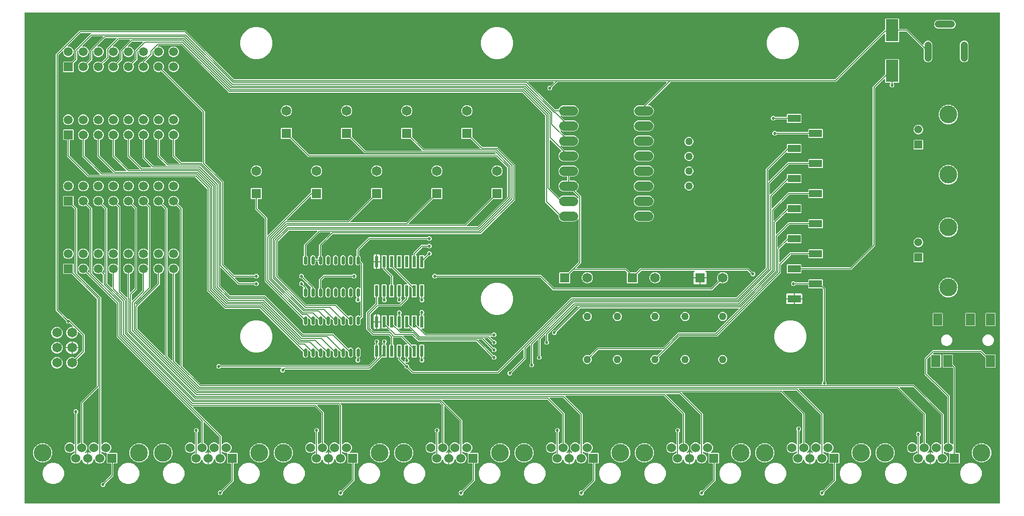
<source format=gbr>
G04 EAGLE Gerber RS-274X export*
G75*
%MOMM*%
%FSLAX34Y34*%
%LPD*%
%INTop Copper*%
%IPPOS*%
%AMOC8*
5,1,8,0,0,1.08239X$1,22.5*%
G01*
G04 Define Apertures*
%ADD10C,1.575000*%
%ADD11C,1.260000*%
%ADD12R,1.500000X1.500000*%
%ADD13C,1.500000*%
%ADD14R,1.335000X1.335000*%
%ADD15C,1.335000*%
%ADD16C,3.000000*%
%ADD17C,1.650000*%
%ADD18C,0.600000*%
%ADD19R,0.558800X1.981200*%
%ADD20R,1.650000X1.650000*%
%ADD21C,1.524000*%
%ADD22R,1.524000X1.524000*%
%ADD23R,1.500000X2.000000*%
%ADD24C,1.200000*%
%ADD25R,2.200000X1.270000*%
%ADD26R,2.115300X3.763600*%
%ADD27C,0.152400*%
%ADD28C,0.525000*%
G36*
X1584803Y149412D02*
X1584506Y149352D01*
X-60706Y149352D01*
X-60981Y149403D01*
X-61236Y149567D01*
X-61408Y149817D01*
X-61468Y150114D01*
X-61468Y978156D01*
X-61417Y978431D01*
X-61253Y978686D01*
X-61003Y978858D01*
X-60706Y978918D01*
X1584506Y978918D01*
X1584781Y978867D01*
X1585036Y978703D01*
X1585208Y978453D01*
X1585268Y978156D01*
X1585268Y150114D01*
X1585217Y149839D01*
X1585053Y149584D01*
X1584803Y149412D01*
G37*
%LPC*%
G36*
X17156Y377830D02*
X20944Y377830D01*
X24443Y379279D01*
X27121Y381957D01*
X28570Y385456D01*
X28570Y389244D01*
X27373Y392134D01*
X27315Y392413D01*
X27371Y392711D01*
X27538Y392964D01*
X40132Y405558D01*
X40132Y434842D01*
X16818Y458156D01*
X16655Y458397D01*
X16595Y458695D01*
X16595Y458813D01*
X14313Y461095D01*
X11994Y461095D01*
X11708Y461151D01*
X11456Y461318D01*
X-4095Y476869D01*
X-4258Y477110D01*
X-4318Y477407D01*
X-4318Y906114D01*
X-4262Y906400D01*
X-4095Y906653D01*
X2629Y913377D01*
X2849Y913530D01*
X3144Y913599D01*
X3443Y913549D01*
X3698Y913385D01*
X3870Y913135D01*
X3930Y912838D01*
X3930Y910737D01*
X5265Y907514D01*
X7732Y905047D01*
X10956Y903712D01*
X14444Y903712D01*
X17668Y905047D01*
X20135Y907514D01*
X21470Y910737D01*
X21470Y914226D01*
X20135Y917449D01*
X17668Y919916D01*
X14444Y921252D01*
X12344Y921252D01*
X12081Y921299D01*
X11822Y921458D01*
X11647Y921705D01*
X11582Y922001D01*
X11638Y922300D01*
X11805Y922552D01*
X33147Y943895D01*
X33389Y944058D01*
X33686Y944118D01*
X50405Y944118D01*
X50668Y944071D01*
X50926Y943912D01*
X51102Y943664D01*
X51167Y943368D01*
X51111Y943070D01*
X50944Y942817D01*
X23368Y915242D01*
X23368Y900939D01*
X23312Y900653D01*
X23145Y900400D01*
X18820Y896075D01*
X18578Y895912D01*
X18281Y895852D01*
X4674Y895852D01*
X3930Y895108D01*
X3930Y879056D01*
X4674Y878312D01*
X20726Y878312D01*
X21470Y879056D01*
X21470Y892662D01*
X21526Y892948D01*
X21693Y893201D01*
X27432Y898940D01*
X27432Y913243D01*
X27488Y913529D01*
X27655Y913782D01*
X28029Y914156D01*
X28249Y914309D01*
X28544Y914378D01*
X28843Y914327D01*
X29098Y914164D01*
X29270Y913914D01*
X29330Y913617D01*
X29330Y910737D01*
X30665Y907514D01*
X33132Y905047D01*
X36356Y903712D01*
X39844Y903712D01*
X43068Y905047D01*
X45535Y907514D01*
X46870Y910737D01*
X46870Y914226D01*
X45535Y917449D01*
X43068Y919916D01*
X39844Y921252D01*
X36965Y921252D01*
X36702Y921299D01*
X36444Y921458D01*
X36268Y921705D01*
X36203Y922001D01*
X36259Y922300D01*
X36426Y922552D01*
X52445Y938571D01*
X52686Y938734D01*
X52983Y938794D01*
X70481Y938794D01*
X70744Y938747D01*
X71002Y938588D01*
X71178Y938340D01*
X71243Y938044D01*
X71187Y937746D01*
X71020Y937493D01*
X48768Y915242D01*
X48768Y900939D01*
X48712Y900653D01*
X48545Y900400D01*
X43140Y894996D01*
X42904Y894835D01*
X42608Y894772D01*
X42310Y894830D01*
X39844Y895852D01*
X36356Y895852D01*
X33132Y894516D01*
X30665Y892049D01*
X29330Y888826D01*
X29330Y885337D01*
X30665Y882114D01*
X33132Y879647D01*
X36356Y878312D01*
X39844Y878312D01*
X43068Y879647D01*
X45535Y882114D01*
X46870Y885337D01*
X46870Y888826D01*
X45849Y891292D01*
X45791Y891571D01*
X45846Y891869D01*
X46014Y892122D01*
X52832Y898940D01*
X52832Y913243D01*
X52888Y913529D01*
X53055Y913782D01*
X53429Y914156D01*
X53649Y914309D01*
X53944Y914378D01*
X54243Y914327D01*
X54498Y914164D01*
X54670Y913914D01*
X54730Y913617D01*
X54730Y910737D01*
X56065Y907514D01*
X58532Y905047D01*
X61756Y903712D01*
X65244Y903712D01*
X68468Y905047D01*
X70935Y907514D01*
X72270Y910737D01*
X72270Y914226D01*
X70935Y917449D01*
X68468Y919916D01*
X65244Y921252D01*
X62365Y921252D01*
X62102Y921299D01*
X61844Y921458D01*
X61668Y921705D01*
X61603Y922001D01*
X61659Y922300D01*
X61826Y922552D01*
X74797Y935523D01*
X75038Y935686D01*
X75335Y935746D01*
X93555Y935746D01*
X93818Y935699D01*
X94076Y935540D01*
X94252Y935292D01*
X94317Y934996D01*
X94261Y934698D01*
X94094Y934445D01*
X77042Y917393D01*
X77042Y903813D01*
X76986Y903527D01*
X76819Y903274D01*
X68540Y894996D01*
X68304Y894835D01*
X68008Y894772D01*
X67710Y894830D01*
X65244Y895852D01*
X61756Y895852D01*
X58532Y894516D01*
X56065Y892049D01*
X54730Y888826D01*
X54730Y885337D01*
X56065Y882114D01*
X58532Y879647D01*
X61756Y878312D01*
X65244Y878312D01*
X68468Y879647D01*
X70935Y882114D01*
X72270Y885337D01*
X72270Y888826D01*
X71249Y891292D01*
X71191Y891571D01*
X71246Y891869D01*
X71414Y892122D01*
X81106Y901814D01*
X81106Y906033D01*
X81153Y906297D01*
X81312Y906555D01*
X81560Y906730D01*
X81856Y906795D01*
X82154Y906740D01*
X82407Y906572D01*
X83932Y905047D01*
X87156Y903712D01*
X90644Y903712D01*
X93868Y905047D01*
X96335Y907514D01*
X97670Y910737D01*
X97670Y914226D01*
X96335Y917449D01*
X93868Y919916D01*
X90644Y921252D01*
X88487Y921252D01*
X88224Y921299D01*
X87966Y921458D01*
X87790Y921705D01*
X87725Y922001D01*
X87781Y922300D01*
X87948Y922552D01*
X97871Y932475D01*
X98112Y932638D01*
X98410Y932698D01*
X115964Y932698D01*
X116227Y932651D01*
X116485Y932492D01*
X116660Y932244D01*
X116725Y931948D01*
X116670Y931650D01*
X116502Y931397D01*
X99568Y914463D01*
X99568Y900939D01*
X99512Y900653D01*
X99345Y900400D01*
X93940Y894996D01*
X93704Y894835D01*
X93408Y894772D01*
X93110Y894830D01*
X90644Y895852D01*
X87156Y895852D01*
X83932Y894516D01*
X81465Y892049D01*
X80130Y888826D01*
X80130Y885337D01*
X81465Y882114D01*
X83932Y879647D01*
X87156Y878312D01*
X90644Y878312D01*
X93868Y879647D01*
X96335Y882114D01*
X97670Y885337D01*
X97670Y888826D01*
X96649Y891292D01*
X96591Y891571D01*
X96646Y891869D01*
X96814Y892122D01*
X103632Y898940D01*
X103632Y912464D01*
X103688Y912750D01*
X103855Y913003D01*
X104229Y913377D01*
X104449Y913530D01*
X104744Y913599D01*
X105043Y913549D01*
X105298Y913385D01*
X105470Y913135D01*
X105530Y912838D01*
X105530Y910737D01*
X106865Y907514D01*
X109332Y905047D01*
X112556Y903712D01*
X116044Y903712D01*
X119268Y905047D01*
X121735Y907514D01*
X123070Y910737D01*
X123070Y914226D01*
X121735Y917449D01*
X119268Y919916D01*
X116044Y921252D01*
X113944Y921252D01*
X113681Y921299D01*
X113422Y921458D01*
X113247Y921705D01*
X113182Y922001D01*
X113238Y922300D01*
X113405Y922552D01*
X120279Y929427D01*
X120521Y929590D01*
X120818Y929650D01*
X138316Y929650D01*
X138579Y929603D01*
X138837Y929444D01*
X139012Y929196D01*
X139077Y928900D01*
X139022Y928602D01*
X138854Y928349D01*
X124968Y914463D01*
X124968Y900939D01*
X124912Y900653D01*
X124745Y900400D01*
X119340Y894996D01*
X119104Y894835D01*
X118808Y894772D01*
X118510Y894830D01*
X116044Y895852D01*
X112556Y895852D01*
X109332Y894516D01*
X106865Y892049D01*
X105530Y888826D01*
X105530Y885337D01*
X106865Y882114D01*
X109332Y879647D01*
X112556Y878312D01*
X116044Y878312D01*
X119268Y879647D01*
X121735Y882114D01*
X123070Y885337D01*
X123070Y888826D01*
X122049Y891292D01*
X121991Y891571D01*
X122046Y891869D01*
X122214Y892122D01*
X129032Y898940D01*
X129032Y912464D01*
X129088Y912750D01*
X129255Y913003D01*
X129629Y913377D01*
X129849Y913530D01*
X130144Y913599D01*
X130443Y913549D01*
X130698Y913385D01*
X130870Y913135D01*
X130930Y912838D01*
X130930Y910737D01*
X132265Y907514D01*
X134732Y905047D01*
X137956Y903712D01*
X141444Y903712D01*
X144296Y904893D01*
X144551Y904950D01*
X144851Y904904D01*
X145109Y904744D01*
X145284Y904497D01*
X145349Y904201D01*
X145294Y903903D01*
X145126Y903650D01*
X137656Y896180D01*
X137615Y895961D01*
X137449Y895707D01*
X137198Y895538D01*
X134732Y894516D01*
X132265Y892049D01*
X130930Y888826D01*
X130930Y885337D01*
X132265Y882114D01*
X134732Y879647D01*
X137956Y878312D01*
X141444Y878312D01*
X144668Y879647D01*
X147135Y882114D01*
X148470Y885337D01*
X148470Y888826D01*
X147135Y892049D01*
X144668Y894516D01*
X143651Y894938D01*
X143421Y895086D01*
X143246Y895333D01*
X143181Y895629D01*
X143237Y895928D01*
X143404Y896180D01*
X154432Y907208D01*
X154432Y912464D01*
X154488Y912750D01*
X154655Y913003D01*
X155029Y913377D01*
X155249Y913530D01*
X155544Y913599D01*
X155843Y913549D01*
X156098Y913385D01*
X156270Y913135D01*
X156330Y912838D01*
X156330Y910737D01*
X157665Y907514D01*
X160132Y905047D01*
X163356Y903712D01*
X166844Y903712D01*
X170068Y905047D01*
X172535Y907514D01*
X173870Y910737D01*
X173870Y914226D01*
X172535Y917449D01*
X170068Y919916D01*
X166844Y921252D01*
X164744Y921252D01*
X164481Y921299D01*
X164222Y921458D01*
X164047Y921705D01*
X163982Y922001D01*
X164038Y922300D01*
X164205Y922552D01*
X164983Y923331D01*
X165225Y923494D01*
X165522Y923554D01*
X203093Y923554D01*
X203379Y923498D01*
X203632Y923331D01*
X283683Y843280D01*
X778667Y843280D01*
X778953Y843224D01*
X779206Y843057D01*
X817657Y804606D01*
X817820Y804365D01*
X817880Y804067D01*
X817880Y658796D01*
X840007Y636670D01*
X840170Y636428D01*
X840230Y636131D01*
X840230Y633181D01*
X841622Y629820D01*
X844195Y627247D01*
X847556Y625855D01*
X866944Y625855D01*
X870305Y627247D01*
X872969Y629911D01*
X873189Y630064D01*
X873484Y630134D01*
X873783Y630083D01*
X874038Y629920D01*
X874210Y629670D01*
X874270Y629372D01*
X874270Y557419D01*
X874214Y557133D01*
X874047Y556881D01*
X857770Y540603D01*
X857528Y540440D01*
X857231Y540380D01*
X842124Y540380D01*
X841380Y539636D01*
X841380Y522084D01*
X842124Y521340D01*
X859676Y521340D01*
X860420Y522084D01*
X860420Y537191D01*
X860476Y537477D01*
X860643Y537730D01*
X865489Y542575D01*
X865730Y542738D01*
X866027Y542798D01*
X952613Y542798D01*
X952899Y542742D01*
X953152Y542575D01*
X955457Y540270D01*
X955620Y540028D01*
X955680Y539731D01*
X955680Y522084D01*
X956424Y521340D01*
X973976Y521340D01*
X974720Y522084D01*
X974720Y537191D01*
X974776Y537477D01*
X974943Y537730D01*
X979911Y542697D01*
X980152Y542860D01*
X980449Y542920D01*
X1069628Y542920D01*
X1069892Y542873D01*
X1070150Y542714D01*
X1070325Y542466D01*
X1070390Y542170D01*
X1070335Y541872D01*
X1070167Y541619D01*
X1068710Y540162D01*
X1068710Y531622D01*
X1090290Y531622D01*
X1090290Y540162D01*
X1088833Y541619D01*
X1088680Y541839D01*
X1088610Y542134D01*
X1088661Y542433D01*
X1088824Y542688D01*
X1089075Y542860D01*
X1089372Y542920D01*
X1159501Y542920D01*
X1159787Y542864D01*
X1160040Y542697D01*
X1164282Y538455D01*
X1164445Y538213D01*
X1164505Y537916D01*
X1164505Y535597D01*
X1166787Y533315D01*
X1170013Y533315D01*
X1172295Y535597D01*
X1172295Y538823D01*
X1170013Y541105D01*
X1167694Y541105D01*
X1167408Y541161D01*
X1167156Y541328D01*
X1161500Y546984D01*
X978450Y546984D01*
X972070Y540603D01*
X971828Y540440D01*
X971531Y540380D01*
X961409Y540380D01*
X961123Y540436D01*
X960871Y540603D01*
X954612Y546862D01*
X871615Y546862D01*
X871352Y546909D01*
X871094Y547068D01*
X870919Y547316D01*
X870853Y547612D01*
X870909Y547910D01*
X871077Y548163D01*
X878334Y555420D01*
X878334Y668860D01*
X870265Y676929D01*
X870107Y677160D01*
X870042Y677456D01*
X870097Y677754D01*
X870265Y678007D01*
X872878Y680620D01*
X874270Y683981D01*
X874270Y687619D01*
X872878Y690980D01*
X870305Y693553D01*
X866944Y694945D01*
X860044Y694945D01*
X859769Y694996D01*
X859514Y695160D01*
X859342Y695410D01*
X859282Y695707D01*
X859282Y701293D01*
X859333Y701568D01*
X859497Y701823D01*
X859747Y701995D01*
X860044Y702055D01*
X866944Y702055D01*
X870305Y703447D01*
X872878Y706020D01*
X874270Y709381D01*
X874270Y713019D01*
X872878Y716380D01*
X870305Y718953D01*
X866944Y720345D01*
X847556Y720345D01*
X844195Y718953D01*
X841622Y716380D01*
X840230Y713019D01*
X840230Y709381D01*
X841622Y706020D01*
X844195Y703447D01*
X847556Y702055D01*
X854456Y702055D01*
X854731Y702004D01*
X854986Y701840D01*
X855158Y701590D01*
X855218Y701293D01*
X855218Y695707D01*
X855167Y695432D01*
X855003Y695177D01*
X854753Y695005D01*
X854456Y694945D01*
X847556Y694945D01*
X844195Y693553D01*
X841622Y690980D01*
X840230Y687619D01*
X840230Y683981D01*
X841622Y680620D01*
X844195Y678047D01*
X847556Y676655D01*
X864476Y676655D01*
X864762Y676599D01*
X865015Y676432D01*
X874047Y667400D01*
X874210Y667158D01*
X874270Y666861D01*
X874270Y666028D01*
X874223Y665764D01*
X874064Y665506D01*
X873816Y665331D01*
X873520Y665266D01*
X873222Y665321D01*
X872969Y665489D01*
X870305Y668153D01*
X866944Y669545D01*
X847556Y669545D01*
X844195Y668153D01*
X842472Y666430D01*
X842241Y666272D01*
X841945Y666207D01*
X841647Y666262D01*
X841394Y666430D01*
X825215Y682609D01*
X825052Y682850D01*
X824992Y683147D01*
X824992Y764145D01*
X825039Y764408D01*
X825198Y764666D01*
X825446Y764842D01*
X825742Y764907D01*
X826040Y764851D01*
X826293Y764684D01*
X845106Y745871D01*
X845261Y745646D01*
X845329Y745350D01*
X845276Y745051D01*
X845110Y744797D01*
X844859Y744628D01*
X844195Y744353D01*
X841622Y741780D01*
X840230Y738419D01*
X840230Y734781D01*
X841622Y731420D01*
X844195Y728847D01*
X847556Y727455D01*
X866944Y727455D01*
X870305Y728847D01*
X872878Y731420D01*
X874270Y734781D01*
X874270Y738419D01*
X872878Y741780D01*
X870305Y744353D01*
X866944Y745745D01*
X851294Y745745D01*
X851008Y745801D01*
X850756Y745968D01*
X843970Y752753D01*
X843820Y752967D01*
X843748Y753262D01*
X843796Y753561D01*
X843958Y753818D01*
X844206Y753992D01*
X844503Y754054D01*
X844801Y753996D01*
X847556Y752855D01*
X866944Y752855D01*
X870305Y754247D01*
X872878Y756820D01*
X874270Y760181D01*
X874270Y763819D01*
X872878Y767180D01*
X870305Y769753D01*
X866944Y771145D01*
X851294Y771145D01*
X851008Y771201D01*
X850756Y771368D01*
X843970Y778153D01*
X843820Y778367D01*
X843748Y778662D01*
X843796Y778961D01*
X843958Y779218D01*
X844206Y779392D01*
X844503Y779454D01*
X844801Y779396D01*
X847556Y778255D01*
X866944Y778255D01*
X870305Y779647D01*
X872878Y782220D01*
X874270Y785581D01*
X874270Y789219D01*
X872878Y792580D01*
X870305Y795153D01*
X866944Y796545D01*
X851294Y796545D01*
X851008Y796601D01*
X850756Y796768D01*
X843970Y803553D01*
X843820Y803767D01*
X843748Y804062D01*
X843796Y804361D01*
X843958Y804618D01*
X844206Y804792D01*
X844503Y804854D01*
X844801Y804796D01*
X847556Y803655D01*
X866944Y803655D01*
X870305Y805047D01*
X872878Y807620D01*
X874270Y810981D01*
X874270Y814619D01*
X872878Y817980D01*
X870305Y820553D01*
X866944Y821945D01*
X847556Y821945D01*
X844195Y820553D01*
X841622Y817980D01*
X840513Y815302D01*
X840356Y815064D01*
X840106Y814892D01*
X839809Y814832D01*
X835047Y814832D01*
X834761Y814888D01*
X834508Y815055D01*
X789296Y860267D01*
X789143Y860487D01*
X789073Y860782D01*
X789124Y861081D01*
X789287Y861336D01*
X789538Y861508D01*
X789835Y861568D01*
X831455Y861568D01*
X831718Y861521D01*
X831976Y861362D01*
X832152Y861114D01*
X832217Y860818D01*
X832161Y860520D01*
X831994Y860267D01*
X826745Y855018D01*
X826503Y854855D01*
X826206Y854795D01*
X823887Y854795D01*
X821605Y852513D01*
X821605Y849287D01*
X823887Y847005D01*
X827113Y847005D01*
X829395Y849287D01*
X829395Y851606D01*
X829451Y851892D01*
X829618Y852145D01*
X838819Y861345D01*
X839060Y861508D01*
X839357Y861568D01*
X1021955Y861568D01*
X1022218Y861521D01*
X1022476Y861362D01*
X1022652Y861114D01*
X1022717Y860818D01*
X1022661Y860520D01*
X1022494Y860267D01*
X984395Y822168D01*
X984153Y822005D01*
X983856Y821945D01*
X974556Y821945D01*
X971195Y820553D01*
X968622Y817980D01*
X967230Y814619D01*
X967230Y810981D01*
X968622Y807620D01*
X971195Y805047D01*
X974556Y803655D01*
X993944Y803655D01*
X997305Y805047D01*
X999878Y807620D01*
X1001270Y810981D01*
X1001270Y814619D01*
X999878Y817980D01*
X997305Y820553D01*
X993944Y821945D01*
X991758Y821945D01*
X991495Y821992D01*
X991237Y822151D01*
X991062Y822399D01*
X990996Y822695D01*
X991052Y822993D01*
X991220Y823246D01*
X1029319Y861345D01*
X1029560Y861508D01*
X1029857Y861568D01*
X1308942Y861568D01*
X1390203Y942829D01*
X1390422Y942982D01*
X1390717Y943052D01*
X1391016Y943001D01*
X1391272Y942838D01*
X1391443Y942587D01*
X1391504Y942290D01*
X1391504Y929315D01*
X1392247Y928571D01*
X1414453Y928571D01*
X1415197Y929315D01*
X1415197Y945865D01*
X1415248Y946140D01*
X1415411Y946395D01*
X1415661Y946567D01*
X1415959Y946627D01*
X1427234Y946627D01*
X1427520Y946571D01*
X1427773Y946404D01*
X1456707Y917470D01*
X1456870Y917228D01*
X1456930Y916931D01*
X1456930Y900404D01*
X1458037Y897732D01*
X1460082Y895687D01*
X1462754Y894580D01*
X1465646Y894580D01*
X1468318Y895687D01*
X1470363Y897732D01*
X1471470Y900404D01*
X1471470Y925296D01*
X1470363Y927968D01*
X1468318Y930013D01*
X1465646Y931120D01*
X1462754Y931120D01*
X1460082Y930013D01*
X1458037Y927968D01*
X1456930Y925296D01*
X1456930Y924833D01*
X1456883Y924570D01*
X1456724Y924312D01*
X1456476Y924137D01*
X1456180Y924071D01*
X1455882Y924127D01*
X1455629Y924295D01*
X1429233Y950691D01*
X1415959Y950691D01*
X1415684Y950742D01*
X1415428Y950906D01*
X1415257Y951156D01*
X1415197Y951453D01*
X1415197Y968003D01*
X1414453Y968747D01*
X1392247Y968747D01*
X1391504Y968003D01*
X1391504Y950193D01*
X1391448Y949907D01*
X1391280Y949654D01*
X1307482Y865855D01*
X1307240Y865692D01*
X1306943Y865632D01*
X293257Y865632D01*
X292971Y865688D01*
X292719Y865855D01*
X210392Y948182D01*
X31687Y948182D01*
X-8382Y908113D01*
X-8382Y475408D01*
X8582Y458445D01*
X8745Y458203D01*
X8805Y457906D01*
X8805Y455587D01*
X11087Y453305D01*
X14313Y453305D01*
X14579Y453570D01*
X14809Y453728D01*
X15105Y453793D01*
X15403Y453738D01*
X15656Y453570D01*
X20256Y448971D01*
X20409Y448751D01*
X20479Y448456D01*
X20428Y448157D01*
X20264Y447902D01*
X20014Y447730D01*
X19717Y447670D01*
X17156Y447670D01*
X13657Y446221D01*
X10979Y443543D01*
X9530Y440044D01*
X9530Y436256D01*
X10979Y432757D01*
X13657Y430079D01*
X17156Y428630D01*
X20944Y428630D01*
X24443Y430079D01*
X27121Y432757D01*
X28570Y436256D01*
X28570Y438817D01*
X28617Y439080D01*
X28776Y439338D01*
X29024Y439514D01*
X29320Y439579D01*
X29618Y439523D01*
X29871Y439356D01*
X35845Y433382D01*
X36008Y433140D01*
X36068Y432843D01*
X36068Y407557D01*
X36012Y407271D01*
X35845Y407019D01*
X24664Y395838D01*
X24428Y395678D01*
X24132Y395615D01*
X23834Y395673D01*
X20944Y396870D01*
X17156Y396870D01*
X13657Y395421D01*
X10979Y392743D01*
X9530Y389244D01*
X9530Y385456D01*
X10979Y381957D01*
X13657Y379279D01*
X17156Y377830D01*
G37*
G36*
X1480254Y951580D02*
X1505146Y951580D01*
X1507818Y952687D01*
X1509863Y954732D01*
X1510970Y957404D01*
X1510970Y960296D01*
X1509863Y962968D01*
X1507818Y965013D01*
X1505146Y966120D01*
X1480254Y966120D01*
X1477582Y965013D01*
X1475537Y962968D01*
X1474430Y960296D01*
X1474430Y957404D01*
X1475537Y954732D01*
X1477582Y952687D01*
X1480254Y951580D01*
G37*
G36*
X1215641Y900068D02*
X1222759Y900068D01*
X1229634Y901910D01*
X1235798Y905469D01*
X1240831Y910502D01*
X1244390Y916666D01*
X1246232Y923541D01*
X1246232Y930659D01*
X1244390Y937534D01*
X1240831Y943698D01*
X1235798Y948731D01*
X1229634Y952290D01*
X1222759Y954132D01*
X1215641Y954132D01*
X1208766Y952290D01*
X1202602Y948731D01*
X1197569Y943698D01*
X1194010Y937534D01*
X1192168Y930659D01*
X1192168Y923541D01*
X1194010Y916666D01*
X1197569Y910502D01*
X1202602Y905469D01*
X1208766Y901910D01*
X1215641Y900068D01*
G37*
G36*
X733041Y900068D02*
X740159Y900068D01*
X747034Y901910D01*
X753198Y905469D01*
X758231Y910502D01*
X761790Y916666D01*
X763632Y923541D01*
X763632Y930659D01*
X761790Y937534D01*
X758231Y943698D01*
X753198Y948731D01*
X747034Y952290D01*
X740159Y954132D01*
X733041Y954132D01*
X726166Y952290D01*
X720002Y948731D01*
X714969Y943698D01*
X711410Y937534D01*
X709568Y930659D01*
X709568Y923541D01*
X711410Y916666D01*
X714969Y910502D01*
X720002Y905469D01*
X726166Y901910D01*
X733041Y900068D01*
G37*
G36*
X326641Y900068D02*
X333759Y900068D01*
X340634Y901910D01*
X346798Y905469D01*
X351831Y910502D01*
X355390Y916666D01*
X357232Y923541D01*
X357232Y930659D01*
X355390Y937534D01*
X351831Y943698D01*
X346798Y948731D01*
X340634Y952290D01*
X333759Y954132D01*
X326641Y954132D01*
X319766Y952290D01*
X313602Y948731D01*
X308569Y943698D01*
X305010Y937534D01*
X303168Y930659D01*
X303168Y923541D01*
X305010Y916666D01*
X308569Y910502D01*
X313602Y905469D01*
X319766Y901910D01*
X326641Y900068D01*
G37*
G36*
X1523754Y894580D02*
X1526646Y894580D01*
X1529318Y895687D01*
X1531363Y897732D01*
X1532470Y900404D01*
X1532470Y925296D01*
X1531363Y927968D01*
X1529318Y930013D01*
X1526646Y931120D01*
X1523754Y931120D01*
X1521082Y930013D01*
X1519037Y927968D01*
X1517930Y925296D01*
X1517930Y900404D01*
X1519037Y897732D01*
X1521082Y895687D01*
X1523754Y894580D01*
G37*
G36*
X188756Y903712D02*
X192244Y903712D01*
X195468Y905047D01*
X197935Y907514D01*
X199270Y910737D01*
X199270Y914226D01*
X197935Y917449D01*
X195468Y919916D01*
X192244Y921252D01*
X188756Y921252D01*
X185532Y919916D01*
X183065Y917449D01*
X181730Y914226D01*
X181730Y910737D01*
X183065Y907514D01*
X185532Y905047D01*
X188756Y903712D01*
G37*
G36*
X1226724Y538480D02*
X1249776Y538480D01*
X1250520Y539224D01*
X1250520Y543306D01*
X1250571Y543581D01*
X1250735Y543836D01*
X1250985Y544008D01*
X1251282Y544068D01*
X1334342Y544068D01*
X1374902Y584628D01*
X1374902Y851013D01*
X1374958Y851299D01*
X1375125Y851552D01*
X1390203Y866629D01*
X1390422Y866782D01*
X1390717Y866852D01*
X1391016Y866801D01*
X1391272Y866638D01*
X1391443Y866387D01*
X1391504Y866090D01*
X1391504Y860797D01*
X1392247Y860053D01*
X1400038Y860053D01*
X1400301Y860006D01*
X1400559Y859847D01*
X1400735Y859599D01*
X1400800Y859303D01*
X1400744Y859005D01*
X1400577Y858752D01*
X1399455Y857630D01*
X1399455Y854404D01*
X1401737Y852122D01*
X1404963Y852122D01*
X1407245Y854404D01*
X1407245Y857630D01*
X1406123Y858752D01*
X1405970Y858972D01*
X1405900Y859267D01*
X1405951Y859566D01*
X1406115Y859821D01*
X1406365Y859993D01*
X1406662Y860053D01*
X1414453Y860053D01*
X1415197Y860797D01*
X1415197Y899485D01*
X1414453Y900229D01*
X1392247Y900229D01*
X1391504Y899485D01*
X1391504Y873993D01*
X1391448Y873707D01*
X1391280Y873454D01*
X1370838Y853012D01*
X1370838Y586627D01*
X1370782Y586341D01*
X1370615Y586089D01*
X1332882Y548355D01*
X1332640Y548192D01*
X1332343Y548132D01*
X1251282Y548132D01*
X1251007Y548183D01*
X1250752Y548347D01*
X1250580Y548597D01*
X1250520Y548894D01*
X1250520Y552976D01*
X1249776Y553720D01*
X1226724Y553720D01*
X1225980Y552976D01*
X1225980Y539224D01*
X1226724Y538480D01*
G37*
G36*
X188756Y878312D02*
X192244Y878312D01*
X195468Y879647D01*
X197935Y882114D01*
X199270Y885337D01*
X199270Y888826D01*
X197935Y892049D01*
X195468Y894516D01*
X192244Y895852D01*
X188756Y895852D01*
X185532Y894516D01*
X183065Y892049D01*
X181730Y888826D01*
X181730Y885337D01*
X183065Y882114D01*
X185532Y879647D01*
X188756Y878312D01*
G37*
G36*
X410981Y396030D02*
X414519Y396030D01*
X417020Y398531D01*
X417020Y408267D01*
X417067Y408530D01*
X417226Y408788D01*
X417474Y408964D01*
X417770Y409029D01*
X418068Y408973D01*
X418321Y408806D01*
X420957Y406170D01*
X421120Y405928D01*
X421180Y405631D01*
X421180Y398531D01*
X423681Y396030D01*
X427219Y396030D01*
X429720Y398531D01*
X429720Y408267D01*
X429767Y408530D01*
X429926Y408788D01*
X430174Y408964D01*
X430470Y409029D01*
X430768Y408973D01*
X431021Y408806D01*
X433657Y406170D01*
X433820Y405928D01*
X433880Y405631D01*
X433880Y398531D01*
X436381Y396030D01*
X439919Y396030D01*
X442420Y398531D01*
X442420Y408267D01*
X442467Y408530D01*
X442626Y408788D01*
X442874Y408964D01*
X443170Y409029D01*
X443468Y408973D01*
X443721Y408806D01*
X446357Y406170D01*
X446520Y405928D01*
X446580Y405631D01*
X446580Y398531D01*
X449081Y396030D01*
X452619Y396030D01*
X455120Y398531D01*
X455120Y408267D01*
X455167Y408530D01*
X455326Y408788D01*
X455574Y408964D01*
X455870Y409029D01*
X456168Y408973D01*
X456421Y408806D01*
X459057Y406170D01*
X459220Y405928D01*
X459280Y405631D01*
X459280Y398531D01*
X461781Y396030D01*
X465319Y396030D01*
X467820Y398531D01*
X467820Y408267D01*
X467867Y408530D01*
X468026Y408788D01*
X468274Y408964D01*
X468570Y409029D01*
X468868Y408973D01*
X469121Y408806D01*
X471757Y406170D01*
X471920Y405928D01*
X471980Y405631D01*
X471980Y398531D01*
X474481Y396030D01*
X478019Y396030D01*
X480520Y398531D01*
X480520Y408267D01*
X480567Y408530D01*
X480726Y408788D01*
X480974Y408964D01*
X481270Y409029D01*
X481568Y408973D01*
X481821Y408806D01*
X484457Y406170D01*
X484620Y405928D01*
X484680Y405631D01*
X484680Y398531D01*
X487181Y396030D01*
X490719Y396030D01*
X493220Y398531D01*
X493220Y410569D01*
X490719Y413070D01*
X487181Y413070D01*
X485781Y411670D01*
X485551Y411512D01*
X485255Y411447D01*
X484957Y411503D01*
X484704Y411670D01*
X460002Y436372D01*
X409981Y436372D01*
X409695Y436428D01*
X409442Y436595D01*
X345295Y500742D01*
X286322Y500742D01*
X286036Y500798D01*
X285783Y500965D01*
X269209Y517539D01*
X269046Y517781D01*
X268986Y518078D01*
X268986Y547490D01*
X269033Y547753D01*
X269192Y548012D01*
X269440Y548187D01*
X269736Y548252D01*
X270034Y548196D01*
X270287Y548029D01*
X299648Y518668D01*
X326408Y518668D01*
X326694Y518612D01*
X326947Y518445D01*
X328587Y516805D01*
X331813Y516805D01*
X334095Y519087D01*
X334095Y522313D01*
X331813Y524595D01*
X328587Y524595D01*
X326947Y522955D01*
X326705Y522792D01*
X326408Y522732D01*
X301647Y522732D01*
X301361Y522788D01*
X301108Y522955D01*
X293996Y530067D01*
X293843Y530287D01*
X293773Y530582D01*
X293824Y530881D01*
X293987Y531136D01*
X294238Y531308D01*
X294535Y531368D01*
X326408Y531368D01*
X326694Y531312D01*
X326947Y531145D01*
X328587Y529505D01*
X331813Y529505D01*
X334095Y531787D01*
X334095Y535013D01*
X331813Y537295D01*
X328587Y537295D01*
X326947Y535655D01*
X326705Y535492D01*
X326408Y535432D01*
X293257Y535432D01*
X292971Y535488D01*
X292719Y535655D01*
X275305Y553069D01*
X275142Y553310D01*
X275082Y553607D01*
X275082Y692992D01*
X243555Y724519D01*
X243392Y724760D01*
X243332Y725057D01*
X243332Y811723D01*
X173014Y882041D01*
X172854Y882277D01*
X172791Y882574D01*
X172849Y882872D01*
X173870Y885337D01*
X173870Y888826D01*
X172535Y892049D01*
X170068Y894516D01*
X166844Y895852D01*
X163356Y895852D01*
X160132Y894516D01*
X157665Y892049D01*
X156330Y888826D01*
X156330Y885337D01*
X157665Y882114D01*
X160132Y879647D01*
X163356Y878312D01*
X166844Y878312D01*
X169310Y879333D01*
X169589Y879391D01*
X169887Y879335D01*
X170140Y879168D01*
X239045Y810263D01*
X239208Y810022D01*
X239268Y809724D01*
X239268Y726335D01*
X239221Y726071D01*
X239062Y725813D01*
X238814Y725638D01*
X238518Y725573D01*
X238220Y725628D01*
X237967Y725796D01*
X237831Y725932D01*
X204357Y725932D01*
X204071Y725988D01*
X203819Y726155D01*
X192755Y737219D01*
X192592Y737460D01*
X192532Y737757D01*
X192532Y763042D01*
X192585Y763322D01*
X192751Y763576D01*
X193002Y763746D01*
X195468Y764767D01*
X197935Y767234D01*
X199270Y770457D01*
X199270Y773946D01*
X197935Y777169D01*
X195468Y779636D01*
X192244Y780972D01*
X188756Y780972D01*
X185532Y779636D01*
X183065Y777169D01*
X181730Y773946D01*
X181730Y770457D01*
X183065Y767234D01*
X185532Y764767D01*
X187998Y763746D01*
X188236Y763589D01*
X188408Y763339D01*
X188468Y763042D01*
X188468Y735758D01*
X200042Y724185D01*
X200195Y723965D01*
X200264Y723670D01*
X200213Y723371D01*
X200050Y723116D01*
X199800Y722944D01*
X199503Y722884D01*
X182005Y722884D01*
X181719Y722940D01*
X181467Y723107D01*
X167355Y737219D01*
X167192Y737460D01*
X167132Y737757D01*
X167132Y763042D01*
X167185Y763322D01*
X167351Y763576D01*
X167602Y763746D01*
X170068Y764767D01*
X172535Y767234D01*
X173870Y770457D01*
X173870Y773946D01*
X172535Y777169D01*
X170068Y779636D01*
X166844Y780972D01*
X163356Y780972D01*
X160132Y779636D01*
X157665Y777169D01*
X156330Y773946D01*
X156330Y770457D01*
X157665Y767234D01*
X160132Y764767D01*
X162598Y763746D01*
X162836Y763589D01*
X163008Y763339D01*
X163068Y763042D01*
X163068Y735758D01*
X177690Y721137D01*
X177843Y720917D01*
X177912Y720622D01*
X177861Y720323D01*
X177698Y720068D01*
X177448Y719896D01*
X177151Y719836D01*
X157155Y719836D01*
X156869Y719892D01*
X156616Y720059D01*
X141955Y734720D01*
X141792Y734962D01*
X141732Y735259D01*
X141732Y763042D01*
X141785Y763322D01*
X141951Y763576D01*
X142202Y763746D01*
X144668Y764767D01*
X147135Y767234D01*
X148470Y770457D01*
X148470Y773946D01*
X147135Y777169D01*
X144668Y779636D01*
X141444Y780972D01*
X137956Y780972D01*
X134732Y779636D01*
X132265Y777169D01*
X130930Y773946D01*
X130930Y770457D01*
X132265Y767234D01*
X134732Y764767D01*
X137198Y763746D01*
X137436Y763589D01*
X137608Y763339D01*
X137668Y763042D01*
X137668Y733260D01*
X152839Y718089D01*
X152992Y717869D01*
X153062Y717574D01*
X153011Y717275D01*
X152848Y717020D01*
X152597Y716848D01*
X152300Y716788D01*
X137301Y716788D01*
X137015Y716844D01*
X136763Y717011D01*
X116555Y737219D01*
X116392Y737460D01*
X116332Y737757D01*
X116332Y763042D01*
X116385Y763322D01*
X116551Y763576D01*
X116802Y763746D01*
X119268Y764767D01*
X121735Y767234D01*
X123070Y770457D01*
X123070Y773946D01*
X121735Y777169D01*
X119268Y779636D01*
X116044Y780972D01*
X112556Y780972D01*
X109332Y779636D01*
X106865Y777169D01*
X105530Y773946D01*
X105530Y770457D01*
X106865Y767234D01*
X109332Y764767D01*
X111798Y763746D01*
X112036Y763589D01*
X112208Y763339D01*
X112268Y763042D01*
X112268Y735758D01*
X132986Y715041D01*
X133139Y714821D01*
X133208Y714526D01*
X133157Y714227D01*
X132994Y713972D01*
X132744Y713800D01*
X132447Y713740D01*
X114949Y713740D01*
X114663Y713796D01*
X114411Y713963D01*
X91155Y737219D01*
X90992Y737460D01*
X90932Y737757D01*
X90932Y763042D01*
X90985Y763322D01*
X91151Y763576D01*
X91402Y763746D01*
X93868Y764767D01*
X96335Y767234D01*
X97670Y770457D01*
X97670Y773946D01*
X96335Y777169D01*
X93868Y779636D01*
X90644Y780972D01*
X87156Y780972D01*
X83932Y779636D01*
X81465Y777169D01*
X80130Y773946D01*
X80130Y770457D01*
X81465Y767234D01*
X83932Y764767D01*
X86398Y763746D01*
X86636Y763589D01*
X86808Y763339D01*
X86868Y763042D01*
X86868Y735758D01*
X110634Y711993D01*
X110787Y711773D01*
X110856Y711478D01*
X110805Y711179D01*
X110642Y710924D01*
X110392Y710752D01*
X110095Y710692D01*
X92597Y710692D01*
X92311Y710748D01*
X92059Y710915D01*
X65755Y737219D01*
X65592Y737460D01*
X65532Y737757D01*
X65532Y763042D01*
X65585Y763322D01*
X65751Y763576D01*
X66002Y763746D01*
X68468Y764767D01*
X70935Y767234D01*
X72270Y770457D01*
X72270Y773946D01*
X70935Y777169D01*
X68468Y779636D01*
X65244Y780972D01*
X61756Y780972D01*
X58532Y779636D01*
X56065Y777169D01*
X54730Y773946D01*
X54730Y770457D01*
X56065Y767234D01*
X58532Y764767D01*
X60998Y763746D01*
X61236Y763589D01*
X61408Y763339D01*
X61468Y763042D01*
X61468Y735758D01*
X88282Y708945D01*
X88435Y708725D01*
X88504Y708430D01*
X88453Y708131D01*
X88290Y707876D01*
X88040Y707704D01*
X87743Y707644D01*
X70245Y707644D01*
X69959Y707700D01*
X69707Y707867D01*
X40355Y737219D01*
X40192Y737460D01*
X40132Y737757D01*
X40132Y763042D01*
X40185Y763322D01*
X40351Y763576D01*
X40602Y763746D01*
X43068Y764767D01*
X45535Y767234D01*
X46870Y770457D01*
X46870Y773946D01*
X45535Y777169D01*
X43068Y779636D01*
X39844Y780972D01*
X36356Y780972D01*
X33132Y779636D01*
X30665Y777169D01*
X29330Y773946D01*
X29330Y770457D01*
X30665Y767234D01*
X33132Y764767D01*
X35598Y763746D01*
X35836Y763589D01*
X36008Y763339D01*
X36068Y763042D01*
X36068Y735758D01*
X65930Y705897D01*
X66083Y705677D01*
X66152Y705382D01*
X66101Y705083D01*
X65938Y704828D01*
X65688Y704656D01*
X65391Y704596D01*
X47893Y704596D01*
X47607Y704652D01*
X47355Y704819D01*
X14955Y737219D01*
X14792Y737460D01*
X14732Y737757D01*
X14732Y762670D01*
X14783Y762944D01*
X14947Y763200D01*
X15197Y763371D01*
X15494Y763432D01*
X20726Y763432D01*
X21470Y764176D01*
X21470Y780228D01*
X20726Y780972D01*
X4674Y780972D01*
X3930Y780228D01*
X3930Y764176D01*
X4674Y763432D01*
X9906Y763432D01*
X10181Y763380D01*
X10436Y763217D01*
X10608Y762967D01*
X10668Y762670D01*
X10668Y735758D01*
X45894Y700532D01*
X226994Y700532D01*
X227280Y700476D01*
X227533Y700309D01*
X246411Y681431D01*
X246574Y681189D01*
X246634Y680892D01*
X246634Y508503D01*
X276747Y478390D01*
X335721Y478390D01*
X336007Y478334D01*
X336260Y478167D01*
X408257Y406170D01*
X408420Y405928D01*
X408480Y405631D01*
X408480Y398531D01*
X410981Y396030D01*
G37*
G36*
X1495364Y790180D02*
X1501836Y790180D01*
X1507816Y792657D01*
X1512393Y797234D01*
X1514870Y803214D01*
X1514870Y809686D01*
X1512393Y815666D01*
X1507816Y820243D01*
X1501836Y822720D01*
X1495364Y822720D01*
X1489384Y820243D01*
X1484807Y815666D01*
X1482330Y809686D01*
X1482330Y803214D01*
X1484807Y797234D01*
X1489384Y792657D01*
X1495364Y790180D01*
G37*
G36*
X480706Y803280D02*
X484494Y803280D01*
X487993Y804729D01*
X490671Y807407D01*
X492120Y810906D01*
X492120Y814694D01*
X490671Y818193D01*
X487993Y820871D01*
X484494Y822320D01*
X480706Y822320D01*
X477207Y820871D01*
X474529Y818193D01*
X473080Y814694D01*
X473080Y810906D01*
X474529Y807407D01*
X477207Y804729D01*
X480706Y803280D01*
G37*
G36*
X582306Y803280D02*
X586094Y803280D01*
X589593Y804729D01*
X592271Y807407D01*
X593720Y810906D01*
X593720Y814694D01*
X592271Y818193D01*
X589593Y820871D01*
X586094Y822320D01*
X582306Y822320D01*
X578807Y820871D01*
X576129Y818193D01*
X574680Y814694D01*
X574680Y810906D01*
X576129Y807407D01*
X578807Y804729D01*
X582306Y803280D01*
G37*
G36*
X683906Y803280D02*
X687694Y803280D01*
X691193Y804729D01*
X693871Y807407D01*
X695320Y810906D01*
X695320Y814694D01*
X693871Y818193D01*
X691193Y820871D01*
X687694Y822320D01*
X683906Y822320D01*
X680407Y820871D01*
X677729Y818193D01*
X676280Y814694D01*
X676280Y810906D01*
X677729Y807407D01*
X680407Y804729D01*
X683906Y803280D01*
G37*
G36*
X379106Y803280D02*
X382894Y803280D01*
X386393Y804729D01*
X389071Y807407D01*
X390520Y810906D01*
X390520Y814694D01*
X389071Y818193D01*
X386393Y820871D01*
X382894Y822320D01*
X379106Y822320D01*
X375607Y820871D01*
X372929Y818193D01*
X371480Y814694D01*
X371480Y810906D01*
X372929Y807407D01*
X375607Y804729D01*
X379106Y803280D01*
G37*
G36*
X1226724Y792480D02*
X1249776Y792480D01*
X1250520Y793224D01*
X1250520Y806976D01*
X1249776Y807720D01*
X1226724Y807720D01*
X1225980Y806976D01*
X1225980Y802894D01*
X1225929Y802619D01*
X1225765Y802364D01*
X1225515Y802192D01*
X1225218Y802132D01*
X1206482Y802132D01*
X1206196Y802188D01*
X1205943Y802355D01*
X1204303Y803995D01*
X1201077Y803995D01*
X1198795Y801713D01*
X1198795Y798487D01*
X1201077Y796205D01*
X1204303Y796205D01*
X1205943Y797845D01*
X1206185Y798008D01*
X1206482Y798068D01*
X1225218Y798068D01*
X1225493Y798017D01*
X1225748Y797853D01*
X1225920Y797603D01*
X1225980Y797306D01*
X1225980Y793224D01*
X1226724Y792480D01*
G37*
G36*
X137956Y788832D02*
X141444Y788832D01*
X144668Y790167D01*
X147135Y792634D01*
X148470Y795857D01*
X148470Y799346D01*
X147135Y802569D01*
X144668Y805036D01*
X141444Y806372D01*
X137956Y806372D01*
X134732Y805036D01*
X132265Y802569D01*
X130930Y799346D01*
X130930Y795857D01*
X132265Y792634D01*
X134732Y790167D01*
X137956Y788832D01*
G37*
G36*
X163356Y788832D02*
X166844Y788832D01*
X170068Y790167D01*
X172535Y792634D01*
X173870Y795857D01*
X173870Y799346D01*
X172535Y802569D01*
X170068Y805036D01*
X166844Y806372D01*
X163356Y806372D01*
X160132Y805036D01*
X157665Y802569D01*
X156330Y799346D01*
X156330Y795857D01*
X157665Y792634D01*
X160132Y790167D01*
X163356Y788832D01*
G37*
G36*
X188756Y788832D02*
X192244Y788832D01*
X195468Y790167D01*
X197935Y792634D01*
X199270Y795857D01*
X199270Y799346D01*
X197935Y802569D01*
X195468Y805036D01*
X192244Y806372D01*
X188756Y806372D01*
X185532Y805036D01*
X183065Y802569D01*
X181730Y799346D01*
X181730Y795857D01*
X183065Y792634D01*
X185532Y790167D01*
X188756Y788832D01*
G37*
G36*
X36356Y788832D02*
X39844Y788832D01*
X43068Y790167D01*
X45535Y792634D01*
X46870Y795857D01*
X46870Y799346D01*
X45535Y802569D01*
X43068Y805036D01*
X39844Y806372D01*
X36356Y806372D01*
X33132Y805036D01*
X30665Y802569D01*
X29330Y799346D01*
X29330Y795857D01*
X30665Y792634D01*
X33132Y790167D01*
X36356Y788832D01*
G37*
G36*
X10956Y788832D02*
X14444Y788832D01*
X17668Y790167D01*
X20135Y792634D01*
X21470Y795857D01*
X21470Y799346D01*
X20135Y802569D01*
X17668Y805036D01*
X14444Y806372D01*
X10956Y806372D01*
X7732Y805036D01*
X5265Y802569D01*
X3930Y799346D01*
X3930Y795857D01*
X5265Y792634D01*
X7732Y790167D01*
X10956Y788832D01*
G37*
G36*
X61756Y788832D02*
X65244Y788832D01*
X68468Y790167D01*
X70935Y792634D01*
X72270Y795857D01*
X72270Y799346D01*
X70935Y802569D01*
X68468Y805036D01*
X65244Y806372D01*
X61756Y806372D01*
X58532Y805036D01*
X56065Y802569D01*
X54730Y799346D01*
X54730Y795857D01*
X56065Y792634D01*
X58532Y790167D01*
X61756Y788832D01*
G37*
G36*
X87156Y788832D02*
X90644Y788832D01*
X93868Y790167D01*
X96335Y792634D01*
X97670Y795857D01*
X97670Y799346D01*
X96335Y802569D01*
X93868Y805036D01*
X90644Y806372D01*
X87156Y806372D01*
X83932Y805036D01*
X81465Y802569D01*
X80130Y799346D01*
X80130Y795857D01*
X81465Y792634D01*
X83932Y790167D01*
X87156Y788832D01*
G37*
G36*
X112556Y788832D02*
X116044Y788832D01*
X119268Y790167D01*
X121735Y792634D01*
X123070Y795857D01*
X123070Y799346D01*
X121735Y802569D01*
X119268Y805036D01*
X116044Y806372D01*
X112556Y806372D01*
X109332Y805036D01*
X106865Y802569D01*
X105530Y799346D01*
X105530Y795857D01*
X106865Y792634D01*
X109332Y790167D01*
X112556Y788832D01*
G37*
G36*
X974556Y778255D02*
X993944Y778255D01*
X997305Y779647D01*
X999878Y782220D01*
X1001270Y785581D01*
X1001270Y789219D01*
X999878Y792580D01*
X997305Y795153D01*
X993944Y796545D01*
X974556Y796545D01*
X971195Y795153D01*
X968622Y792580D01*
X967230Y789219D01*
X967230Y785581D01*
X968622Y782220D01*
X971195Y779647D01*
X974556Y778255D01*
G37*
G36*
X1446220Y773105D02*
X1449380Y773105D01*
X1452301Y774315D01*
X1454535Y776550D01*
X1455745Y779470D01*
X1455745Y782630D01*
X1454535Y785551D01*
X1452301Y787785D01*
X1449380Y788995D01*
X1446220Y788995D01*
X1443300Y787785D01*
X1441065Y785551D01*
X1439855Y782630D01*
X1439855Y779470D01*
X1441065Y776550D01*
X1443300Y774315D01*
X1446220Y773105D01*
G37*
G36*
X410981Y450530D02*
X414519Y450530D01*
X417020Y453031D01*
X417020Y462767D01*
X417067Y463030D01*
X417226Y463288D01*
X417474Y463464D01*
X417770Y463529D01*
X418068Y463473D01*
X418321Y463306D01*
X420957Y460670D01*
X421120Y460428D01*
X421180Y460131D01*
X421180Y453031D01*
X423681Y450530D01*
X427219Y450530D01*
X429720Y453031D01*
X429720Y462767D01*
X429767Y463030D01*
X429926Y463288D01*
X430174Y463464D01*
X430470Y463529D01*
X430768Y463473D01*
X431021Y463306D01*
X433657Y460670D01*
X433820Y460428D01*
X433880Y460131D01*
X433880Y453031D01*
X436381Y450530D01*
X439919Y450530D01*
X442420Y453031D01*
X442420Y462767D01*
X442467Y463030D01*
X442626Y463288D01*
X442874Y463464D01*
X443170Y463529D01*
X443468Y463473D01*
X443721Y463306D01*
X446357Y460670D01*
X446520Y460428D01*
X446580Y460131D01*
X446580Y453031D01*
X449081Y450530D01*
X452619Y450530D01*
X455120Y453031D01*
X455120Y461792D01*
X455167Y462056D01*
X455326Y462314D01*
X455574Y462489D01*
X455870Y462554D01*
X456168Y462499D01*
X456421Y462331D01*
X459057Y459695D01*
X459220Y459453D01*
X459280Y459156D01*
X459280Y453031D01*
X461781Y450530D01*
X465319Y450530D01*
X467820Y453031D01*
X467820Y462767D01*
X467867Y463030D01*
X468026Y463288D01*
X468274Y463464D01*
X468570Y463529D01*
X468868Y463473D01*
X469121Y463306D01*
X471757Y460670D01*
X471920Y460428D01*
X471980Y460131D01*
X471980Y453031D01*
X474481Y450530D01*
X478019Y450530D01*
X480520Y453031D01*
X480520Y462767D01*
X480567Y463030D01*
X480726Y463288D01*
X480974Y463464D01*
X481270Y463529D01*
X481568Y463473D01*
X481821Y463306D01*
X484457Y460670D01*
X484620Y460428D01*
X484680Y460131D01*
X484680Y453031D01*
X487181Y450530D01*
X490719Y450530D01*
X493220Y453031D01*
X493220Y465069D01*
X490719Y467570D01*
X487181Y467570D01*
X485781Y466170D01*
X485551Y466012D01*
X485255Y465947D01*
X484957Y466003D01*
X484704Y466170D01*
X465016Y485858D01*
X414995Y485858D01*
X414709Y485914D01*
X414456Y486081D01*
X366999Y533538D01*
X366836Y533779D01*
X366776Y534077D01*
X366776Y591955D01*
X366832Y592241D01*
X366999Y592494D01*
X384898Y610393D01*
X385140Y610556D01*
X385437Y610616D01*
X432603Y610616D01*
X432866Y610569D01*
X433124Y610410D01*
X433300Y610162D01*
X433365Y609866D01*
X433309Y609568D01*
X433142Y609315D01*
X410718Y586892D01*
X410718Y569222D01*
X410662Y568936D01*
X410495Y568684D01*
X408480Y566669D01*
X408480Y554631D01*
X410981Y552130D01*
X414519Y552130D01*
X417020Y554631D01*
X417020Y566669D01*
X415005Y568684D01*
X414842Y568925D01*
X414782Y569222D01*
X414782Y584893D01*
X414838Y585179D01*
X415005Y585432D01*
X436919Y607345D01*
X437160Y607508D01*
X437457Y607568D01*
X454955Y607568D01*
X455218Y607521D01*
X455476Y607362D01*
X455652Y607114D01*
X455717Y606818D01*
X455661Y606520D01*
X455494Y606267D01*
X436118Y586892D01*
X436118Y569222D01*
X436062Y568936D01*
X435895Y568684D01*
X433880Y566669D01*
X433880Y563444D01*
X433829Y563169D01*
X433665Y562914D01*
X433415Y562742D01*
X433118Y562682D01*
X430482Y562682D01*
X430207Y562733D01*
X429952Y562897D01*
X429780Y563147D01*
X429720Y563444D01*
X429720Y566669D01*
X427219Y569170D01*
X423681Y569170D01*
X421180Y566669D01*
X421180Y554631D01*
X423681Y552130D01*
X427219Y552130D01*
X429720Y554631D01*
X429720Y557856D01*
X429771Y558131D01*
X429935Y558386D01*
X430185Y558558D01*
X430482Y558618D01*
X433118Y558618D01*
X433393Y558567D01*
X433648Y558403D01*
X433820Y558153D01*
X433880Y557856D01*
X433880Y554631D01*
X436381Y552130D01*
X439919Y552130D01*
X442420Y554631D01*
X442420Y566669D01*
X440405Y568684D01*
X440242Y568925D01*
X440182Y569222D01*
X440182Y584893D01*
X440238Y585179D01*
X440405Y585432D01*
X459271Y604297D01*
X459512Y604460D01*
X459809Y604520D01*
X709225Y604520D01*
X766826Y662121D01*
X766826Y722179D01*
X737673Y751332D01*
X712357Y751332D01*
X712071Y751388D01*
X711819Y751555D01*
X695543Y767831D01*
X695380Y768072D01*
X695320Y768369D01*
X695320Y783476D01*
X694576Y784220D01*
X677024Y784220D01*
X676280Y783476D01*
X676280Y765924D01*
X677024Y765180D01*
X692131Y765180D01*
X692417Y765124D01*
X692670Y764957D01*
X708042Y749585D01*
X708195Y749365D01*
X708264Y749070D01*
X708213Y748771D01*
X708050Y748516D01*
X707800Y748344D01*
X707503Y748284D01*
X613805Y748284D01*
X613519Y748340D01*
X613267Y748507D01*
X593943Y767831D01*
X593780Y768072D01*
X593720Y768369D01*
X593720Y783476D01*
X592976Y784220D01*
X575424Y784220D01*
X574680Y783476D01*
X574680Y765924D01*
X575424Y765180D01*
X590531Y765180D01*
X590817Y765124D01*
X591070Y764957D01*
X609490Y746537D01*
X609643Y746317D01*
X609712Y746022D01*
X609661Y745723D01*
X609498Y745468D01*
X609248Y745296D01*
X608951Y745236D01*
X515253Y745236D01*
X514967Y745292D01*
X514715Y745459D01*
X492343Y767831D01*
X492180Y768072D01*
X492120Y768369D01*
X492120Y783476D01*
X491376Y784220D01*
X473824Y784220D01*
X473080Y783476D01*
X473080Y765924D01*
X473824Y765180D01*
X488931Y765180D01*
X489217Y765124D01*
X489470Y764957D01*
X513254Y741172D01*
X733149Y741172D01*
X733435Y741116D01*
X733688Y740949D01*
X734704Y739933D01*
X734857Y739713D01*
X734927Y739418D01*
X734876Y739119D01*
X734713Y738864D01*
X734462Y738692D01*
X734165Y738632D01*
X420257Y738632D01*
X419971Y738688D01*
X419719Y738855D01*
X390743Y767831D01*
X390580Y768072D01*
X390520Y768369D01*
X390520Y783476D01*
X389776Y784220D01*
X372224Y784220D01*
X371480Y783476D01*
X371480Y765924D01*
X372224Y765180D01*
X387331Y765180D01*
X387617Y765124D01*
X387870Y764957D01*
X418258Y734568D01*
X735443Y734568D01*
X735729Y734512D01*
X735982Y734345D01*
X753395Y716932D01*
X753558Y716690D01*
X753618Y716393D01*
X753618Y667907D01*
X753562Y667621D01*
X753395Y667369D01*
X703978Y617951D01*
X703736Y617788D01*
X703439Y617728D01*
X685941Y617728D01*
X685678Y617775D01*
X685420Y617934D01*
X685245Y618182D01*
X685179Y618478D01*
X685235Y618776D01*
X685403Y619029D01*
X729731Y663357D01*
X729972Y663520D01*
X730269Y663580D01*
X745376Y663580D01*
X746120Y664324D01*
X746120Y681876D01*
X745376Y682620D01*
X727824Y682620D01*
X727080Y681876D01*
X727080Y666769D01*
X727024Y666483D01*
X726857Y666231D01*
X682134Y621507D01*
X681892Y621344D01*
X681595Y621284D01*
X587897Y621284D01*
X587634Y621331D01*
X587376Y621490D01*
X587201Y621738D01*
X587135Y622034D01*
X587191Y622332D01*
X587359Y622585D01*
X628131Y663357D01*
X628372Y663520D01*
X628669Y663580D01*
X643776Y663580D01*
X644520Y664324D01*
X644520Y681876D01*
X643776Y682620D01*
X626224Y682620D01*
X625480Y681876D01*
X625480Y666769D01*
X625424Y666483D01*
X625257Y666231D01*
X583582Y624555D01*
X583340Y624392D01*
X583043Y624332D01*
X489345Y624332D01*
X489082Y624379D01*
X488824Y624538D01*
X488649Y624786D01*
X488583Y625082D01*
X488639Y625380D01*
X488807Y625633D01*
X526531Y663357D01*
X526772Y663520D01*
X527069Y663580D01*
X542176Y663580D01*
X542920Y664324D01*
X542920Y681876D01*
X542176Y682620D01*
X524624Y682620D01*
X523880Y681876D01*
X523880Y666769D01*
X523824Y666483D01*
X523657Y666231D01*
X485030Y627603D01*
X484788Y627440D01*
X484491Y627380D01*
X382172Y627380D01*
X381909Y627427D01*
X381651Y627586D01*
X381475Y627834D01*
X381410Y628130D01*
X381466Y628428D01*
X381633Y628681D01*
X420979Y668027D01*
X421199Y668180D01*
X421494Y668249D01*
X421793Y668199D01*
X422048Y668035D01*
X422220Y667785D01*
X422280Y667488D01*
X422280Y664324D01*
X423024Y663580D01*
X440576Y663580D01*
X441320Y664324D01*
X441320Y681876D01*
X440576Y682620D01*
X423024Y682620D01*
X422280Y681876D01*
X422280Y675390D01*
X422224Y675104D01*
X422057Y674852D01*
X349789Y602584D01*
X349569Y602431D01*
X349274Y602361D01*
X348975Y602412D01*
X348720Y602575D01*
X348548Y602825D01*
X348488Y603122D01*
X348488Y632286D01*
X332455Y648319D01*
X332292Y648560D01*
X332232Y648857D01*
X332232Y662818D01*
X332283Y663093D01*
X332447Y663348D01*
X332697Y663520D01*
X332994Y663580D01*
X338976Y663580D01*
X339720Y664324D01*
X339720Y681876D01*
X338976Y682620D01*
X321424Y682620D01*
X320680Y681876D01*
X320680Y664324D01*
X321424Y663580D01*
X327406Y663580D01*
X327681Y663529D01*
X327936Y663365D01*
X328108Y663115D01*
X328168Y662818D01*
X328168Y646858D01*
X344201Y630826D01*
X344364Y630584D01*
X344424Y630287D01*
X344424Y524502D01*
X408257Y460670D01*
X408420Y460428D01*
X408480Y460131D01*
X408480Y453031D01*
X410981Y450530D01*
G37*
G36*
X1262724Y767080D02*
X1285776Y767080D01*
X1286520Y767824D01*
X1286520Y781576D01*
X1285776Y782320D01*
X1262724Y782320D01*
X1261980Y781576D01*
X1261980Y777494D01*
X1261929Y777219D01*
X1261765Y776964D01*
X1261515Y776792D01*
X1261218Y776732D01*
X1209022Y776732D01*
X1208736Y776788D01*
X1208483Y776955D01*
X1206843Y778595D01*
X1203617Y778595D01*
X1201335Y776313D01*
X1201335Y773087D01*
X1203617Y770805D01*
X1206843Y770805D01*
X1208483Y772445D01*
X1208725Y772608D01*
X1209022Y772668D01*
X1261218Y772668D01*
X1261493Y772617D01*
X1261748Y772453D01*
X1261920Y772203D01*
X1261980Y771906D01*
X1261980Y767824D01*
X1262724Y767080D01*
G37*
G36*
X974556Y752855D02*
X993944Y752855D01*
X997305Y754247D01*
X999878Y756820D01*
X1001270Y760181D01*
X1001270Y763819D01*
X999878Y767180D01*
X997305Y769753D01*
X993944Y771145D01*
X974556Y771145D01*
X971195Y769753D01*
X968622Y767180D01*
X967230Y763819D01*
X967230Y760181D01*
X968622Y756820D01*
X971195Y754247D01*
X974556Y752855D01*
G37*
G36*
X1058944Y753230D02*
X1061956Y753230D01*
X1064738Y754382D01*
X1066868Y756512D01*
X1068020Y759294D01*
X1068020Y762306D01*
X1066868Y765088D01*
X1064738Y767218D01*
X1061956Y768370D01*
X1058944Y768370D01*
X1056162Y767218D01*
X1054032Y765088D01*
X1052880Y762306D01*
X1052880Y759294D01*
X1054032Y756512D01*
X1056162Y754382D01*
X1058944Y753230D01*
G37*
G36*
X1440599Y747705D02*
X1455001Y747705D01*
X1455745Y748449D01*
X1455745Y762851D01*
X1455001Y763595D01*
X1440599Y763595D01*
X1439855Y762851D01*
X1439855Y748449D01*
X1440599Y747705D01*
G37*
G36*
X756422Y365829D02*
X759649Y365829D01*
X761931Y368111D01*
X761931Y370430D01*
X761986Y370716D01*
X762154Y370969D01*
X785468Y394283D01*
X785468Y410938D01*
X785523Y411224D01*
X785691Y411477D01*
X791687Y417473D01*
X791907Y417626D01*
X792202Y417696D01*
X792501Y417645D01*
X792756Y417481D01*
X792928Y417231D01*
X792988Y416934D01*
X792988Y387332D01*
X792932Y387046D01*
X792765Y386793D01*
X791125Y385153D01*
X791125Y381927D01*
X793407Y379645D01*
X796633Y379645D01*
X798915Y381927D01*
X798915Y385153D01*
X797275Y386793D01*
X797112Y387035D01*
X797052Y387332D01*
X797052Y418212D01*
X797108Y418498D01*
X797275Y418750D01*
X804387Y425862D01*
X804607Y426015D01*
X804902Y426085D01*
X805201Y426034D01*
X805456Y425871D01*
X805628Y425621D01*
X805688Y425324D01*
X805688Y400032D01*
X805632Y399746D01*
X805465Y399493D01*
X803825Y397853D01*
X803825Y394627D01*
X806107Y392345D01*
X809333Y392345D01*
X811615Y394627D01*
X811615Y397853D01*
X809975Y399493D01*
X809812Y399735D01*
X809752Y400032D01*
X809752Y426601D01*
X809808Y426887D01*
X809975Y427140D01*
X817087Y434252D01*
X817307Y434405D01*
X817602Y434475D01*
X817901Y434424D01*
X818156Y434260D01*
X818328Y434010D01*
X818388Y433713D01*
X818388Y425432D01*
X818332Y425146D01*
X818165Y424893D01*
X816525Y423253D01*
X816525Y420027D01*
X818807Y417745D01*
X822033Y417745D01*
X824315Y420027D01*
X824315Y423253D01*
X822675Y424893D01*
X822512Y425135D01*
X822452Y425432D01*
X822452Y434990D01*
X822508Y435276D01*
X822675Y435529D01*
X869015Y481869D01*
X869256Y482032D01*
X869554Y482092D01*
X872349Y482092D01*
X872612Y482045D01*
X872870Y481886D01*
X873046Y481638D01*
X873111Y481342D01*
X873055Y481044D01*
X872888Y480791D01*
X834365Y442268D01*
X834123Y442105D01*
X833826Y442045D01*
X831507Y442045D01*
X829225Y439763D01*
X829225Y436537D01*
X831507Y434255D01*
X834733Y434255D01*
X837015Y436537D01*
X837015Y438856D01*
X837071Y439142D01*
X837238Y439395D01*
X876919Y479075D01*
X877160Y479238D01*
X877457Y479298D01*
X1144234Y479298D01*
X1144497Y479251D01*
X1144755Y479092D01*
X1144931Y478844D01*
X1144996Y478548D01*
X1144940Y478250D01*
X1144773Y477997D01*
X1105221Y438445D01*
X1104979Y438282D01*
X1104682Y438222D01*
X1041637Y438222D01*
X1016714Y413299D01*
X1016473Y413136D01*
X1016175Y413076D01*
X906142Y413076D01*
X893122Y400056D01*
X892886Y399895D01*
X892589Y399832D01*
X892291Y399890D01*
X890506Y400630D01*
X887494Y400630D01*
X884712Y399478D01*
X882582Y397348D01*
X881430Y394566D01*
X881430Y391554D01*
X882582Y388772D01*
X884712Y386642D01*
X887494Y385490D01*
X890506Y385490D01*
X893288Y386642D01*
X895418Y388772D01*
X896570Y391554D01*
X896570Y394566D01*
X895830Y396351D01*
X895772Y396631D01*
X895828Y396929D01*
X895996Y397182D01*
X907603Y408789D01*
X907844Y408952D01*
X908141Y409012D01*
X1014539Y409012D01*
X1014802Y408965D01*
X1015060Y408806D01*
X1015236Y408558D01*
X1015301Y408262D01*
X1015245Y407964D01*
X1015078Y407711D01*
X1007422Y400056D01*
X1007186Y399895D01*
X1006889Y399832D01*
X1006591Y399890D01*
X1004806Y400630D01*
X1001794Y400630D01*
X999012Y399478D01*
X996882Y397348D01*
X995730Y394566D01*
X995730Y391554D01*
X996882Y388772D01*
X999012Y386642D01*
X1001794Y385490D01*
X1004806Y385490D01*
X1007588Y386642D01*
X1009718Y388772D01*
X1010870Y391554D01*
X1010870Y394566D01*
X1010130Y396351D01*
X1010072Y396631D01*
X1010128Y396929D01*
X1010296Y397182D01*
X1044255Y431141D01*
X1044496Y431304D01*
X1044793Y431364D01*
X1107838Y431364D01*
X1215898Y539424D01*
X1215898Y552309D01*
X1215954Y552595D01*
X1216121Y552848D01*
X1232519Y569245D01*
X1232760Y569408D01*
X1233057Y569468D01*
X1261218Y569468D01*
X1261493Y569417D01*
X1261748Y569253D01*
X1261920Y569003D01*
X1261980Y568706D01*
X1261980Y564624D01*
X1262724Y563880D01*
X1285776Y563880D01*
X1286520Y564624D01*
X1286520Y578376D01*
X1285776Y579120D01*
X1262724Y579120D01*
X1261980Y578376D01*
X1261980Y574294D01*
X1261929Y574019D01*
X1261765Y573764D01*
X1261515Y573592D01*
X1261218Y573532D01*
X1231058Y573532D01*
X1214151Y556625D01*
X1213931Y556472D01*
X1213636Y556402D01*
X1213337Y556453D01*
X1213082Y556616D01*
X1212910Y556866D01*
X1212850Y557163D01*
X1212850Y578471D01*
X1212906Y578757D01*
X1213073Y579010D01*
X1224679Y590616D01*
X1224899Y590769D01*
X1225194Y590838D01*
X1225493Y590787D01*
X1225748Y590624D01*
X1225920Y590374D01*
X1225980Y590077D01*
X1225980Y590024D01*
X1226724Y589280D01*
X1249776Y589280D01*
X1250520Y590024D01*
X1250520Y603776D01*
X1249776Y604520D01*
X1226724Y604520D01*
X1225980Y603776D01*
X1225980Y597979D01*
X1225924Y597693D01*
X1225757Y597441D01*
X1211103Y582787D01*
X1210883Y582634D01*
X1210588Y582564D01*
X1210289Y582615D01*
X1210034Y582778D01*
X1209862Y583028D01*
X1209802Y583325D01*
X1209802Y599553D01*
X1209858Y599839D01*
X1210025Y600092D01*
X1229979Y620045D01*
X1230220Y620208D01*
X1230517Y620268D01*
X1261218Y620268D01*
X1261493Y620217D01*
X1261748Y620053D01*
X1261920Y619803D01*
X1261980Y619506D01*
X1261980Y615424D01*
X1262724Y614680D01*
X1285776Y614680D01*
X1286520Y615424D01*
X1286520Y629176D01*
X1285776Y629920D01*
X1262724Y629920D01*
X1261980Y629176D01*
X1261980Y625094D01*
X1261929Y624819D01*
X1261765Y624564D01*
X1261515Y624392D01*
X1261218Y624332D01*
X1228518Y624332D01*
X1208055Y603869D01*
X1207835Y603716D01*
X1207540Y603646D01*
X1207241Y603697D01*
X1206986Y603860D01*
X1206814Y604110D01*
X1206754Y604407D01*
X1206754Y623175D01*
X1206810Y623461D01*
X1206977Y623714D01*
X1224679Y641416D01*
X1224899Y641569D01*
X1225194Y641638D01*
X1225493Y641587D01*
X1225748Y641424D01*
X1225920Y641174D01*
X1225980Y640877D01*
X1225980Y640824D01*
X1226724Y640080D01*
X1249776Y640080D01*
X1250520Y640824D01*
X1250520Y654576D01*
X1249776Y655320D01*
X1226724Y655320D01*
X1225980Y654576D01*
X1225980Y648779D01*
X1225924Y648493D01*
X1225757Y648241D01*
X1205007Y627491D01*
X1204787Y627338D01*
X1204492Y627268D01*
X1204193Y627319D01*
X1203938Y627482D01*
X1203766Y627732D01*
X1203706Y628029D01*
X1203706Y644257D01*
X1203762Y644543D01*
X1203929Y644796D01*
X1229979Y670845D01*
X1230220Y671008D01*
X1230517Y671068D01*
X1261218Y671068D01*
X1261493Y671017D01*
X1261748Y670853D01*
X1261920Y670603D01*
X1261980Y670306D01*
X1261980Y666224D01*
X1262724Y665480D01*
X1285776Y665480D01*
X1286520Y666224D01*
X1286520Y679976D01*
X1285776Y680720D01*
X1262724Y680720D01*
X1261980Y679976D01*
X1261980Y675894D01*
X1261929Y675619D01*
X1261765Y675364D01*
X1261515Y675192D01*
X1261218Y675132D01*
X1228518Y675132D01*
X1201959Y648573D01*
X1201739Y648420D01*
X1201444Y648350D01*
X1201145Y648401D01*
X1200890Y648564D01*
X1200718Y648814D01*
X1200658Y649111D01*
X1200658Y667879D01*
X1200714Y668165D01*
X1200881Y668418D01*
X1224679Y692216D01*
X1224899Y692369D01*
X1225194Y692438D01*
X1225493Y692387D01*
X1225748Y692224D01*
X1225920Y691974D01*
X1225980Y691677D01*
X1225980Y691624D01*
X1226724Y690880D01*
X1249776Y690880D01*
X1250520Y691624D01*
X1250520Y705376D01*
X1249776Y706120D01*
X1226724Y706120D01*
X1225980Y705376D01*
X1225980Y699579D01*
X1225924Y699293D01*
X1225757Y699041D01*
X1198657Y671941D01*
X1198437Y671788D01*
X1198142Y671718D01*
X1197843Y671769D01*
X1197588Y671932D01*
X1197416Y672182D01*
X1197356Y672479D01*
X1197356Y689977D01*
X1197412Y690263D01*
X1197579Y690516D01*
X1228709Y721645D01*
X1228950Y721808D01*
X1229247Y721868D01*
X1261218Y721868D01*
X1261493Y721817D01*
X1261748Y721653D01*
X1261920Y721403D01*
X1261980Y721106D01*
X1261980Y717024D01*
X1262724Y716280D01*
X1285776Y716280D01*
X1286520Y717024D01*
X1286520Y730776D01*
X1285776Y731520D01*
X1262724Y731520D01*
X1261980Y730776D01*
X1261980Y726694D01*
X1261929Y726419D01*
X1261765Y726164D01*
X1261515Y725992D01*
X1261218Y725932D01*
X1227248Y725932D01*
X1195863Y694547D01*
X1195643Y694394D01*
X1195348Y694324D01*
X1195049Y694375D01*
X1194794Y694538D01*
X1194622Y694788D01*
X1194562Y695085D01*
X1194562Y712583D01*
X1194618Y712869D01*
X1194785Y713122D01*
X1224679Y743016D01*
X1224899Y743169D01*
X1225194Y743238D01*
X1225493Y743187D01*
X1225748Y743024D01*
X1225920Y742774D01*
X1225980Y742477D01*
X1225980Y742424D01*
X1226724Y741680D01*
X1249776Y741680D01*
X1250520Y742424D01*
X1250520Y756176D01*
X1249776Y756920D01*
X1226724Y756920D01*
X1225980Y756176D01*
X1225980Y750379D01*
X1225924Y750093D01*
X1225757Y749841D01*
X1190498Y714582D01*
X1190498Y547746D01*
X1190442Y547460D01*
X1190275Y547208D01*
X1140622Y497555D01*
X1140381Y497392D01*
X1140084Y497332D01*
X861488Y497332D01*
X737252Y373095D01*
X737010Y372932D01*
X736713Y372872D01*
X595517Y372872D01*
X595231Y372928D01*
X594979Y373095D01*
X588318Y379756D01*
X588155Y379997D01*
X588095Y380294D01*
X588095Y382613D01*
X585813Y384895D01*
X583494Y384895D01*
X583208Y384951D01*
X582956Y385118D01*
X582110Y385964D01*
X581957Y386184D01*
X581887Y386479D01*
X581938Y386778D01*
X582101Y387033D01*
X582351Y387205D01*
X582648Y387265D01*
X585813Y387265D01*
X588095Y389547D01*
X588095Y392773D01*
X586455Y394413D01*
X586292Y394655D01*
X586232Y394952D01*
X586232Y395224D01*
X586283Y395499D01*
X586447Y395754D01*
X586697Y395926D01*
X586994Y395986D01*
X587520Y395986D01*
X588264Y396730D01*
X588264Y414318D01*
X588311Y414581D01*
X588470Y414839D01*
X588718Y415014D01*
X589014Y415079D01*
X589312Y415024D01*
X589565Y414856D01*
X592613Y411808D01*
X592776Y411567D01*
X592836Y411270D01*
X592836Y396730D01*
X593580Y395986D01*
X600220Y395986D01*
X600964Y396730D01*
X600964Y417594D01*
X600220Y418338D01*
X593580Y418338D01*
X593244Y418002D01*
X593014Y417844D01*
X592717Y417779D01*
X592419Y417835D01*
X592166Y418002D01*
X578399Y431769D01*
X578246Y431989D01*
X578177Y432284D01*
X578227Y432583D01*
X578391Y432838D01*
X578641Y433010D01*
X578938Y433070D01*
X593243Y433070D01*
X593529Y433014D01*
X593782Y432847D01*
X603211Y423418D01*
X701153Y423418D01*
X701439Y423362D01*
X701692Y423195D01*
X727402Y397485D01*
X727565Y397243D01*
X727625Y396946D01*
X727625Y394627D01*
X729907Y392345D01*
X733133Y392345D01*
X735415Y394627D01*
X735415Y397853D01*
X733133Y400135D01*
X730814Y400135D01*
X730528Y400191D01*
X730276Y400358D01*
X705723Y424911D01*
X705570Y425131D01*
X705500Y425426D01*
X705551Y425725D01*
X705714Y425980D01*
X705964Y426152D01*
X706261Y426212D01*
X711059Y426212D01*
X711345Y426156D01*
X711598Y425989D01*
X727402Y410185D01*
X727565Y409943D01*
X727625Y409646D01*
X727625Y407327D01*
X729907Y405045D01*
X733133Y405045D01*
X735415Y407327D01*
X735415Y410553D01*
X733133Y412835D01*
X730814Y412835D01*
X730528Y412891D01*
X730276Y413058D01*
X715629Y427705D01*
X715476Y427925D01*
X715406Y428220D01*
X715457Y428519D01*
X715620Y428774D01*
X715870Y428946D01*
X716167Y429006D01*
X720965Y429006D01*
X721251Y428950D01*
X721504Y428783D01*
X727402Y422885D01*
X727565Y422643D01*
X727625Y422346D01*
X727625Y420027D01*
X729907Y417745D01*
X733133Y417745D01*
X735415Y420027D01*
X735415Y423253D01*
X733133Y425535D01*
X730814Y425535D01*
X730528Y425591D01*
X730276Y425758D01*
X725281Y430753D01*
X725128Y430973D01*
X725058Y431268D01*
X725109Y431567D01*
X725272Y431822D01*
X725522Y431994D01*
X725819Y432054D01*
X727982Y432054D01*
X728268Y431998D01*
X728521Y431831D01*
X729907Y430445D01*
X733133Y430445D01*
X735415Y432727D01*
X735415Y435953D01*
X733133Y438235D01*
X729907Y438235D01*
X728013Y436341D01*
X727771Y436178D01*
X727474Y436118D01*
X617176Y436118D01*
X616890Y436174D01*
X616638Y436341D01*
X609018Y443961D01*
X608865Y444181D01*
X608795Y444476D01*
X608846Y444775D01*
X609009Y445030D01*
X609259Y445202D01*
X609556Y445262D01*
X612920Y445262D01*
X613664Y446006D01*
X613664Y466870D01*
X612920Y467614D01*
X612394Y467614D01*
X612119Y467665D01*
X611864Y467829D01*
X611692Y468079D01*
X611632Y468376D01*
X611632Y468648D01*
X611688Y468934D01*
X611855Y469187D01*
X613495Y470827D01*
X613495Y474053D01*
X611213Y476335D01*
X607987Y476335D01*
X605705Y474053D01*
X605705Y470827D01*
X607345Y469187D01*
X607508Y468945D01*
X607568Y468648D01*
X607568Y468376D01*
X607517Y468101D01*
X607353Y467846D01*
X607103Y467674D01*
X606806Y467614D01*
X606280Y467614D01*
X605536Y466870D01*
X605536Y449282D01*
X605489Y449019D01*
X605330Y448761D01*
X605082Y448586D01*
X604786Y448521D01*
X604488Y448576D01*
X604235Y448744D01*
X601187Y451792D01*
X601024Y452033D01*
X600964Y452330D01*
X600964Y466870D01*
X600220Y467614D01*
X593580Y467614D01*
X592836Y466870D01*
X592836Y449282D01*
X592789Y449019D01*
X592630Y448761D01*
X592382Y448586D01*
X592086Y448521D01*
X591788Y448576D01*
X591535Y448744D01*
X588487Y451792D01*
X588324Y452033D01*
X588264Y452330D01*
X588264Y466870D01*
X587520Y467614D01*
X580880Y467614D01*
X580136Y466870D01*
X580136Y446006D01*
X580880Y445262D01*
X587520Y445262D01*
X587856Y445598D01*
X588086Y445756D01*
X588383Y445821D01*
X588681Y445765D01*
X588934Y445598D01*
X593049Y441483D01*
X593202Y441263D01*
X593271Y440968D01*
X593221Y440669D01*
X593057Y440414D01*
X592807Y440242D01*
X592510Y440182D01*
X575012Y440182D01*
X574726Y440238D01*
X574474Y440405D01*
X570918Y443961D01*
X570765Y444181D01*
X570695Y444476D01*
X570746Y444775D01*
X570909Y445030D01*
X571159Y445202D01*
X571456Y445262D01*
X574820Y445262D01*
X575564Y446006D01*
X575564Y466870D01*
X574820Y467614D01*
X574728Y467614D01*
X574465Y467661D01*
X574207Y467820D01*
X574031Y468068D01*
X573966Y468364D01*
X574022Y468662D01*
X574189Y468915D01*
X575395Y470121D01*
X575395Y473347D01*
X573113Y475629D01*
X569887Y475629D01*
X567605Y473347D01*
X567605Y470121D01*
X568811Y468915D01*
X568964Y468695D01*
X569034Y468400D01*
X568983Y468101D01*
X568819Y467846D01*
X568569Y467674D01*
X568272Y467614D01*
X568180Y467614D01*
X567436Y466870D01*
X567436Y449282D01*
X567389Y449019D01*
X567230Y448761D01*
X566982Y448586D01*
X566686Y448521D01*
X566388Y448576D01*
X566135Y448744D01*
X563087Y451792D01*
X562924Y452033D01*
X562864Y452330D01*
X562864Y466870D01*
X562120Y467614D01*
X555480Y467614D01*
X554736Y466870D01*
X554736Y449282D01*
X554689Y449019D01*
X554530Y448761D01*
X554282Y448586D01*
X553986Y448521D01*
X553688Y448576D01*
X553435Y448744D01*
X550387Y451792D01*
X550224Y452033D01*
X550164Y452330D01*
X550164Y466870D01*
X549420Y467614D01*
X542780Y467614D01*
X542036Y466870D01*
X542036Y446006D01*
X542780Y445262D01*
X549420Y445262D01*
X549756Y445598D01*
X549986Y445756D01*
X550283Y445821D01*
X550581Y445765D01*
X550834Y445598D01*
X554949Y441483D01*
X555102Y441263D01*
X555171Y440968D01*
X555121Y440669D01*
X554957Y440414D01*
X554707Y440242D01*
X554410Y440182D01*
X529292Y440182D01*
X529006Y440238D01*
X528754Y440405D01*
X522955Y446204D01*
X522792Y446445D01*
X522732Y446742D01*
X522732Y468674D01*
X522788Y468960D01*
X522955Y469212D01*
X535640Y481897D01*
X535881Y482060D01*
X536178Y482120D01*
X573638Y482120D01*
X586232Y494714D01*
X586232Y496824D01*
X586283Y497099D01*
X586447Y497354D01*
X586697Y497526D01*
X586994Y497586D01*
X587520Y497586D01*
X588264Y498330D01*
X588264Y515918D01*
X588311Y516181D01*
X588470Y516439D01*
X588718Y516614D01*
X589014Y516679D01*
X589312Y516624D01*
X589565Y516456D01*
X592613Y513408D01*
X592776Y513167D01*
X592836Y512870D01*
X592836Y498330D01*
X593580Y497586D01*
X600220Y497586D01*
X600964Y498330D01*
X600964Y519194D01*
X600220Y519938D01*
X593580Y519938D01*
X593244Y519602D01*
X593014Y519444D01*
X592717Y519379D01*
X592419Y519435D01*
X592166Y519602D01*
X563087Y548681D01*
X562924Y548923D01*
X562864Y549220D01*
X562864Y568470D01*
X562120Y569214D01*
X555480Y569214D01*
X554736Y568470D01*
X554736Y547606D01*
X555480Y546862D01*
X558844Y546862D01*
X559130Y546806D01*
X559382Y546639D01*
X584782Y521239D01*
X584935Y521019D01*
X585005Y520724D01*
X584954Y520425D01*
X584791Y520170D01*
X584541Y519998D01*
X584244Y519938D01*
X580880Y519938D01*
X580136Y519194D01*
X580136Y498330D01*
X580880Y497586D01*
X581406Y497586D01*
X581681Y497535D01*
X581936Y497371D01*
X582108Y497121D01*
X582168Y496824D01*
X582168Y496713D01*
X582112Y496427D01*
X581945Y496174D01*
X572178Y486407D01*
X571936Y486244D01*
X571639Y486184D01*
X536194Y486184D01*
X535919Y486235D01*
X535664Y486399D01*
X535492Y486649D01*
X535432Y486946D01*
X535432Y496824D01*
X535483Y497099D01*
X535647Y497354D01*
X535897Y497526D01*
X536194Y497586D01*
X536720Y497586D01*
X537464Y498330D01*
X537464Y519194D01*
X536720Y519938D01*
X530080Y519938D01*
X529336Y519194D01*
X529336Y498330D01*
X530080Y497586D01*
X530606Y497586D01*
X530881Y497535D01*
X531136Y497371D01*
X531308Y497121D01*
X531368Y496824D01*
X531368Y487999D01*
X531312Y487713D01*
X531145Y487460D01*
X515620Y471935D01*
X515620Y443481D01*
X526031Y433070D01*
X553256Y433070D01*
X553542Y433014D01*
X553794Y432847D01*
X556545Y430096D01*
X556708Y429855D01*
X556768Y429558D01*
X556768Y419100D01*
X556717Y418825D01*
X556553Y418570D01*
X556303Y418398D01*
X556006Y418338D01*
X555480Y418338D01*
X554736Y417594D01*
X554736Y396730D01*
X555480Y395986D01*
X562120Y395986D01*
X562864Y396730D01*
X562864Y417594D01*
X562120Y418338D01*
X561594Y418338D01*
X561319Y418389D01*
X561064Y418553D01*
X560892Y418803D01*
X560832Y419100D01*
X560832Y429260D01*
X560883Y429535D01*
X561047Y429790D01*
X561297Y429962D01*
X561594Y430022D01*
X574084Y430022D01*
X574370Y429966D01*
X574622Y429799D01*
X584782Y419639D01*
X584935Y419419D01*
X585005Y419124D01*
X584954Y418825D01*
X584791Y418570D01*
X584541Y418398D01*
X584244Y418338D01*
X580880Y418338D01*
X580136Y417594D01*
X580136Y396730D01*
X580880Y395986D01*
X581406Y395986D01*
X581681Y395935D01*
X581936Y395771D01*
X582108Y395521D01*
X582168Y395224D01*
X582168Y394952D01*
X582112Y394666D01*
X581945Y394413D01*
X580305Y392773D01*
X580305Y389608D01*
X580258Y389345D01*
X580099Y389087D01*
X579851Y388912D01*
X579555Y388846D01*
X579257Y388902D01*
X579004Y389070D01*
X573755Y394319D01*
X573592Y394560D01*
X573532Y394857D01*
X573532Y395224D01*
X573583Y395499D01*
X573747Y395754D01*
X573997Y395926D01*
X574294Y395986D01*
X574820Y395986D01*
X575564Y396730D01*
X575564Y417594D01*
X574820Y418338D01*
X568180Y418338D01*
X567436Y417594D01*
X567436Y396730D01*
X568180Y395986D01*
X568706Y395986D01*
X568981Y395935D01*
X569236Y395771D01*
X569408Y395521D01*
X569468Y395224D01*
X569468Y392858D01*
X580082Y382245D01*
X580245Y382003D01*
X580305Y381706D01*
X580305Y379387D01*
X582587Y377105D01*
X584906Y377105D01*
X585192Y377049D01*
X585445Y376882D01*
X593518Y368808D01*
X738712Y368808D01*
X780103Y410199D01*
X780322Y410352D01*
X780617Y410422D01*
X780916Y410371D01*
X781172Y410208D01*
X781343Y409958D01*
X781404Y409660D01*
X781404Y396282D01*
X781348Y395996D01*
X781181Y395743D01*
X759280Y373842D01*
X759039Y373680D01*
X758741Y373619D01*
X756422Y373619D01*
X754141Y371338D01*
X754141Y368111D01*
X756422Y365829D01*
G37*
G36*
X974556Y727455D02*
X993944Y727455D01*
X997305Y728847D01*
X999878Y731420D01*
X1001270Y734781D01*
X1001270Y738419D01*
X999878Y741780D01*
X997305Y744353D01*
X993944Y745745D01*
X974556Y745745D01*
X971195Y744353D01*
X968622Y741780D01*
X967230Y738419D01*
X967230Y734781D01*
X968622Y731420D01*
X971195Y728847D01*
X974556Y727455D01*
G37*
G36*
X1058944Y728230D02*
X1061956Y728230D01*
X1064738Y729382D01*
X1066868Y731512D01*
X1068020Y734294D01*
X1068020Y737306D01*
X1066868Y740088D01*
X1064738Y742218D01*
X1061956Y743370D01*
X1058944Y743370D01*
X1056162Y742218D01*
X1054032Y740088D01*
X1052880Y737306D01*
X1052880Y734294D01*
X1054032Y731512D01*
X1056162Y729382D01*
X1058944Y728230D01*
G37*
G36*
X1495364Y688580D02*
X1501836Y688580D01*
X1507816Y691057D01*
X1512393Y695634D01*
X1514870Y701614D01*
X1514870Y708086D01*
X1512393Y714066D01*
X1507816Y718643D01*
X1501836Y721120D01*
X1495364Y721120D01*
X1489384Y718643D01*
X1484807Y714066D01*
X1482330Y708086D01*
X1482330Y701614D01*
X1484807Y695634D01*
X1489384Y691057D01*
X1495364Y688580D01*
G37*
G36*
X734706Y701680D02*
X738494Y701680D01*
X741993Y703129D01*
X744671Y705807D01*
X746120Y709306D01*
X746120Y713094D01*
X744671Y716593D01*
X741993Y719271D01*
X738494Y720720D01*
X734706Y720720D01*
X731207Y719271D01*
X728529Y716593D01*
X727080Y713094D01*
X727080Y709306D01*
X728529Y705807D01*
X731207Y703129D01*
X734706Y701680D01*
G37*
G36*
X633106Y701680D02*
X636894Y701680D01*
X640393Y703129D01*
X643071Y705807D01*
X644520Y709306D01*
X644520Y713094D01*
X643071Y716593D01*
X640393Y719271D01*
X636894Y720720D01*
X633106Y720720D01*
X629607Y719271D01*
X626929Y716593D01*
X625480Y713094D01*
X625480Y709306D01*
X626929Y705807D01*
X629607Y703129D01*
X633106Y701680D01*
G37*
G36*
X531506Y701680D02*
X535294Y701680D01*
X538793Y703129D01*
X541471Y705807D01*
X542920Y709306D01*
X542920Y713094D01*
X541471Y716593D01*
X538793Y719271D01*
X535294Y720720D01*
X531506Y720720D01*
X528007Y719271D01*
X525329Y716593D01*
X523880Y713094D01*
X523880Y709306D01*
X525329Y705807D01*
X528007Y703129D01*
X531506Y701680D01*
G37*
G36*
X429906Y701680D02*
X433694Y701680D01*
X437193Y703129D01*
X439871Y705807D01*
X441320Y709306D01*
X441320Y713094D01*
X439871Y716593D01*
X437193Y719271D01*
X433694Y720720D01*
X429906Y720720D01*
X426407Y719271D01*
X423729Y716593D01*
X422280Y713094D01*
X422280Y709306D01*
X423729Y705807D01*
X426407Y703129D01*
X429906Y701680D01*
G37*
G36*
X328306Y701680D02*
X332094Y701680D01*
X335593Y703129D01*
X338271Y705807D01*
X339720Y709306D01*
X339720Y713094D01*
X338271Y716593D01*
X335593Y719271D01*
X332094Y720720D01*
X328306Y720720D01*
X324807Y719271D01*
X322129Y716593D01*
X320680Y713094D01*
X320680Y709306D01*
X322129Y705807D01*
X324807Y703129D01*
X328306Y701680D01*
G37*
G36*
X974556Y702055D02*
X993944Y702055D01*
X997305Y703447D01*
X999878Y706020D01*
X1001270Y709381D01*
X1001270Y713019D01*
X999878Y716380D01*
X997305Y718953D01*
X993944Y720345D01*
X974556Y720345D01*
X971195Y718953D01*
X968622Y716380D01*
X967230Y713019D01*
X967230Y709381D01*
X968622Y706020D01*
X971195Y703447D01*
X974556Y702055D01*
G37*
G36*
X1058944Y703230D02*
X1061956Y703230D01*
X1064738Y704382D01*
X1066868Y706512D01*
X1068020Y709294D01*
X1068020Y712306D01*
X1066868Y715088D01*
X1064738Y717218D01*
X1061956Y718370D01*
X1058944Y718370D01*
X1056162Y717218D01*
X1054032Y715088D01*
X1052880Y712306D01*
X1052880Y709294D01*
X1054032Y706512D01*
X1056162Y704382D01*
X1058944Y703230D01*
G37*
G36*
X974556Y676655D02*
X993944Y676655D01*
X997305Y678047D01*
X999878Y680620D01*
X1001270Y683981D01*
X1001270Y687619D01*
X999878Y690980D01*
X997305Y693553D01*
X993944Y694945D01*
X974556Y694945D01*
X971195Y693553D01*
X968622Y690980D01*
X967230Y687619D01*
X967230Y683981D01*
X968622Y680620D01*
X971195Y678047D01*
X974556Y676655D01*
G37*
G36*
X10956Y677030D02*
X14444Y677030D01*
X17668Y678365D01*
X20135Y680832D01*
X21470Y684056D01*
X21470Y687544D01*
X20135Y690768D01*
X17668Y693235D01*
X14444Y694570D01*
X10956Y694570D01*
X7732Y693235D01*
X5265Y690768D01*
X3930Y687544D01*
X3930Y684056D01*
X5265Y680832D01*
X7732Y678365D01*
X10956Y677030D01*
G37*
G36*
X163356Y677030D02*
X166844Y677030D01*
X170068Y678365D01*
X172535Y680832D01*
X173870Y684056D01*
X173870Y687544D01*
X172535Y690768D01*
X170068Y693235D01*
X166844Y694570D01*
X163356Y694570D01*
X160132Y693235D01*
X157665Y690768D01*
X156330Y687544D01*
X156330Y684056D01*
X157665Y680832D01*
X160132Y678365D01*
X163356Y677030D01*
G37*
G36*
X112556Y677030D02*
X116044Y677030D01*
X119268Y678365D01*
X121735Y680832D01*
X123070Y684056D01*
X123070Y687544D01*
X121735Y690768D01*
X119268Y693235D01*
X116044Y694570D01*
X112556Y694570D01*
X109332Y693235D01*
X106865Y690768D01*
X105530Y687544D01*
X105530Y684056D01*
X106865Y680832D01*
X109332Y678365D01*
X112556Y677030D01*
G37*
G36*
X36356Y677030D02*
X39844Y677030D01*
X43068Y678365D01*
X45535Y680832D01*
X46870Y684056D01*
X46870Y687544D01*
X45535Y690768D01*
X43068Y693235D01*
X39844Y694570D01*
X36356Y694570D01*
X33132Y693235D01*
X30665Y690768D01*
X29330Y687544D01*
X29330Y684056D01*
X30665Y680832D01*
X33132Y678365D01*
X36356Y677030D01*
G37*
G36*
X61756Y677030D02*
X65244Y677030D01*
X68468Y678365D01*
X70935Y680832D01*
X72270Y684056D01*
X72270Y687544D01*
X70935Y690768D01*
X68468Y693235D01*
X65244Y694570D01*
X61756Y694570D01*
X58532Y693235D01*
X56065Y690768D01*
X54730Y687544D01*
X54730Y684056D01*
X56065Y680832D01*
X58532Y678365D01*
X61756Y677030D01*
G37*
G36*
X188756Y677030D02*
X192244Y677030D01*
X195468Y678365D01*
X197935Y680832D01*
X199270Y684056D01*
X199270Y687544D01*
X197935Y690768D01*
X195468Y693235D01*
X192244Y694570D01*
X188756Y694570D01*
X185532Y693235D01*
X183065Y690768D01*
X181730Y687544D01*
X181730Y684056D01*
X183065Y680832D01*
X185532Y678365D01*
X188756Y677030D01*
G37*
G36*
X137956Y677030D02*
X141444Y677030D01*
X144668Y678365D01*
X147135Y680832D01*
X148470Y684056D01*
X148470Y687544D01*
X147135Y690768D01*
X144668Y693235D01*
X141444Y694570D01*
X137956Y694570D01*
X134732Y693235D01*
X132265Y690768D01*
X130930Y687544D01*
X130930Y684056D01*
X132265Y680832D01*
X134732Y678365D01*
X137956Y677030D01*
G37*
G36*
X87156Y677030D02*
X90644Y677030D01*
X93868Y678365D01*
X96335Y680832D01*
X97670Y684056D01*
X97670Y687544D01*
X96335Y690768D01*
X93868Y693235D01*
X90644Y694570D01*
X87156Y694570D01*
X83932Y693235D01*
X81465Y690768D01*
X80130Y687544D01*
X80130Y684056D01*
X81465Y680832D01*
X83932Y678365D01*
X87156Y677030D01*
G37*
G36*
X1058944Y678230D02*
X1061956Y678230D01*
X1064738Y679382D01*
X1066868Y681512D01*
X1068020Y684294D01*
X1068020Y687306D01*
X1066868Y690088D01*
X1064738Y692218D01*
X1061956Y693370D01*
X1058944Y693370D01*
X1056162Y692218D01*
X1054032Y690088D01*
X1052880Y687306D01*
X1052880Y684294D01*
X1054032Y681512D01*
X1056162Y679382D01*
X1058944Y678230D01*
G37*
G36*
X974556Y651255D02*
X993944Y651255D01*
X997305Y652647D01*
X999878Y655220D01*
X1001270Y658581D01*
X1001270Y662219D01*
X999878Y665580D01*
X997305Y668153D01*
X993944Y669545D01*
X974556Y669545D01*
X971195Y668153D01*
X968622Y665580D01*
X967230Y662219D01*
X967230Y658581D01*
X968622Y655220D01*
X971195Y652647D01*
X974556Y651255D01*
G37*
G36*
X470827Y163717D02*
X474053Y163717D01*
X476335Y165999D01*
X476335Y168318D01*
X476391Y168604D01*
X476558Y168857D01*
X495810Y188108D01*
X495810Y216408D01*
X495861Y216683D01*
X496025Y216938D01*
X496275Y217110D01*
X496572Y217170D01*
X500906Y217170D01*
X501650Y217914D01*
X501650Y234206D01*
X500906Y234950D01*
X488122Y234950D01*
X487859Y234997D01*
X487601Y235156D01*
X487425Y235404D01*
X487360Y235700D01*
X487416Y235998D01*
X487583Y236251D01*
X490137Y238804D01*
X491490Y242072D01*
X491490Y245608D01*
X490137Y248876D01*
X487636Y251377D01*
X484368Y252730D01*
X480832Y252730D01*
X477564Y251377D01*
X475773Y249585D01*
X475553Y249432D01*
X475258Y249362D01*
X474959Y249413D01*
X474704Y249577D01*
X474532Y249827D01*
X474472Y250124D01*
X474472Y315994D01*
X472489Y317977D01*
X472336Y318197D01*
X472266Y318492D01*
X472317Y318791D01*
X472480Y319046D01*
X472730Y319218D01*
X473027Y319278D01*
X638614Y319278D01*
X638900Y319222D01*
X639153Y319055D01*
X642905Y315303D01*
X643068Y315061D01*
X643128Y314764D01*
X643128Y253130D01*
X643075Y252850D01*
X642909Y252595D01*
X642658Y252426D01*
X640124Y251377D01*
X638333Y249585D01*
X638113Y249432D01*
X637818Y249362D01*
X637519Y249413D01*
X637264Y249577D01*
X637092Y249827D01*
X637032Y250124D01*
X637032Y269258D01*
X637088Y269544D01*
X637255Y269797D01*
X638895Y271437D01*
X638895Y274663D01*
X636613Y276945D01*
X633387Y276945D01*
X631105Y274663D01*
X631105Y271437D01*
X632745Y269797D01*
X632908Y269555D01*
X632968Y269258D01*
X632968Y250124D01*
X632921Y249861D01*
X632762Y249603D01*
X632514Y249427D01*
X632218Y249362D01*
X631920Y249418D01*
X631667Y249585D01*
X629876Y251377D01*
X626608Y252730D01*
X623072Y252730D01*
X619804Y251377D01*
X617303Y248876D01*
X615950Y245608D01*
X615950Y242072D01*
X617303Y238804D01*
X619804Y236303D01*
X623072Y234950D01*
X626608Y234950D01*
X629876Y236303D01*
X631667Y238095D01*
X631887Y238248D01*
X632182Y238318D01*
X632481Y238267D01*
X632736Y238103D01*
X632908Y237853D01*
X632968Y237556D01*
X632968Y235350D01*
X632915Y235070D01*
X632749Y234815D01*
X632498Y234646D01*
X629964Y233597D01*
X627463Y231096D01*
X626110Y227828D01*
X626110Y224292D01*
X627463Y221024D01*
X629964Y218523D01*
X633232Y217170D01*
X636768Y217170D01*
X640036Y218523D01*
X642537Y221024D01*
X643769Y223999D01*
X643913Y224224D01*
X644159Y224402D01*
X644454Y224469D01*
X644753Y224416D01*
X645007Y224250D01*
X645177Y223999D01*
X646707Y220305D01*
X649565Y217447D01*
X653299Y215900D01*
X654558Y215900D01*
X654558Y236220D01*
X653299Y236220D01*
X651398Y235433D01*
X651143Y235376D01*
X650843Y235422D01*
X650585Y235581D01*
X650410Y235828D01*
X650345Y236125D01*
X650400Y236423D01*
X650568Y236675D01*
X652697Y238804D01*
X654050Y242072D01*
X654050Y245608D01*
X652697Y248876D01*
X650196Y251377D01*
X647662Y252426D01*
X647424Y252583D01*
X647252Y252833D01*
X647192Y253130D01*
X647192Y313487D01*
X647239Y313750D01*
X647398Y314008D01*
X647646Y314184D01*
X647942Y314249D01*
X648240Y314193D01*
X648493Y314026D01*
X673385Y289134D01*
X673548Y288892D01*
X673608Y288595D01*
X673608Y250124D01*
X673561Y249861D01*
X673402Y249603D01*
X673154Y249427D01*
X672858Y249362D01*
X672560Y249418D01*
X672307Y249585D01*
X670516Y251377D01*
X667248Y252730D01*
X663712Y252730D01*
X660444Y251377D01*
X657943Y248876D01*
X656590Y245608D01*
X656590Y242072D01*
X657943Y238804D01*
X660072Y236675D01*
X660223Y236462D01*
X660295Y236167D01*
X660246Y235868D01*
X660085Y235611D01*
X659836Y235437D01*
X659539Y235375D01*
X659242Y235433D01*
X657341Y236220D01*
X656082Y236220D01*
X656082Y215900D01*
X657341Y215900D01*
X661075Y217447D01*
X663933Y220305D01*
X665463Y223999D01*
X665607Y224224D01*
X665853Y224402D01*
X666149Y224469D01*
X666448Y224416D01*
X666702Y224250D01*
X666871Y223999D01*
X668103Y221024D01*
X670604Y218523D01*
X673872Y217170D01*
X677408Y217170D01*
X680676Y218523D01*
X683177Y221024D01*
X684530Y224292D01*
X684530Y227828D01*
X683177Y231096D01*
X680676Y233597D01*
X678142Y234646D01*
X677904Y234803D01*
X677732Y235053D01*
X677672Y235350D01*
X677672Y237556D01*
X677719Y237819D01*
X677878Y238077D01*
X678126Y238253D01*
X678422Y238318D01*
X678720Y238262D01*
X678973Y238095D01*
X680764Y236303D01*
X684032Y234950D01*
X686308Y234950D01*
X686583Y234899D01*
X686838Y234735D01*
X687010Y234485D01*
X687070Y234188D01*
X687070Y217914D01*
X687814Y217170D01*
X694184Y217170D01*
X694459Y217119D01*
X694714Y216955D01*
X694886Y216705D01*
X694946Y216408D01*
X694946Y190107D01*
X694890Y189821D01*
X694723Y189569D01*
X676885Y171730D01*
X676643Y171567D01*
X676346Y171507D01*
X674027Y171507D01*
X671745Y169225D01*
X671745Y165999D01*
X674027Y163717D01*
X677253Y163717D01*
X679535Y165999D01*
X679535Y168318D01*
X679591Y168604D01*
X679758Y168857D01*
X699010Y188108D01*
X699010Y216408D01*
X699061Y216683D01*
X699225Y216938D01*
X699475Y217110D01*
X699772Y217170D01*
X704106Y217170D01*
X704850Y217914D01*
X704850Y234206D01*
X704106Y234950D01*
X691322Y234950D01*
X691059Y234997D01*
X690801Y235156D01*
X690625Y235404D01*
X690560Y235700D01*
X690616Y235998D01*
X690783Y236251D01*
X693337Y238804D01*
X694690Y242072D01*
X694690Y245608D01*
X693337Y248876D01*
X690836Y251377D01*
X687568Y252730D01*
X684032Y252730D01*
X680764Y251377D01*
X678973Y249585D01*
X678753Y249432D01*
X678458Y249362D01*
X678159Y249413D01*
X677904Y249577D01*
X677732Y249827D01*
X677672Y250124D01*
X677672Y290594D01*
X644193Y324073D01*
X644040Y324293D01*
X643970Y324588D01*
X644021Y324887D01*
X644184Y325142D01*
X644434Y325314D01*
X644731Y325374D01*
X820787Y325374D01*
X821073Y325318D01*
X821326Y325151D01*
X846105Y300372D01*
X846268Y300130D01*
X846328Y299833D01*
X846328Y253130D01*
X846275Y252850D01*
X846109Y252595D01*
X845858Y252426D01*
X843324Y251377D01*
X841533Y249585D01*
X841313Y249432D01*
X841018Y249362D01*
X840719Y249413D01*
X840464Y249577D01*
X840292Y249827D01*
X840232Y250124D01*
X840232Y269258D01*
X840288Y269544D01*
X840455Y269797D01*
X842095Y271437D01*
X842095Y274663D01*
X839813Y276945D01*
X836587Y276945D01*
X834305Y274663D01*
X834305Y271437D01*
X835945Y269797D01*
X836108Y269555D01*
X836168Y269258D01*
X836168Y250124D01*
X836121Y249861D01*
X835962Y249603D01*
X835714Y249427D01*
X835418Y249362D01*
X835120Y249418D01*
X834867Y249585D01*
X833076Y251377D01*
X829808Y252730D01*
X826272Y252730D01*
X823004Y251377D01*
X820503Y248876D01*
X819150Y245608D01*
X819150Y242072D01*
X820503Y238804D01*
X823004Y236303D01*
X826272Y234950D01*
X829808Y234950D01*
X833076Y236303D01*
X834867Y238095D01*
X835087Y238248D01*
X835382Y238318D01*
X835681Y238267D01*
X835936Y238103D01*
X836108Y237853D01*
X836168Y237556D01*
X836168Y235350D01*
X836115Y235070D01*
X835949Y234815D01*
X835698Y234646D01*
X833164Y233597D01*
X830663Y231096D01*
X829310Y227828D01*
X829310Y224292D01*
X830663Y221024D01*
X833164Y218523D01*
X836432Y217170D01*
X839968Y217170D01*
X843236Y218523D01*
X845737Y221024D01*
X846969Y223999D01*
X847113Y224224D01*
X847359Y224402D01*
X847654Y224469D01*
X847953Y224416D01*
X848207Y224250D01*
X848377Y223999D01*
X849907Y220305D01*
X852765Y217447D01*
X856499Y215900D01*
X857758Y215900D01*
X857758Y236220D01*
X856499Y236220D01*
X854598Y235433D01*
X854343Y235376D01*
X854043Y235422D01*
X853785Y235581D01*
X853610Y235828D01*
X853545Y236125D01*
X853600Y236423D01*
X853768Y236675D01*
X855897Y238804D01*
X857250Y242072D01*
X857250Y245608D01*
X855897Y248876D01*
X853396Y251377D01*
X850862Y252426D01*
X850624Y252583D01*
X850452Y252833D01*
X850392Y253130D01*
X850392Y301832D01*
X825103Y327121D01*
X824950Y327341D01*
X824880Y327636D01*
X824931Y327935D01*
X825094Y328190D01*
X825344Y328362D01*
X825641Y328422D01*
X847449Y328422D01*
X847735Y328366D01*
X847988Y328199D01*
X876585Y299602D01*
X876748Y299360D01*
X876808Y299063D01*
X876808Y250124D01*
X876761Y249861D01*
X876602Y249603D01*
X876354Y249427D01*
X876058Y249362D01*
X875760Y249418D01*
X875507Y249585D01*
X873716Y251377D01*
X870448Y252730D01*
X866912Y252730D01*
X863644Y251377D01*
X861143Y248876D01*
X859790Y245608D01*
X859790Y242072D01*
X861143Y238804D01*
X863272Y236675D01*
X863423Y236462D01*
X863495Y236167D01*
X863446Y235868D01*
X863285Y235611D01*
X863036Y235437D01*
X862739Y235375D01*
X862442Y235433D01*
X860541Y236220D01*
X859282Y236220D01*
X859282Y215900D01*
X860541Y215900D01*
X864275Y217447D01*
X867133Y220305D01*
X868663Y223999D01*
X868807Y224224D01*
X869053Y224402D01*
X869349Y224469D01*
X869648Y224416D01*
X869902Y224250D01*
X870071Y223999D01*
X871303Y221024D01*
X873804Y218523D01*
X877072Y217170D01*
X880608Y217170D01*
X883876Y218523D01*
X886377Y221024D01*
X887730Y224292D01*
X887730Y227828D01*
X886377Y231096D01*
X883876Y233597D01*
X881342Y234646D01*
X881104Y234803D01*
X880932Y235053D01*
X880872Y235350D01*
X880872Y237556D01*
X880919Y237819D01*
X881078Y238077D01*
X881326Y238253D01*
X881622Y238318D01*
X881920Y238262D01*
X882173Y238095D01*
X883964Y236303D01*
X887232Y234950D01*
X889508Y234950D01*
X889783Y234899D01*
X890038Y234735D01*
X890210Y234485D01*
X890270Y234188D01*
X890270Y217914D01*
X891014Y217170D01*
X897384Y217170D01*
X897659Y217119D01*
X897914Y216955D01*
X898086Y216705D01*
X898146Y216408D01*
X898146Y190107D01*
X898090Y189821D01*
X897923Y189569D01*
X880085Y171730D01*
X879843Y171567D01*
X879546Y171507D01*
X877227Y171507D01*
X874945Y169225D01*
X874945Y165999D01*
X877227Y163717D01*
X880453Y163717D01*
X882735Y165999D01*
X882735Y168318D01*
X882791Y168604D01*
X882958Y168857D01*
X902210Y188108D01*
X902210Y216408D01*
X902261Y216683D01*
X902425Y216938D01*
X902675Y217110D01*
X902972Y217170D01*
X907306Y217170D01*
X908050Y217914D01*
X908050Y234206D01*
X907306Y234950D01*
X894522Y234950D01*
X894259Y234997D01*
X894001Y235156D01*
X893825Y235404D01*
X893760Y235700D01*
X893816Y235998D01*
X893983Y236251D01*
X896537Y238804D01*
X897890Y242072D01*
X897890Y245608D01*
X896537Y248876D01*
X894036Y251377D01*
X890768Y252730D01*
X887232Y252730D01*
X883964Y251377D01*
X882173Y249585D01*
X881953Y249432D01*
X881658Y249362D01*
X881359Y249413D01*
X881104Y249577D01*
X880932Y249827D01*
X880872Y250124D01*
X880872Y301062D01*
X851765Y330169D01*
X851612Y330389D01*
X851542Y330684D01*
X851593Y330983D01*
X851757Y331238D01*
X852007Y331410D01*
X852304Y331470D01*
X1017891Y331470D01*
X1018177Y331414D01*
X1018430Y331247D01*
X1049305Y300372D01*
X1049468Y300130D01*
X1049528Y299833D01*
X1049528Y253130D01*
X1049475Y252850D01*
X1049309Y252595D01*
X1049058Y252426D01*
X1046524Y251377D01*
X1044733Y249585D01*
X1044513Y249432D01*
X1044218Y249362D01*
X1043919Y249413D01*
X1043664Y249577D01*
X1043492Y249827D01*
X1043432Y250124D01*
X1043432Y269258D01*
X1043488Y269544D01*
X1043655Y269797D01*
X1045295Y271437D01*
X1045295Y274663D01*
X1043013Y276945D01*
X1039787Y276945D01*
X1037505Y274663D01*
X1037505Y271437D01*
X1039145Y269797D01*
X1039308Y269555D01*
X1039368Y269258D01*
X1039368Y250124D01*
X1039321Y249861D01*
X1039162Y249603D01*
X1038914Y249427D01*
X1038618Y249362D01*
X1038320Y249418D01*
X1038067Y249585D01*
X1036276Y251377D01*
X1033008Y252730D01*
X1029472Y252730D01*
X1026204Y251377D01*
X1023703Y248876D01*
X1022350Y245608D01*
X1022350Y242072D01*
X1023703Y238804D01*
X1026204Y236303D01*
X1029472Y234950D01*
X1033008Y234950D01*
X1036276Y236303D01*
X1038067Y238095D01*
X1038287Y238248D01*
X1038582Y238318D01*
X1038881Y238267D01*
X1039136Y238103D01*
X1039308Y237853D01*
X1039368Y237556D01*
X1039368Y235350D01*
X1039315Y235070D01*
X1039149Y234815D01*
X1038898Y234646D01*
X1036364Y233597D01*
X1033863Y231096D01*
X1032510Y227828D01*
X1032510Y224292D01*
X1033863Y221024D01*
X1036364Y218523D01*
X1039632Y217170D01*
X1043168Y217170D01*
X1046436Y218523D01*
X1048937Y221024D01*
X1050169Y223999D01*
X1050313Y224224D01*
X1050559Y224402D01*
X1050854Y224469D01*
X1051153Y224416D01*
X1051407Y224250D01*
X1051577Y223999D01*
X1053107Y220305D01*
X1055965Y217447D01*
X1059699Y215900D01*
X1060958Y215900D01*
X1060958Y236220D01*
X1059699Y236220D01*
X1057798Y235433D01*
X1057543Y235376D01*
X1057243Y235422D01*
X1056985Y235581D01*
X1056810Y235828D01*
X1056745Y236125D01*
X1056800Y236423D01*
X1056968Y236675D01*
X1059097Y238804D01*
X1060450Y242072D01*
X1060450Y245608D01*
X1059097Y248876D01*
X1056596Y251377D01*
X1054062Y252426D01*
X1053824Y252583D01*
X1053652Y252833D01*
X1053592Y253130D01*
X1053592Y301832D01*
X1022207Y333217D01*
X1022054Y333437D01*
X1021984Y333732D01*
X1022035Y334031D01*
X1022198Y334286D01*
X1022448Y334458D01*
X1022745Y334518D01*
X1044553Y334518D01*
X1044839Y334462D01*
X1045092Y334295D01*
X1079785Y299602D01*
X1079948Y299360D01*
X1080008Y299063D01*
X1080008Y250124D01*
X1079961Y249861D01*
X1079802Y249603D01*
X1079554Y249427D01*
X1079258Y249362D01*
X1078960Y249418D01*
X1078707Y249585D01*
X1076916Y251377D01*
X1073648Y252730D01*
X1070112Y252730D01*
X1066844Y251377D01*
X1064343Y248876D01*
X1062990Y245608D01*
X1062990Y242072D01*
X1064343Y238804D01*
X1066472Y236675D01*
X1066623Y236462D01*
X1066695Y236167D01*
X1066646Y235868D01*
X1066485Y235611D01*
X1066236Y235437D01*
X1065939Y235375D01*
X1065642Y235433D01*
X1063741Y236220D01*
X1062482Y236220D01*
X1062482Y215900D01*
X1063741Y215900D01*
X1067475Y217447D01*
X1070333Y220305D01*
X1071863Y223999D01*
X1072007Y224224D01*
X1072253Y224402D01*
X1072549Y224469D01*
X1072848Y224416D01*
X1073102Y224250D01*
X1073271Y223999D01*
X1074503Y221024D01*
X1077004Y218523D01*
X1080272Y217170D01*
X1083808Y217170D01*
X1087076Y218523D01*
X1089577Y221024D01*
X1090930Y224292D01*
X1090930Y227828D01*
X1089577Y231096D01*
X1087076Y233597D01*
X1084542Y234646D01*
X1084304Y234803D01*
X1084132Y235053D01*
X1084072Y235350D01*
X1084072Y237556D01*
X1084119Y237819D01*
X1084278Y238077D01*
X1084526Y238253D01*
X1084822Y238318D01*
X1085120Y238262D01*
X1085373Y238095D01*
X1087164Y236303D01*
X1090432Y234950D01*
X1092708Y234950D01*
X1092983Y234899D01*
X1093238Y234735D01*
X1093410Y234485D01*
X1093470Y234188D01*
X1093470Y217914D01*
X1094214Y217170D01*
X1100584Y217170D01*
X1100859Y217119D01*
X1101114Y216955D01*
X1101286Y216705D01*
X1101346Y216408D01*
X1101346Y190135D01*
X1101290Y189849D01*
X1101123Y189597D01*
X1083257Y171730D01*
X1083015Y171567D01*
X1082718Y171507D01*
X1080427Y171507D01*
X1078145Y169225D01*
X1078145Y165999D01*
X1080427Y163717D01*
X1083653Y163717D01*
X1085935Y165999D01*
X1085935Y168346D01*
X1085991Y168632D01*
X1086158Y168885D01*
X1105410Y188136D01*
X1105410Y216408D01*
X1105461Y216683D01*
X1105625Y216938D01*
X1105875Y217110D01*
X1106172Y217170D01*
X1110506Y217170D01*
X1111250Y217914D01*
X1111250Y234206D01*
X1110506Y234950D01*
X1097722Y234950D01*
X1097459Y234997D01*
X1097201Y235156D01*
X1097025Y235404D01*
X1096960Y235700D01*
X1097016Y235998D01*
X1097183Y236251D01*
X1099737Y238804D01*
X1101090Y242072D01*
X1101090Y245608D01*
X1099737Y248876D01*
X1097236Y251377D01*
X1093968Y252730D01*
X1090432Y252730D01*
X1087164Y251377D01*
X1085373Y249585D01*
X1085153Y249432D01*
X1084858Y249362D01*
X1084559Y249413D01*
X1084304Y249577D01*
X1084132Y249827D01*
X1084072Y250124D01*
X1084072Y301062D01*
X1048869Y336265D01*
X1048716Y336485D01*
X1048646Y336780D01*
X1048697Y337079D01*
X1048861Y337334D01*
X1049111Y337506D01*
X1049408Y337566D01*
X1214995Y337566D01*
X1215281Y337510D01*
X1215534Y337343D01*
X1251997Y300880D01*
X1252160Y300638D01*
X1252220Y300341D01*
X1252220Y252920D01*
X1252167Y252639D01*
X1252001Y252385D01*
X1251750Y252216D01*
X1249724Y251377D01*
X1248187Y249839D01*
X1247967Y249686D01*
X1247672Y249616D01*
X1247373Y249667D01*
X1247118Y249831D01*
X1246946Y250081D01*
X1246886Y250378D01*
X1246886Y270933D01*
X1246937Y271208D01*
X1247101Y271463D01*
X1247351Y271635D01*
X1247441Y271653D01*
X1249765Y273977D01*
X1249765Y277203D01*
X1247483Y279485D01*
X1244257Y279485D01*
X1241975Y277203D01*
X1241975Y273977D01*
X1242599Y273353D01*
X1242762Y273111D01*
X1242822Y272814D01*
X1242822Y249870D01*
X1242775Y249607D01*
X1242616Y249349D01*
X1242368Y249173D01*
X1242072Y249108D01*
X1241774Y249164D01*
X1241521Y249331D01*
X1239476Y251377D01*
X1236208Y252730D01*
X1232672Y252730D01*
X1229404Y251377D01*
X1226903Y248876D01*
X1225550Y245608D01*
X1225550Y242072D01*
X1226903Y238804D01*
X1229404Y236303D01*
X1232672Y234950D01*
X1236208Y234950D01*
X1239476Y236303D01*
X1241521Y238349D01*
X1241741Y238502D01*
X1242036Y238572D01*
X1242335Y238521D01*
X1242590Y238357D01*
X1242762Y238107D01*
X1242822Y237810D01*
X1242822Y235455D01*
X1242769Y235175D01*
X1242603Y234921D01*
X1242352Y234751D01*
X1239564Y233597D01*
X1237063Y231096D01*
X1235710Y227828D01*
X1235710Y224292D01*
X1237063Y221024D01*
X1239564Y218523D01*
X1242832Y217170D01*
X1246368Y217170D01*
X1249636Y218523D01*
X1252137Y221024D01*
X1253369Y223999D01*
X1253513Y224224D01*
X1253759Y224402D01*
X1254054Y224469D01*
X1254353Y224416D01*
X1254607Y224250D01*
X1254777Y223999D01*
X1256307Y220305D01*
X1259165Y217447D01*
X1262899Y215900D01*
X1264158Y215900D01*
X1264158Y236220D01*
X1262899Y236220D01*
X1260998Y235433D01*
X1260743Y235376D01*
X1260443Y235422D01*
X1260185Y235581D01*
X1260010Y235828D01*
X1259945Y236125D01*
X1260000Y236423D01*
X1260168Y236675D01*
X1262297Y238804D01*
X1263650Y242072D01*
X1263650Y245608D01*
X1262297Y248876D01*
X1259796Y251377D01*
X1256754Y252636D01*
X1256516Y252793D01*
X1256344Y253043D01*
X1256284Y253340D01*
X1256284Y302340D01*
X1219311Y339313D01*
X1219158Y339533D01*
X1219088Y339828D01*
X1219139Y340127D01*
X1219302Y340382D01*
X1219552Y340554D01*
X1219849Y340614D01*
X1241657Y340614D01*
X1241943Y340558D01*
X1242196Y340391D01*
X1282985Y299602D01*
X1283148Y299361D01*
X1283208Y299063D01*
X1283208Y250124D01*
X1283161Y249861D01*
X1283002Y249603D01*
X1282754Y249427D01*
X1282458Y249362D01*
X1282160Y249418D01*
X1281907Y249585D01*
X1280116Y251377D01*
X1276848Y252730D01*
X1273312Y252730D01*
X1270044Y251377D01*
X1267543Y248876D01*
X1266190Y245608D01*
X1266190Y242072D01*
X1267543Y238804D01*
X1269672Y236675D01*
X1269823Y236462D01*
X1269895Y236167D01*
X1269846Y235868D01*
X1269685Y235611D01*
X1269436Y235437D01*
X1269139Y235375D01*
X1268842Y235433D01*
X1266941Y236220D01*
X1265682Y236220D01*
X1265682Y215900D01*
X1266941Y215900D01*
X1270675Y217447D01*
X1273533Y220305D01*
X1275063Y223999D01*
X1275207Y224224D01*
X1275453Y224402D01*
X1275749Y224469D01*
X1276048Y224416D01*
X1276302Y224250D01*
X1276471Y223999D01*
X1277703Y221024D01*
X1280204Y218523D01*
X1283472Y217170D01*
X1287008Y217170D01*
X1290276Y218523D01*
X1292777Y221024D01*
X1294130Y224292D01*
X1294130Y227828D01*
X1292777Y231096D01*
X1290276Y233597D01*
X1287742Y234646D01*
X1287504Y234803D01*
X1287332Y235053D01*
X1287272Y235350D01*
X1287272Y237556D01*
X1287319Y237819D01*
X1287478Y238077D01*
X1287726Y238253D01*
X1288022Y238318D01*
X1288320Y238262D01*
X1288573Y238095D01*
X1290364Y236303D01*
X1293632Y234950D01*
X1295908Y234950D01*
X1296183Y234899D01*
X1296438Y234735D01*
X1296610Y234485D01*
X1296670Y234188D01*
X1296670Y217914D01*
X1297414Y217170D01*
X1303784Y217170D01*
X1304059Y217119D01*
X1304314Y216955D01*
X1304486Y216705D01*
X1304546Y216408D01*
X1304546Y190107D01*
X1304490Y189821D01*
X1304323Y189569D01*
X1286485Y171730D01*
X1286243Y171567D01*
X1285946Y171507D01*
X1283627Y171507D01*
X1281345Y169225D01*
X1281345Y165999D01*
X1283627Y163717D01*
X1286853Y163717D01*
X1289135Y165999D01*
X1289135Y168318D01*
X1289191Y168604D01*
X1289358Y168857D01*
X1308610Y188108D01*
X1308610Y216408D01*
X1308661Y216683D01*
X1308825Y216938D01*
X1309075Y217110D01*
X1309372Y217170D01*
X1313706Y217170D01*
X1314450Y217914D01*
X1314450Y234206D01*
X1313706Y234950D01*
X1300922Y234950D01*
X1300659Y234997D01*
X1300401Y235156D01*
X1300225Y235404D01*
X1300160Y235700D01*
X1300216Y235998D01*
X1300383Y236251D01*
X1302937Y238804D01*
X1304290Y242072D01*
X1304290Y245608D01*
X1302937Y248876D01*
X1300436Y251377D01*
X1297168Y252730D01*
X1293632Y252730D01*
X1290364Y251377D01*
X1288573Y249585D01*
X1288353Y249432D01*
X1288058Y249362D01*
X1287759Y249413D01*
X1287504Y249577D01*
X1287332Y249827D01*
X1287272Y250124D01*
X1287272Y301062D01*
X1245973Y342361D01*
X1245820Y342581D01*
X1245750Y342876D01*
X1245801Y343175D01*
X1245965Y343430D01*
X1246215Y343602D01*
X1246512Y343662D01*
X1411867Y343662D01*
X1412153Y343606D01*
X1412406Y343439D01*
X1455705Y300140D01*
X1455868Y299898D01*
X1455928Y299601D01*
X1455928Y253130D01*
X1455875Y252850D01*
X1455709Y252595D01*
X1455458Y252426D01*
X1452924Y251377D01*
X1451133Y249585D01*
X1450913Y249432D01*
X1450618Y249362D01*
X1450319Y249413D01*
X1450064Y249577D01*
X1449892Y249827D01*
X1449832Y250124D01*
X1449832Y262908D01*
X1449888Y263194D01*
X1450055Y263447D01*
X1451695Y265087D01*
X1451695Y268313D01*
X1449413Y270595D01*
X1446187Y270595D01*
X1443905Y268313D01*
X1443905Y265087D01*
X1445545Y263447D01*
X1445708Y263205D01*
X1445768Y262908D01*
X1445768Y250124D01*
X1445721Y249861D01*
X1445562Y249603D01*
X1445314Y249427D01*
X1445018Y249362D01*
X1444720Y249418D01*
X1444467Y249585D01*
X1442676Y251377D01*
X1439408Y252730D01*
X1435872Y252730D01*
X1432604Y251377D01*
X1430103Y248876D01*
X1428750Y245608D01*
X1428750Y242072D01*
X1430103Y238804D01*
X1432604Y236303D01*
X1435872Y234950D01*
X1439408Y234950D01*
X1442676Y236303D01*
X1444467Y238095D01*
X1444687Y238248D01*
X1444982Y238318D01*
X1445281Y238267D01*
X1445536Y238103D01*
X1445708Y237853D01*
X1445768Y237556D01*
X1445768Y235350D01*
X1445715Y235070D01*
X1445549Y234815D01*
X1445298Y234646D01*
X1442764Y233597D01*
X1440263Y231096D01*
X1438910Y227828D01*
X1438910Y224292D01*
X1440263Y221024D01*
X1442764Y218523D01*
X1446032Y217170D01*
X1449568Y217170D01*
X1452836Y218523D01*
X1455337Y221024D01*
X1456569Y223999D01*
X1456713Y224224D01*
X1456959Y224402D01*
X1457254Y224469D01*
X1457553Y224416D01*
X1457807Y224250D01*
X1457977Y223999D01*
X1459507Y220305D01*
X1462365Y217447D01*
X1466099Y215900D01*
X1467358Y215900D01*
X1467358Y236220D01*
X1466099Y236220D01*
X1464198Y235433D01*
X1463943Y235376D01*
X1463643Y235422D01*
X1463385Y235581D01*
X1463210Y235828D01*
X1463145Y236125D01*
X1463200Y236423D01*
X1463368Y236675D01*
X1465497Y238804D01*
X1466850Y242072D01*
X1466850Y245608D01*
X1465497Y248876D01*
X1462996Y251377D01*
X1460462Y252426D01*
X1460224Y252583D01*
X1460052Y252833D01*
X1459992Y253130D01*
X1459992Y301600D01*
X1416381Y345211D01*
X1416228Y345431D01*
X1416158Y345726D01*
X1416209Y346025D01*
X1416372Y346280D01*
X1416622Y346452D01*
X1416920Y346512D01*
X1438728Y346512D01*
X1439014Y346456D01*
X1439266Y346289D01*
X1486185Y299370D01*
X1486348Y299129D01*
X1486408Y298832D01*
X1486408Y250124D01*
X1486361Y249861D01*
X1486202Y249603D01*
X1485954Y249427D01*
X1485658Y249362D01*
X1485360Y249418D01*
X1485107Y249585D01*
X1483316Y251377D01*
X1480048Y252730D01*
X1476512Y252730D01*
X1473244Y251377D01*
X1470743Y248876D01*
X1469390Y245608D01*
X1469390Y242072D01*
X1470743Y238804D01*
X1472872Y236675D01*
X1473023Y236462D01*
X1473095Y236167D01*
X1473046Y235868D01*
X1472885Y235611D01*
X1472636Y235437D01*
X1472339Y235375D01*
X1472042Y235433D01*
X1470141Y236220D01*
X1468882Y236220D01*
X1468882Y215900D01*
X1470141Y215900D01*
X1473875Y217447D01*
X1476733Y220305D01*
X1478263Y223999D01*
X1478407Y224224D01*
X1478653Y224402D01*
X1478949Y224469D01*
X1479248Y224416D01*
X1479502Y224250D01*
X1479671Y223999D01*
X1480903Y221024D01*
X1483404Y218523D01*
X1486672Y217170D01*
X1490208Y217170D01*
X1493476Y218523D01*
X1495977Y221024D01*
X1497330Y224292D01*
X1497330Y227828D01*
X1495977Y231096D01*
X1493476Y233597D01*
X1490942Y234646D01*
X1490704Y234803D01*
X1490532Y235053D01*
X1490472Y235350D01*
X1490472Y237556D01*
X1490519Y237819D01*
X1490678Y238077D01*
X1490926Y238253D01*
X1491222Y238318D01*
X1491520Y238262D01*
X1491773Y238095D01*
X1493564Y236303D01*
X1496832Y234950D01*
X1499108Y234950D01*
X1499383Y234899D01*
X1499638Y234735D01*
X1499810Y234485D01*
X1499870Y234188D01*
X1499870Y217914D01*
X1500614Y217170D01*
X1516906Y217170D01*
X1517650Y217914D01*
X1517650Y234206D01*
X1516906Y234950D01*
X1511300Y234950D01*
X1511025Y235001D01*
X1510770Y235165D01*
X1510598Y235415D01*
X1510538Y235712D01*
X1510538Y380326D01*
X1506633Y384231D01*
X1506470Y384472D01*
X1506410Y384769D01*
X1506410Y400876D01*
X1505666Y401620D01*
X1489614Y401620D01*
X1488870Y400876D01*
X1488870Y379824D01*
X1489614Y379080D01*
X1505712Y379080D01*
X1505987Y379029D01*
X1506242Y378865D01*
X1506414Y378615D01*
X1506474Y378318D01*
X1506474Y250378D01*
X1506427Y250115D01*
X1506268Y249857D01*
X1506020Y249681D01*
X1505724Y249616D01*
X1505426Y249672D01*
X1505173Y249839D01*
X1503636Y251377D01*
X1501102Y252426D01*
X1500864Y252583D01*
X1500692Y252833D01*
X1500632Y253130D01*
X1500632Y331399D01*
X1474399Y357632D01*
X1474357Y357632D01*
X1474071Y357688D01*
X1473819Y357855D01*
X1462755Y368919D01*
X1462592Y369160D01*
X1462532Y369457D01*
X1462532Y392786D01*
X1462588Y393072D01*
X1462755Y393324D01*
X1467569Y398138D01*
X1467789Y398291D01*
X1468084Y398361D01*
X1468383Y398310D01*
X1468638Y398147D01*
X1468810Y397897D01*
X1468870Y397600D01*
X1468870Y379824D01*
X1469614Y379080D01*
X1485666Y379080D01*
X1486410Y379824D01*
X1486410Y400876D01*
X1485666Y401620D01*
X1472890Y401620D01*
X1472627Y401667D01*
X1472369Y401826D01*
X1472194Y402074D01*
X1472129Y402370D01*
X1472184Y402668D01*
X1472352Y402921D01*
X1473576Y404145D01*
X1473817Y404308D01*
X1474114Y404368D01*
X1552433Y404368D01*
X1552719Y404312D01*
X1552972Y404145D01*
X1560647Y396470D01*
X1560810Y396228D01*
X1560870Y395931D01*
X1560870Y379824D01*
X1561614Y379080D01*
X1577666Y379080D01*
X1578410Y379824D01*
X1578410Y400876D01*
X1577666Y401620D01*
X1561559Y401620D01*
X1561273Y401676D01*
X1561021Y401843D01*
X1554432Y408432D01*
X1472115Y408432D01*
X1458468Y394785D01*
X1458468Y367458D01*
X1472358Y353568D01*
X1472400Y353568D01*
X1472686Y353512D01*
X1472939Y353345D01*
X1496345Y329939D01*
X1496508Y329697D01*
X1496568Y329400D01*
X1496568Y253130D01*
X1496515Y252850D01*
X1496349Y252595D01*
X1496098Y252426D01*
X1493564Y251377D01*
X1491773Y249585D01*
X1491553Y249432D01*
X1491258Y249362D01*
X1490959Y249413D01*
X1490704Y249577D01*
X1490532Y249827D01*
X1490472Y250124D01*
X1490472Y300831D01*
X1440727Y350576D01*
X1293707Y350576D01*
X1293432Y350627D01*
X1293177Y350791D01*
X1293005Y351041D01*
X1292945Y351338D01*
X1292945Y354814D01*
X1291305Y356454D01*
X1291142Y356696D01*
X1291082Y356993D01*
X1291082Y513092D01*
X1286743Y517431D01*
X1286580Y517672D01*
X1286520Y517969D01*
X1286520Y527576D01*
X1285776Y528320D01*
X1262724Y528320D01*
X1261980Y527576D01*
X1261980Y523494D01*
X1261929Y523219D01*
X1261765Y522964D01*
X1261515Y522792D01*
X1261218Y522732D01*
X1240772Y522732D01*
X1240486Y522788D01*
X1240233Y522955D01*
X1238593Y524595D01*
X1235367Y524595D01*
X1233085Y522313D01*
X1233085Y519087D01*
X1235367Y516805D01*
X1238593Y516805D01*
X1240233Y518445D01*
X1240475Y518608D01*
X1240772Y518668D01*
X1261218Y518668D01*
X1261493Y518617D01*
X1261748Y518453D01*
X1261920Y518203D01*
X1261980Y517906D01*
X1261980Y513824D01*
X1262724Y513080D01*
X1285031Y513080D01*
X1285317Y513024D01*
X1285570Y512857D01*
X1286795Y511632D01*
X1286958Y511390D01*
X1287018Y511093D01*
X1287018Y356993D01*
X1286962Y356707D01*
X1286795Y356454D01*
X1285155Y354814D01*
X1285155Y351338D01*
X1285104Y351063D01*
X1284940Y350808D01*
X1284690Y350636D01*
X1284393Y350576D01*
X236813Y350576D01*
X236527Y350632D01*
X236275Y350799D01*
X205455Y381619D01*
X205292Y381860D01*
X205232Y382157D01*
X205232Y648542D01*
X198414Y655360D01*
X198254Y655596D01*
X198191Y655892D01*
X198249Y656190D01*
X199270Y658656D01*
X199270Y662144D01*
X197935Y665368D01*
X195468Y667835D01*
X192244Y669170D01*
X188756Y669170D01*
X185532Y667835D01*
X183065Y665368D01*
X181730Y662144D01*
X181730Y658656D01*
X183065Y655432D01*
X185532Y652965D01*
X188756Y651630D01*
X192244Y651630D01*
X194710Y652651D01*
X194989Y652709D01*
X195287Y652654D01*
X195540Y652486D01*
X200945Y647082D01*
X201108Y646840D01*
X201168Y646543D01*
X201168Y383435D01*
X201121Y383171D01*
X200962Y382913D01*
X200714Y382738D01*
X200418Y382673D01*
X200120Y382728D01*
X199867Y382896D01*
X192755Y390008D01*
X192592Y390250D01*
X192532Y390547D01*
X192532Y536940D01*
X192585Y537220D01*
X192751Y537474D01*
X193002Y537644D01*
X195468Y538665D01*
X197935Y541132D01*
X199270Y544356D01*
X199270Y547844D01*
X197935Y551068D01*
X195468Y553535D01*
X192244Y554870D01*
X188756Y554870D01*
X185532Y553535D01*
X183065Y551068D01*
X181730Y547844D01*
X181730Y544356D01*
X183065Y541132D01*
X185532Y538665D01*
X187998Y537644D01*
X188236Y537487D01*
X188408Y537237D01*
X188468Y536940D01*
X188468Y391824D01*
X188421Y391561D01*
X188262Y391303D01*
X188014Y391127D01*
X187718Y391062D01*
X187420Y391118D01*
X187167Y391285D01*
X180055Y398397D01*
X179892Y398639D01*
X179832Y398936D01*
X179832Y648542D01*
X173014Y655360D01*
X172854Y655596D01*
X172791Y655892D01*
X172849Y656190D01*
X173870Y658656D01*
X173870Y662144D01*
X172535Y665368D01*
X170068Y667835D01*
X166844Y669170D01*
X163356Y669170D01*
X160132Y667835D01*
X157665Y665368D01*
X156330Y662144D01*
X156330Y658656D01*
X157665Y655432D01*
X160132Y652965D01*
X163356Y651630D01*
X166844Y651630D01*
X169310Y652651D01*
X169589Y652709D01*
X169887Y652654D01*
X170140Y652486D01*
X175545Y647082D01*
X175708Y646840D01*
X175768Y646543D01*
X175768Y400214D01*
X175721Y399950D01*
X175562Y399692D01*
X175314Y399517D01*
X175018Y399452D01*
X174720Y399507D01*
X174467Y399675D01*
X129255Y444887D01*
X129092Y445128D01*
X129032Y445426D01*
X129032Y481443D01*
X129088Y481729D01*
X129255Y481982D01*
X167132Y519858D01*
X167132Y536940D01*
X167185Y537220D01*
X167351Y537474D01*
X167602Y537644D01*
X170068Y538665D01*
X172535Y541132D01*
X173870Y544356D01*
X173870Y547844D01*
X172535Y551068D01*
X170068Y553535D01*
X166844Y554870D01*
X163356Y554870D01*
X160132Y553535D01*
X157665Y551068D01*
X156330Y547844D01*
X156330Y544356D01*
X157665Y541132D01*
X160132Y538665D01*
X162598Y537644D01*
X162836Y537487D01*
X163008Y537237D01*
X163068Y536940D01*
X163068Y521857D01*
X163012Y521571D01*
X162845Y521319D01*
X127285Y485759D01*
X127065Y485606D01*
X126770Y485536D01*
X126471Y485587D01*
X126216Y485750D01*
X126044Y486000D01*
X125984Y486297D01*
X125984Y486784D01*
X126040Y487070D01*
X126207Y487323D01*
X151558Y512674D01*
X151558Y651416D01*
X147614Y655360D01*
X147454Y655596D01*
X147391Y655892D01*
X147449Y656190D01*
X148470Y658656D01*
X148470Y662144D01*
X147135Y665368D01*
X144668Y667835D01*
X141444Y669170D01*
X137956Y669170D01*
X134732Y667835D01*
X132265Y665368D01*
X130930Y662144D01*
X130930Y658656D01*
X132265Y655432D01*
X134732Y652965D01*
X137956Y651630D01*
X141444Y651630D01*
X143910Y652651D01*
X144189Y652709D01*
X144487Y652654D01*
X144740Y652486D01*
X147271Y649956D01*
X147434Y649714D01*
X147494Y649417D01*
X147494Y577948D01*
X147447Y577685D01*
X147288Y577427D01*
X147040Y577251D01*
X146744Y577186D01*
X146446Y577242D01*
X146193Y577409D01*
X144668Y578935D01*
X141444Y580270D01*
X137956Y580270D01*
X134732Y578935D01*
X132265Y576468D01*
X130930Y573244D01*
X130930Y569756D01*
X132265Y566532D01*
X134732Y564065D01*
X137956Y562730D01*
X141444Y562730D01*
X144668Y564065D01*
X146193Y565591D01*
X146413Y565744D01*
X146708Y565813D01*
X147007Y565763D01*
X147262Y565599D01*
X147434Y565349D01*
X147494Y565052D01*
X147494Y552548D01*
X147447Y552285D01*
X147288Y552027D01*
X147040Y551851D01*
X146744Y551786D01*
X146446Y551842D01*
X146193Y552009D01*
X144668Y553535D01*
X141444Y554870D01*
X137956Y554870D01*
X134732Y553535D01*
X132265Y551068D01*
X130930Y547844D01*
X130930Y544356D01*
X132265Y541132D01*
X134732Y538665D01*
X137198Y537644D01*
X137436Y537487D01*
X137608Y537237D01*
X137668Y536940D01*
X137668Y509157D01*
X137612Y508871D01*
X137445Y508619D01*
X121189Y492363D01*
X120969Y492210D01*
X120674Y492140D01*
X120375Y492191D01*
X120120Y492354D01*
X119948Y492604D01*
X119888Y492901D01*
X119888Y502009D01*
X119944Y502295D01*
X120111Y502548D01*
X128858Y511295D01*
X128858Y648716D01*
X122214Y655360D01*
X122054Y655596D01*
X121991Y655892D01*
X122049Y656190D01*
X123070Y658656D01*
X123070Y662144D01*
X121735Y665368D01*
X119268Y667835D01*
X116044Y669170D01*
X112556Y669170D01*
X109332Y667835D01*
X106865Y665368D01*
X105530Y662144D01*
X105530Y658656D01*
X106865Y655432D01*
X109332Y652965D01*
X112556Y651630D01*
X116044Y651630D01*
X118510Y652651D01*
X118789Y652709D01*
X119087Y652654D01*
X119340Y652486D01*
X124571Y647256D01*
X124734Y647014D01*
X124794Y646717D01*
X124794Y513294D01*
X124738Y513008D01*
X124571Y512755D01*
X117633Y505817D01*
X117413Y505664D01*
X117118Y505594D01*
X116819Y505645D01*
X116564Y505809D01*
X116392Y506059D01*
X116332Y506356D01*
X116332Y536940D01*
X116385Y537220D01*
X116551Y537474D01*
X116802Y537644D01*
X119268Y538665D01*
X121735Y541132D01*
X123070Y544356D01*
X123070Y547844D01*
X121735Y551068D01*
X119268Y553535D01*
X116044Y554870D01*
X112556Y554870D01*
X109332Y553535D01*
X106865Y551068D01*
X105530Y547844D01*
X105530Y544356D01*
X106865Y541132D01*
X109332Y538665D01*
X111798Y537644D01*
X112036Y537487D01*
X112208Y537237D01*
X112268Y536940D01*
X112268Y498198D01*
X112221Y497935D01*
X112062Y497677D01*
X111814Y497501D01*
X111518Y497436D01*
X111220Y497492D01*
X110967Y497659D01*
X100981Y507645D01*
X100818Y507887D01*
X100758Y508184D01*
X100758Y651416D01*
X96814Y655360D01*
X96654Y655596D01*
X96591Y655892D01*
X96649Y656190D01*
X97670Y658656D01*
X97670Y662144D01*
X96335Y665368D01*
X93868Y667835D01*
X90644Y669170D01*
X87156Y669170D01*
X83932Y667835D01*
X81465Y665368D01*
X80130Y662144D01*
X80130Y658656D01*
X81465Y655432D01*
X83932Y652965D01*
X87156Y651630D01*
X90644Y651630D01*
X93110Y652651D01*
X93389Y652709D01*
X93687Y652654D01*
X93940Y652486D01*
X96471Y649956D01*
X96634Y649714D01*
X96694Y649417D01*
X96694Y577948D01*
X96647Y577685D01*
X96488Y577427D01*
X96240Y577251D01*
X95944Y577186D01*
X95646Y577242D01*
X95393Y577409D01*
X93868Y578935D01*
X90644Y580270D01*
X87156Y580270D01*
X83932Y578935D01*
X81465Y576468D01*
X80130Y573244D01*
X80130Y569756D01*
X81465Y566532D01*
X83932Y564065D01*
X87156Y562730D01*
X90644Y562730D01*
X93868Y564065D01*
X95393Y565591D01*
X95613Y565744D01*
X95908Y565813D01*
X96207Y565763D01*
X96462Y565599D01*
X96634Y565349D01*
X96694Y565052D01*
X96694Y552548D01*
X96647Y552285D01*
X96488Y552027D01*
X96240Y551851D01*
X95944Y551786D01*
X95646Y551842D01*
X95393Y552009D01*
X93868Y553535D01*
X90644Y554870D01*
X87156Y554870D01*
X83932Y553535D01*
X81465Y551068D01*
X80130Y547844D01*
X80130Y544356D01*
X81465Y541132D01*
X83932Y538665D01*
X86398Y537644D01*
X86636Y537487D01*
X86808Y537237D01*
X86868Y536940D01*
X86868Y514977D01*
X86821Y514714D01*
X86662Y514456D01*
X86414Y514280D01*
X86118Y514215D01*
X85820Y514271D01*
X85567Y514438D01*
X78455Y521550D01*
X78292Y521792D01*
X78232Y522089D01*
X78232Y648542D01*
X71414Y655360D01*
X71254Y655596D01*
X71191Y655892D01*
X71249Y656190D01*
X72270Y658656D01*
X72270Y662144D01*
X70935Y665368D01*
X68468Y667835D01*
X65244Y669170D01*
X61756Y669170D01*
X58532Y667835D01*
X56065Y665368D01*
X54730Y662144D01*
X54730Y658656D01*
X56065Y655432D01*
X58532Y652965D01*
X61756Y651630D01*
X65244Y651630D01*
X67710Y652651D01*
X67989Y652709D01*
X68287Y652654D01*
X68540Y652486D01*
X73945Y647082D01*
X74108Y646840D01*
X74168Y646543D01*
X74168Y540145D01*
X74121Y539882D01*
X73962Y539624D01*
X73714Y539449D01*
X73418Y539383D01*
X73120Y539439D01*
X72867Y539607D01*
X71414Y541060D01*
X71254Y541296D01*
X71191Y541592D01*
X71249Y541890D01*
X72270Y544356D01*
X72270Y547844D01*
X70935Y551068D01*
X68468Y553535D01*
X65244Y554870D01*
X61756Y554870D01*
X58532Y553535D01*
X56065Y551068D01*
X54730Y547844D01*
X54730Y544356D01*
X56065Y541132D01*
X58532Y538665D01*
X61756Y537330D01*
X65244Y537330D01*
X67710Y538351D01*
X67989Y538409D01*
X68287Y538354D01*
X68540Y538186D01*
X70897Y535830D01*
X71060Y535588D01*
X71120Y535291D01*
X71120Y522104D01*
X71073Y521841D01*
X70914Y521583D01*
X70666Y521407D01*
X70370Y521342D01*
X70072Y521398D01*
X69819Y521565D01*
X53055Y538329D01*
X52892Y538571D01*
X52832Y538868D01*
X52832Y648542D01*
X46014Y655360D01*
X45854Y655596D01*
X45791Y655892D01*
X45849Y656190D01*
X46870Y658656D01*
X46870Y662144D01*
X45535Y665368D01*
X43068Y667835D01*
X39844Y669170D01*
X36356Y669170D01*
X33132Y667835D01*
X30665Y665368D01*
X29330Y662144D01*
X29330Y658656D01*
X30665Y655432D01*
X33132Y652965D01*
X36356Y651630D01*
X39844Y651630D01*
X42310Y652651D01*
X42589Y652709D01*
X42887Y652654D01*
X43140Y652486D01*
X48545Y647082D01*
X48708Y646840D01*
X48768Y646543D01*
X48768Y540145D01*
X48721Y539882D01*
X48562Y539624D01*
X48314Y539449D01*
X48018Y539383D01*
X47720Y539439D01*
X47467Y539607D01*
X46014Y541060D01*
X45854Y541296D01*
X45791Y541592D01*
X45849Y541890D01*
X46870Y544356D01*
X46870Y547844D01*
X45535Y551068D01*
X43068Y553535D01*
X39844Y554870D01*
X36356Y554870D01*
X33132Y553535D01*
X30665Y551068D01*
X29330Y547844D01*
X29330Y544356D01*
X30665Y541132D01*
X33132Y538665D01*
X36356Y537330D01*
X39844Y537330D01*
X42310Y538351D01*
X42589Y538409D01*
X42887Y538354D01*
X43140Y538186D01*
X94265Y487062D01*
X94428Y486820D01*
X94488Y486523D01*
X94488Y430801D01*
X236505Y288784D01*
X236668Y288543D01*
X236728Y288245D01*
X236728Y253130D01*
X236675Y252850D01*
X236509Y252595D01*
X236258Y252426D01*
X233724Y251377D01*
X231933Y249585D01*
X231713Y249432D01*
X231418Y249362D01*
X231119Y249413D01*
X230864Y249577D01*
X230692Y249827D01*
X230632Y250124D01*
X230632Y269258D01*
X230688Y269544D01*
X230855Y269797D01*
X232495Y271437D01*
X232495Y274663D01*
X230213Y276945D01*
X226987Y276945D01*
X224705Y274663D01*
X224705Y271437D01*
X226345Y269797D01*
X226508Y269555D01*
X226568Y269258D01*
X226568Y250124D01*
X226521Y249861D01*
X226362Y249603D01*
X226114Y249427D01*
X225818Y249362D01*
X225520Y249418D01*
X225267Y249585D01*
X223476Y251377D01*
X220208Y252730D01*
X216672Y252730D01*
X213404Y251377D01*
X210903Y248876D01*
X209550Y245608D01*
X209550Y242072D01*
X210903Y238804D01*
X213404Y236303D01*
X216672Y234950D01*
X220208Y234950D01*
X223476Y236303D01*
X225267Y238095D01*
X225487Y238248D01*
X225782Y238318D01*
X226081Y238267D01*
X226336Y238103D01*
X226508Y237853D01*
X226568Y237556D01*
X226568Y235350D01*
X226515Y235070D01*
X226349Y234815D01*
X226098Y234646D01*
X223564Y233597D01*
X221063Y231096D01*
X219710Y227828D01*
X219710Y224292D01*
X221063Y221024D01*
X223564Y218523D01*
X226832Y217170D01*
X230368Y217170D01*
X233636Y218523D01*
X236137Y221024D01*
X237369Y223999D01*
X237513Y224224D01*
X237759Y224402D01*
X238054Y224469D01*
X238353Y224416D01*
X238607Y224250D01*
X238777Y223999D01*
X240307Y220305D01*
X243165Y217447D01*
X246899Y215900D01*
X248158Y215900D01*
X248158Y236220D01*
X246899Y236220D01*
X244998Y235433D01*
X244743Y235376D01*
X244443Y235422D01*
X244185Y235581D01*
X244010Y235828D01*
X243945Y236125D01*
X244000Y236423D01*
X244168Y236675D01*
X246297Y238804D01*
X247650Y242072D01*
X247650Y245608D01*
X246297Y248876D01*
X243796Y251377D01*
X241262Y252426D01*
X241024Y252583D01*
X240852Y252833D01*
X240792Y253130D01*
X240792Y286968D01*
X240839Y287231D01*
X240998Y287489D01*
X241246Y287665D01*
X241542Y287730D01*
X241840Y287674D01*
X242093Y287507D01*
X266985Y262615D01*
X267148Y262373D01*
X267208Y262076D01*
X267208Y250124D01*
X267161Y249861D01*
X267002Y249603D01*
X266754Y249427D01*
X266458Y249362D01*
X266160Y249418D01*
X265907Y249585D01*
X264116Y251377D01*
X260848Y252730D01*
X257312Y252730D01*
X254044Y251377D01*
X251543Y248876D01*
X250190Y245608D01*
X250190Y242072D01*
X251543Y238804D01*
X253672Y236675D01*
X253823Y236462D01*
X253895Y236167D01*
X253846Y235868D01*
X253685Y235611D01*
X253436Y235437D01*
X253139Y235375D01*
X252842Y235433D01*
X250941Y236220D01*
X249682Y236220D01*
X249682Y215900D01*
X250941Y215900D01*
X254675Y217447D01*
X257533Y220305D01*
X259063Y223999D01*
X259207Y224224D01*
X259453Y224402D01*
X259749Y224469D01*
X260048Y224416D01*
X260302Y224250D01*
X260471Y223999D01*
X261703Y221024D01*
X264204Y218523D01*
X267472Y217170D01*
X271008Y217170D01*
X274276Y218523D01*
X276777Y221024D01*
X278130Y224292D01*
X278130Y227828D01*
X276777Y231096D01*
X274276Y233597D01*
X271742Y234646D01*
X271504Y234803D01*
X271332Y235053D01*
X271272Y235350D01*
X271272Y237556D01*
X271319Y237819D01*
X271478Y238077D01*
X271726Y238253D01*
X272022Y238318D01*
X272320Y238262D01*
X272573Y238095D01*
X274364Y236303D01*
X277632Y234950D01*
X279908Y234950D01*
X280183Y234899D01*
X280438Y234735D01*
X280610Y234485D01*
X280670Y234188D01*
X280670Y217914D01*
X281414Y217170D01*
X286766Y217170D01*
X287041Y217119D01*
X287296Y216955D01*
X287468Y216705D01*
X287528Y216408D01*
X287528Y189117D01*
X287472Y188831D01*
X287305Y188579D01*
X270485Y171758D01*
X270243Y171595D01*
X269946Y171535D01*
X267627Y171535D01*
X265345Y169253D01*
X265345Y166027D01*
X267627Y163745D01*
X270853Y163745D01*
X273135Y166027D01*
X273135Y168346D01*
X273191Y168632D01*
X273358Y168885D01*
X291592Y187118D01*
X291592Y216408D01*
X291643Y216683D01*
X291807Y216938D01*
X292057Y217110D01*
X292354Y217170D01*
X297706Y217170D01*
X298450Y217914D01*
X298450Y234206D01*
X297706Y234950D01*
X284922Y234950D01*
X284659Y234997D01*
X284401Y235156D01*
X284225Y235404D01*
X284160Y235700D01*
X284216Y235998D01*
X284383Y236251D01*
X286937Y238804D01*
X288290Y242072D01*
X288290Y245608D01*
X286937Y248876D01*
X284436Y251377D01*
X281168Y252730D01*
X277632Y252730D01*
X274364Y251377D01*
X272573Y249585D01*
X272353Y249432D01*
X272058Y249362D01*
X271759Y249413D01*
X271504Y249577D01*
X271332Y249827D01*
X271272Y250124D01*
X271272Y264075D01*
X223466Y311881D01*
X223313Y312101D01*
X223243Y312396D01*
X223294Y312695D01*
X223457Y312950D01*
X223707Y313122D01*
X224005Y313182D01*
X428810Y313182D01*
X429096Y313126D01*
X429349Y312959D01*
X439705Y302603D01*
X439868Y302361D01*
X439928Y302064D01*
X439928Y253130D01*
X439875Y252850D01*
X439709Y252595D01*
X439458Y252426D01*
X436924Y251377D01*
X435133Y249585D01*
X434913Y249432D01*
X434618Y249362D01*
X434319Y249413D01*
X434064Y249577D01*
X433892Y249827D01*
X433832Y250124D01*
X433832Y269258D01*
X433888Y269544D01*
X434055Y269797D01*
X435695Y271437D01*
X435695Y274663D01*
X433413Y276945D01*
X430187Y276945D01*
X427905Y274663D01*
X427905Y271437D01*
X429545Y269797D01*
X429708Y269555D01*
X429768Y269258D01*
X429768Y250124D01*
X429721Y249861D01*
X429562Y249603D01*
X429314Y249427D01*
X429018Y249362D01*
X428720Y249418D01*
X428467Y249585D01*
X426676Y251377D01*
X423408Y252730D01*
X419872Y252730D01*
X416604Y251377D01*
X414103Y248876D01*
X412750Y245608D01*
X412750Y242072D01*
X414103Y238804D01*
X416604Y236303D01*
X419872Y234950D01*
X423408Y234950D01*
X426676Y236303D01*
X428467Y238095D01*
X428687Y238248D01*
X428982Y238318D01*
X429281Y238267D01*
X429536Y238103D01*
X429708Y237853D01*
X429768Y237556D01*
X429768Y235350D01*
X429715Y235070D01*
X429549Y234815D01*
X429298Y234646D01*
X426764Y233597D01*
X424263Y231096D01*
X422910Y227828D01*
X422910Y224292D01*
X424263Y221024D01*
X426764Y218523D01*
X430032Y217170D01*
X433568Y217170D01*
X436836Y218523D01*
X439337Y221024D01*
X440569Y223999D01*
X440713Y224224D01*
X440959Y224402D01*
X441254Y224469D01*
X441553Y224416D01*
X441807Y224250D01*
X441977Y223999D01*
X443507Y220305D01*
X446365Y217447D01*
X450099Y215900D01*
X451358Y215900D01*
X451358Y236220D01*
X450099Y236220D01*
X448198Y235433D01*
X447943Y235376D01*
X447643Y235422D01*
X447385Y235581D01*
X447210Y235828D01*
X447145Y236125D01*
X447200Y236423D01*
X447368Y236675D01*
X449497Y238804D01*
X450850Y242072D01*
X450850Y245608D01*
X449497Y248876D01*
X446996Y251377D01*
X444462Y252426D01*
X444224Y252583D01*
X444052Y252833D01*
X443992Y253130D01*
X443992Y304063D01*
X433126Y314929D01*
X432973Y315149D01*
X432903Y315444D01*
X432954Y315743D01*
X433117Y315998D01*
X433368Y316170D01*
X433665Y316230D01*
X468173Y316230D01*
X468459Y316174D01*
X468712Y316007D01*
X470185Y314534D01*
X470348Y314292D01*
X470408Y313995D01*
X470408Y250124D01*
X470361Y249861D01*
X470202Y249603D01*
X469954Y249427D01*
X469658Y249362D01*
X469360Y249418D01*
X469107Y249585D01*
X467316Y251377D01*
X464048Y252730D01*
X460512Y252730D01*
X457244Y251377D01*
X454743Y248876D01*
X453390Y245608D01*
X453390Y242072D01*
X454743Y238804D01*
X456872Y236675D01*
X457023Y236462D01*
X457095Y236167D01*
X457046Y235868D01*
X456885Y235611D01*
X456636Y235437D01*
X456339Y235375D01*
X456042Y235433D01*
X454141Y236220D01*
X452882Y236220D01*
X452882Y215900D01*
X454141Y215900D01*
X457875Y217447D01*
X460733Y220305D01*
X462263Y223999D01*
X462407Y224224D01*
X462653Y224402D01*
X462949Y224469D01*
X463248Y224416D01*
X463502Y224250D01*
X463671Y223999D01*
X464903Y221024D01*
X467404Y218523D01*
X470672Y217170D01*
X474208Y217170D01*
X477476Y218523D01*
X479977Y221024D01*
X481330Y224292D01*
X481330Y227828D01*
X479977Y231096D01*
X477476Y233597D01*
X474942Y234646D01*
X474704Y234803D01*
X474532Y235053D01*
X474472Y235350D01*
X474472Y237556D01*
X474519Y237819D01*
X474678Y238077D01*
X474926Y238253D01*
X475222Y238318D01*
X475520Y238262D01*
X475773Y238095D01*
X477564Y236303D01*
X480832Y234950D01*
X483108Y234950D01*
X483383Y234899D01*
X483638Y234735D01*
X483810Y234485D01*
X483870Y234188D01*
X483870Y217914D01*
X484614Y217170D01*
X490984Y217170D01*
X491259Y217119D01*
X491514Y216955D01*
X491686Y216705D01*
X491746Y216408D01*
X491746Y190107D01*
X491690Y189821D01*
X491523Y189569D01*
X473685Y171730D01*
X473443Y171567D01*
X473146Y171507D01*
X470827Y171507D01*
X468545Y169225D01*
X468545Y165999D01*
X470827Y163717D01*
G37*
G36*
X69507Y177715D02*
X72733Y177715D01*
X75015Y179997D01*
X75015Y182316D01*
X75071Y182602D01*
X75238Y182855D01*
X89027Y196643D01*
X89027Y216408D01*
X89078Y216683D01*
X89242Y216938D01*
X89492Y217110D01*
X89789Y217170D01*
X94506Y217170D01*
X95250Y217914D01*
X95250Y234206D01*
X94506Y234950D01*
X81722Y234950D01*
X81459Y234997D01*
X81201Y235156D01*
X81025Y235404D01*
X80960Y235700D01*
X81016Y235998D01*
X81183Y236251D01*
X83737Y238804D01*
X85090Y242072D01*
X85090Y245608D01*
X83737Y248876D01*
X81236Y251377D01*
X77968Y252730D01*
X74432Y252730D01*
X71164Y251377D01*
X69373Y249585D01*
X69153Y249432D01*
X68858Y249362D01*
X68559Y249413D01*
X68304Y249577D01*
X68132Y249827D01*
X68072Y250124D01*
X68072Y497912D01*
X27655Y538329D01*
X27492Y538571D01*
X27432Y538868D01*
X27432Y648542D01*
X21693Y654281D01*
X21530Y654522D01*
X21470Y654819D01*
X21470Y668426D01*
X20726Y669170D01*
X4674Y669170D01*
X3930Y668426D01*
X3930Y652374D01*
X4674Y651630D01*
X18281Y651630D01*
X18567Y651574D01*
X18820Y651407D01*
X23145Y647082D01*
X23308Y646840D01*
X23368Y646543D01*
X23368Y540145D01*
X23321Y539882D01*
X23162Y539624D01*
X22914Y539449D01*
X22618Y539383D01*
X22320Y539439D01*
X22067Y539607D01*
X21693Y539981D01*
X21530Y540222D01*
X21470Y540519D01*
X21470Y554126D01*
X20726Y554870D01*
X4674Y554870D01*
X3930Y554126D01*
X3930Y538074D01*
X4674Y537330D01*
X18281Y537330D01*
X18567Y537274D01*
X18820Y537107D01*
X60737Y495190D01*
X60900Y494948D01*
X60960Y494651D01*
X60960Y348629D01*
X60904Y348343D01*
X60737Y348091D01*
X33528Y320882D01*
X33528Y253130D01*
X33475Y252850D01*
X33309Y252595D01*
X33058Y252426D01*
X30524Y251377D01*
X28733Y249585D01*
X28513Y249432D01*
X28218Y249362D01*
X27919Y249413D01*
X27664Y249577D01*
X27492Y249827D01*
X27432Y250124D01*
X27432Y301008D01*
X27488Y301294D01*
X27655Y301547D01*
X29295Y303187D01*
X29295Y306413D01*
X27013Y308695D01*
X23787Y308695D01*
X21505Y306413D01*
X21505Y303187D01*
X23145Y301547D01*
X23308Y301305D01*
X23368Y301008D01*
X23368Y250124D01*
X23321Y249861D01*
X23162Y249603D01*
X22914Y249427D01*
X22618Y249362D01*
X22320Y249418D01*
X22067Y249585D01*
X20276Y251377D01*
X17008Y252730D01*
X13472Y252730D01*
X10204Y251377D01*
X7703Y248876D01*
X6350Y245608D01*
X6350Y242072D01*
X7703Y238804D01*
X10204Y236303D01*
X13472Y234950D01*
X17008Y234950D01*
X20276Y236303D01*
X22067Y238095D01*
X22287Y238248D01*
X22582Y238318D01*
X22881Y238267D01*
X23136Y238103D01*
X23308Y237853D01*
X23368Y237556D01*
X23368Y235350D01*
X23315Y235070D01*
X23149Y234815D01*
X22898Y234646D01*
X20364Y233597D01*
X17863Y231096D01*
X16510Y227828D01*
X16510Y224292D01*
X17863Y221024D01*
X20364Y218523D01*
X23632Y217170D01*
X27168Y217170D01*
X30436Y218523D01*
X32937Y221024D01*
X34169Y223999D01*
X34313Y224224D01*
X34559Y224402D01*
X34854Y224469D01*
X35153Y224416D01*
X35407Y224250D01*
X35577Y223999D01*
X37107Y220305D01*
X39965Y217447D01*
X43699Y215900D01*
X44958Y215900D01*
X44958Y236220D01*
X43699Y236220D01*
X41798Y235433D01*
X41543Y235376D01*
X41243Y235422D01*
X40985Y235581D01*
X40810Y235828D01*
X40745Y236125D01*
X40800Y236423D01*
X40968Y236675D01*
X43097Y238804D01*
X44450Y242072D01*
X44450Y245608D01*
X43097Y248876D01*
X40596Y251377D01*
X38062Y252426D01*
X37824Y252583D01*
X37652Y252833D01*
X37592Y253130D01*
X37592Y318883D01*
X37648Y319169D01*
X37815Y319422D01*
X62707Y344314D01*
X62927Y344467D01*
X63222Y344536D01*
X63521Y344485D01*
X63776Y344322D01*
X63948Y344072D01*
X64008Y343775D01*
X64008Y250124D01*
X63961Y249861D01*
X63802Y249603D01*
X63554Y249427D01*
X63258Y249362D01*
X62960Y249418D01*
X62707Y249585D01*
X60916Y251377D01*
X57648Y252730D01*
X54112Y252730D01*
X50844Y251377D01*
X48343Y248876D01*
X46990Y245608D01*
X46990Y242072D01*
X48343Y238804D01*
X50472Y236675D01*
X50623Y236462D01*
X50695Y236167D01*
X50646Y235868D01*
X50485Y235611D01*
X50236Y235437D01*
X49939Y235375D01*
X49642Y235433D01*
X47741Y236220D01*
X46482Y236220D01*
X46482Y215900D01*
X47741Y215900D01*
X51475Y217447D01*
X54333Y220305D01*
X55863Y223999D01*
X56007Y224224D01*
X56253Y224402D01*
X56549Y224469D01*
X56848Y224416D01*
X57102Y224250D01*
X57271Y223999D01*
X58503Y221024D01*
X61004Y218523D01*
X64272Y217170D01*
X67808Y217170D01*
X71076Y218523D01*
X73577Y221024D01*
X74930Y224292D01*
X74930Y227828D01*
X73577Y231096D01*
X71076Y233597D01*
X68542Y234646D01*
X68304Y234803D01*
X68132Y235053D01*
X68072Y235350D01*
X68072Y237556D01*
X68119Y237819D01*
X68278Y238077D01*
X68526Y238253D01*
X68822Y238318D01*
X69120Y238262D01*
X69373Y238095D01*
X71164Y236303D01*
X74432Y234950D01*
X76708Y234950D01*
X76983Y234899D01*
X77238Y234735D01*
X77410Y234485D01*
X77470Y234188D01*
X77470Y217914D01*
X78214Y217170D01*
X84201Y217170D01*
X84476Y217119D01*
X84731Y216955D01*
X84903Y216705D01*
X84963Y216408D01*
X84963Y198642D01*
X84907Y198356D01*
X84740Y198104D01*
X72365Y185728D01*
X72123Y185565D01*
X71826Y185505D01*
X69507Y185505D01*
X67225Y183223D01*
X67225Y179997D01*
X69507Y177715D01*
G37*
G36*
X974556Y625855D02*
X993944Y625855D01*
X997305Y627247D01*
X999878Y629820D01*
X1001270Y633181D01*
X1001270Y636819D01*
X999878Y640180D01*
X997305Y642753D01*
X993944Y644145D01*
X974556Y644145D01*
X971195Y642753D01*
X968622Y640180D01*
X967230Y636819D01*
X967230Y633181D01*
X968622Y629820D01*
X971195Y627247D01*
X974556Y625855D01*
G37*
G36*
X1495364Y599680D02*
X1501836Y599680D01*
X1507816Y602157D01*
X1512393Y606734D01*
X1514870Y612714D01*
X1514870Y619186D01*
X1512393Y625166D01*
X1507816Y629743D01*
X1501836Y632220D01*
X1495364Y632220D01*
X1489384Y629743D01*
X1484807Y625166D01*
X1482330Y619186D01*
X1482330Y612714D01*
X1484807Y606734D01*
X1489384Y602157D01*
X1495364Y599680D01*
G37*
G36*
X499881Y450530D02*
X503419Y450530D01*
X505920Y453031D01*
X505920Y460131D01*
X505976Y460417D01*
X506143Y460670D01*
X510032Y464558D01*
X510032Y555142D01*
X506143Y559031D01*
X505980Y559272D01*
X505920Y559569D01*
X505920Y566669D01*
X503905Y568684D01*
X503742Y568925D01*
X503682Y569222D01*
X503682Y576693D01*
X503738Y576979D01*
X503905Y577232D01*
X521319Y594645D01*
X521560Y594808D01*
X521857Y594868D01*
X618508Y594868D01*
X618794Y594812D01*
X619047Y594645D01*
X620687Y593005D01*
X623913Y593005D01*
X626195Y595287D01*
X626195Y598513D01*
X623913Y600795D01*
X620687Y600795D01*
X619047Y599155D01*
X618805Y598992D01*
X618508Y598932D01*
X519858Y598932D01*
X499618Y578692D01*
X499618Y569222D01*
X499562Y568936D01*
X499395Y568684D01*
X497380Y566669D01*
X497380Y554631D01*
X499881Y552130D01*
X503419Y552130D01*
X504667Y553379D01*
X504887Y553532D01*
X505182Y553601D01*
X505481Y553550D01*
X505736Y553387D01*
X505908Y553137D01*
X505968Y552840D01*
X505968Y513960D01*
X505921Y513697D01*
X505762Y513439D01*
X505514Y513264D01*
X505218Y513198D01*
X504920Y513254D01*
X504667Y513422D01*
X503419Y514670D01*
X499881Y514670D01*
X497380Y512169D01*
X497380Y500131D01*
X499395Y498117D01*
X499558Y497875D01*
X499618Y497578D01*
X499618Y497386D01*
X499562Y497100D01*
X499395Y496847D01*
X497755Y495207D01*
X497755Y491981D01*
X500037Y489699D01*
X503263Y489699D01*
X504667Y491103D01*
X504887Y491256D01*
X505182Y491326D01*
X505481Y491275D01*
X505736Y491111D01*
X505908Y490861D01*
X505968Y490564D01*
X505968Y466860D01*
X505921Y466597D01*
X505762Y466339D01*
X505514Y466164D01*
X505218Y466098D01*
X504920Y466154D01*
X504667Y466322D01*
X503419Y467570D01*
X499881Y467570D01*
X497380Y465069D01*
X497380Y453031D01*
X499881Y450530D01*
G37*
G36*
X1446220Y582605D02*
X1449380Y582605D01*
X1452301Y583815D01*
X1454535Y586050D01*
X1455745Y588970D01*
X1455745Y592130D01*
X1454535Y595051D01*
X1452301Y597285D01*
X1449380Y598495D01*
X1446220Y598495D01*
X1443300Y597285D01*
X1441065Y595051D01*
X1439855Y592130D01*
X1439855Y588970D01*
X1441065Y586050D01*
X1443300Y583815D01*
X1446220Y582605D01*
G37*
G36*
X593580Y546862D02*
X600220Y546862D01*
X600964Y547606D01*
X600964Y568470D01*
X600220Y569214D01*
X599694Y569214D01*
X599419Y569265D01*
X599164Y569429D01*
X598992Y569679D01*
X598932Y569976D01*
X598932Y570343D01*
X598988Y570629D01*
X599155Y570882D01*
X610219Y581945D01*
X610460Y582108D01*
X610757Y582168D01*
X618508Y582168D01*
X618794Y582112D01*
X619047Y581945D01*
X620687Y580305D01*
X623913Y580305D01*
X626195Y582587D01*
X626195Y585813D01*
X623913Y588095D01*
X620687Y588095D01*
X619047Y586455D01*
X618805Y586292D01*
X618508Y586232D01*
X608758Y586232D01*
X594868Y572342D01*
X594868Y569976D01*
X594817Y569701D01*
X594653Y569446D01*
X594403Y569274D01*
X594106Y569214D01*
X593580Y569214D01*
X592836Y568470D01*
X592836Y547606D01*
X593580Y546862D01*
G37*
G36*
X36356Y562730D02*
X39844Y562730D01*
X43068Y564065D01*
X45535Y566532D01*
X46870Y569756D01*
X46870Y573244D01*
X45535Y576468D01*
X43068Y578935D01*
X39844Y580270D01*
X36356Y580270D01*
X33132Y578935D01*
X30665Y576468D01*
X29330Y573244D01*
X29330Y569756D01*
X30665Y566532D01*
X33132Y564065D01*
X36356Y562730D01*
G37*
G36*
X61756Y562730D02*
X65244Y562730D01*
X68468Y564065D01*
X70935Y566532D01*
X72270Y569756D01*
X72270Y573244D01*
X70935Y576468D01*
X68468Y578935D01*
X65244Y580270D01*
X61756Y580270D01*
X58532Y578935D01*
X56065Y576468D01*
X54730Y573244D01*
X54730Y569756D01*
X56065Y566532D01*
X58532Y564065D01*
X61756Y562730D01*
G37*
G36*
X10956Y562730D02*
X14444Y562730D01*
X17668Y564065D01*
X20135Y566532D01*
X21470Y569756D01*
X21470Y573244D01*
X20135Y576468D01*
X17668Y578935D01*
X14444Y580270D01*
X10956Y580270D01*
X7732Y578935D01*
X5265Y576468D01*
X3930Y573244D01*
X3930Y569756D01*
X5265Y566532D01*
X7732Y564065D01*
X10956Y562730D01*
G37*
G36*
X112556Y562730D02*
X116044Y562730D01*
X119268Y564065D01*
X121735Y566532D01*
X123070Y569756D01*
X123070Y573244D01*
X121735Y576468D01*
X119268Y578935D01*
X116044Y580270D01*
X112556Y580270D01*
X109332Y578935D01*
X106865Y576468D01*
X105530Y573244D01*
X105530Y569756D01*
X106865Y566532D01*
X109332Y564065D01*
X112556Y562730D01*
G37*
G36*
X163356Y562730D02*
X166844Y562730D01*
X170068Y564065D01*
X172535Y566532D01*
X173870Y569756D01*
X173870Y573244D01*
X172535Y576468D01*
X170068Y578935D01*
X166844Y580270D01*
X163356Y580270D01*
X160132Y578935D01*
X157665Y576468D01*
X156330Y573244D01*
X156330Y569756D01*
X157665Y566532D01*
X160132Y564065D01*
X163356Y562730D01*
G37*
G36*
X188756Y562730D02*
X192244Y562730D01*
X195468Y564065D01*
X197935Y566532D01*
X199270Y569756D01*
X199270Y573244D01*
X197935Y576468D01*
X195468Y578935D01*
X192244Y580270D01*
X188756Y580270D01*
X185532Y578935D01*
X183065Y576468D01*
X181730Y573244D01*
X181730Y569756D01*
X183065Y566532D01*
X185532Y564065D01*
X188756Y562730D01*
G37*
G36*
X606280Y546862D02*
X612920Y546862D01*
X613664Y547606D01*
X613664Y559675D01*
X613720Y559961D01*
X613887Y560214D01*
X621056Y567382D01*
X621297Y567545D01*
X621594Y567605D01*
X623913Y567605D01*
X626195Y569887D01*
X626195Y573113D01*
X623913Y575395D01*
X620687Y575395D01*
X618405Y573113D01*
X618405Y570794D01*
X618349Y570508D01*
X618182Y570256D01*
X614965Y567039D01*
X614745Y566886D01*
X614450Y566816D01*
X614151Y566867D01*
X613896Y567030D01*
X613724Y567280D01*
X613664Y567577D01*
X613664Y568470D01*
X612920Y569214D01*
X606280Y569214D01*
X605536Y568470D01*
X605536Y547606D01*
X606280Y546862D01*
G37*
G36*
X1440599Y557205D02*
X1455001Y557205D01*
X1455745Y557949D01*
X1455745Y572351D01*
X1455001Y573095D01*
X1440599Y573095D01*
X1439855Y572351D01*
X1439855Y557949D01*
X1440599Y557205D01*
G37*
G36*
X534162Y558800D02*
X538734Y558800D01*
X538734Y568996D01*
X537246Y570484D01*
X534162Y570484D01*
X534162Y558800D01*
G37*
G36*
X528066Y558800D02*
X532638Y558800D01*
X532638Y570484D01*
X529554Y570484D01*
X528066Y568996D01*
X528066Y558800D01*
G37*
G36*
X555480Y497586D02*
X562120Y497586D01*
X562864Y498330D01*
X562864Y519194D01*
X562120Y519938D01*
X561594Y519938D01*
X561319Y519989D01*
X561064Y520153D01*
X560892Y520403D01*
X560832Y520700D01*
X560832Y534242D01*
X549355Y545719D01*
X549197Y545949D01*
X549132Y546246D01*
X549187Y546544D01*
X549355Y546797D01*
X550164Y547606D01*
X550164Y568470D01*
X549420Y569214D01*
X542780Y569214D01*
X542036Y568470D01*
X542036Y547606D01*
X542780Y546862D01*
X543306Y546862D01*
X543581Y546811D01*
X543836Y546647D01*
X544008Y546397D01*
X544068Y546100D01*
X544068Y545258D01*
X556545Y532782D01*
X556708Y532540D01*
X556768Y532243D01*
X556768Y520700D01*
X556717Y520425D01*
X556553Y520170D01*
X556303Y519998D01*
X556006Y519938D01*
X555480Y519938D01*
X554736Y519194D01*
X554736Y498330D01*
X555480Y497586D01*
G37*
G36*
X568180Y546862D02*
X574820Y546862D01*
X575564Y547606D01*
X575564Y568470D01*
X574820Y569214D01*
X568180Y569214D01*
X567436Y568470D01*
X567436Y547606D01*
X568180Y546862D01*
G37*
G36*
X580880Y546862D02*
X587520Y546862D01*
X588264Y547606D01*
X588264Y568470D01*
X587520Y569214D01*
X580880Y569214D01*
X580136Y568470D01*
X580136Y547606D01*
X580880Y546862D01*
G37*
G36*
X474481Y552130D02*
X478019Y552130D01*
X480520Y554631D01*
X480520Y566669D01*
X478019Y569170D01*
X474481Y569170D01*
X471980Y566669D01*
X471980Y554631D01*
X474481Y552130D01*
G37*
G36*
X487181Y552130D02*
X490719Y552130D01*
X493220Y554631D01*
X493220Y566669D01*
X490719Y569170D01*
X487181Y569170D01*
X484680Y566669D01*
X484680Y554631D01*
X487181Y552130D01*
G37*
G36*
X449081Y552130D02*
X452619Y552130D01*
X455120Y554631D01*
X455120Y566669D01*
X452619Y569170D01*
X449081Y569170D01*
X446580Y566669D01*
X446580Y554631D01*
X449081Y552130D01*
G37*
G36*
X461781Y552130D02*
X465319Y552130D01*
X467820Y554631D01*
X467820Y566669D01*
X465319Y569170D01*
X461781Y569170D01*
X459280Y566669D01*
X459280Y554631D01*
X461781Y552130D01*
G37*
G36*
X529554Y545592D02*
X532638Y545592D01*
X532638Y557276D01*
X528066Y557276D01*
X528066Y547080D01*
X529554Y545592D01*
G37*
G36*
X534162Y545592D02*
X537246Y545592D01*
X538734Y547080D01*
X538734Y557276D01*
X534162Y557276D01*
X534162Y545592D01*
G37*
G36*
X1001406Y521340D02*
X1005194Y521340D01*
X1008693Y522789D01*
X1011371Y525467D01*
X1012820Y528966D01*
X1012820Y532754D01*
X1011371Y536253D01*
X1008693Y538931D01*
X1005194Y540380D01*
X1001406Y540380D01*
X997907Y538931D01*
X995229Y536253D01*
X993780Y532754D01*
X993780Y528966D01*
X995229Y525467D01*
X997907Y522789D01*
X1001406Y521340D01*
G37*
G36*
X887106Y521340D02*
X890894Y521340D01*
X894393Y522789D01*
X897071Y525467D01*
X898520Y528966D01*
X898520Y532754D01*
X897071Y536253D01*
X894393Y538931D01*
X890894Y540380D01*
X887106Y540380D01*
X883607Y538931D01*
X880929Y536253D01*
X879480Y532754D01*
X879480Y528966D01*
X880929Y525467D01*
X883607Y522789D01*
X887106Y521340D01*
G37*
G36*
X831193Y509778D02*
X1099392Y509778D01*
X1111986Y522372D01*
X1112222Y522532D01*
X1112518Y522595D01*
X1112816Y522537D01*
X1115706Y521340D01*
X1119494Y521340D01*
X1122993Y522789D01*
X1125671Y525467D01*
X1127120Y528966D01*
X1127120Y532754D01*
X1125671Y536253D01*
X1122993Y538931D01*
X1119494Y540380D01*
X1115706Y540380D01*
X1112207Y538931D01*
X1109529Y536253D01*
X1108080Y532754D01*
X1108080Y528966D01*
X1109277Y526076D01*
X1109335Y525797D01*
X1109280Y525499D01*
X1109112Y525246D01*
X1097932Y514065D01*
X1097690Y513902D01*
X1097393Y513842D01*
X833192Y513842D01*
X832906Y513898D01*
X832653Y514065D01*
X811287Y535432D01*
X634982Y535432D01*
X634696Y535488D01*
X634443Y535655D01*
X632803Y537295D01*
X629577Y537295D01*
X627295Y535013D01*
X627295Y531787D01*
X629577Y529505D01*
X632803Y529505D01*
X634443Y531145D01*
X634685Y531308D01*
X634982Y531368D01*
X809288Y531368D01*
X809574Y531312D01*
X809826Y531145D01*
X831193Y509778D01*
G37*
G36*
X423681Y497630D02*
X427219Y497630D01*
X429720Y500131D01*
X429720Y512169D01*
X427705Y514184D01*
X427542Y514425D01*
X427482Y514722D01*
X427482Y515192D01*
X410518Y532156D01*
X410355Y532397D01*
X410295Y532694D01*
X410295Y535013D01*
X408013Y537295D01*
X404787Y537295D01*
X402505Y535013D01*
X402505Y531787D01*
X404787Y529505D01*
X407106Y529505D01*
X407392Y529449D01*
X407645Y529282D01*
X422430Y514496D01*
X422588Y514266D01*
X422653Y513970D01*
X422598Y513672D01*
X422430Y513419D01*
X421180Y512169D01*
X421180Y500131D01*
X423681Y497630D01*
G37*
G36*
X436381Y497630D02*
X439919Y497630D01*
X442420Y500131D01*
X442420Y512169D01*
X440405Y514184D01*
X440242Y514425D01*
X440182Y514722D01*
X440182Y525893D01*
X440238Y526179D01*
X440405Y526432D01*
X445119Y531145D01*
X445360Y531308D01*
X445657Y531368D01*
X491508Y531368D01*
X491794Y531312D01*
X492047Y531145D01*
X493687Y529505D01*
X496913Y529505D01*
X499195Y531787D01*
X499195Y535013D01*
X496913Y537295D01*
X493687Y537295D01*
X492047Y535655D01*
X491805Y535492D01*
X491508Y535432D01*
X443658Y535432D01*
X436118Y527892D01*
X436118Y514722D01*
X436062Y514436D01*
X435895Y514184D01*
X433880Y512169D01*
X433880Y500131D01*
X436381Y497630D01*
G37*
G36*
X1495364Y498080D02*
X1501836Y498080D01*
X1507816Y500557D01*
X1512393Y505134D01*
X1514870Y511114D01*
X1514870Y517586D01*
X1512393Y523566D01*
X1507816Y528143D01*
X1501836Y530620D01*
X1495364Y530620D01*
X1489384Y528143D01*
X1484807Y523566D01*
X1482330Y517586D01*
X1482330Y511114D01*
X1484807Y505134D01*
X1489384Y500557D01*
X1495364Y498080D01*
G37*
G36*
X1080262Y520070D02*
X1088802Y520070D01*
X1090290Y521558D01*
X1090290Y530098D01*
X1080262Y530098D01*
X1080262Y520070D01*
G37*
G36*
X1070198Y520070D02*
X1078738Y520070D01*
X1078738Y530098D01*
X1068710Y530098D01*
X1068710Y521558D01*
X1070198Y520070D01*
G37*
G36*
X410981Y497630D02*
X414519Y497630D01*
X417020Y500131D01*
X417020Y512169D01*
X415005Y514184D01*
X414842Y514425D01*
X414782Y514722D01*
X414782Y515192D01*
X410518Y519456D01*
X410355Y519697D01*
X410295Y519994D01*
X410295Y522313D01*
X408013Y524595D01*
X404787Y524595D01*
X402505Y522313D01*
X402505Y519087D01*
X404787Y516805D01*
X407106Y516805D01*
X407392Y516749D01*
X407645Y516582D01*
X409730Y514496D01*
X409888Y514266D01*
X409953Y513970D01*
X409898Y513672D01*
X409730Y513419D01*
X408480Y512169D01*
X408480Y500131D01*
X410981Y497630D01*
G37*
G36*
X733041Y468268D02*
X740159Y468268D01*
X747034Y470110D01*
X753198Y473669D01*
X758231Y478702D01*
X761790Y484866D01*
X763632Y491741D01*
X763632Y498859D01*
X761790Y505734D01*
X758231Y511898D01*
X753198Y516931D01*
X747034Y520490D01*
X740159Y522332D01*
X733041Y522332D01*
X726166Y520490D01*
X720002Y516931D01*
X714969Y511898D01*
X711410Y505734D01*
X709568Y498859D01*
X709568Y491741D01*
X711410Y484866D01*
X714969Y478702D01*
X720002Y473669D01*
X726166Y470110D01*
X733041Y468268D01*
G37*
G36*
X544487Y489655D02*
X547713Y489655D01*
X549995Y491937D01*
X549995Y495163D01*
X548873Y496285D01*
X548720Y496505D01*
X548650Y496800D01*
X548701Y497099D01*
X548865Y497354D01*
X549115Y497526D01*
X549412Y497586D01*
X549420Y497586D01*
X550164Y498330D01*
X550164Y519194D01*
X549420Y519938D01*
X542780Y519938D01*
X542036Y519194D01*
X542036Y498330D01*
X542780Y497586D01*
X542788Y497586D01*
X543051Y497539D01*
X543309Y497380D01*
X543485Y497132D01*
X543550Y496836D01*
X543494Y496538D01*
X543327Y496285D01*
X542205Y495163D01*
X542205Y491937D01*
X544487Y489655D01*
G37*
G36*
X569887Y489627D02*
X573113Y489627D01*
X575395Y491909D01*
X575395Y495135D01*
X574245Y496285D01*
X574092Y496505D01*
X574022Y496800D01*
X574073Y497099D01*
X574237Y497354D01*
X574487Y497526D01*
X574784Y497586D01*
X574820Y497586D01*
X575564Y498330D01*
X575564Y519194D01*
X574820Y519938D01*
X568180Y519938D01*
X567436Y519194D01*
X567436Y498330D01*
X568180Y497586D01*
X568216Y497586D01*
X568479Y497539D01*
X568737Y497380D01*
X568913Y497132D01*
X568978Y496836D01*
X568922Y496538D01*
X568755Y496285D01*
X567605Y495135D01*
X567605Y491909D01*
X569887Y489627D01*
G37*
G36*
X607987Y489655D02*
X611213Y489655D01*
X613495Y491937D01*
X613495Y495163D01*
X612373Y496285D01*
X612220Y496505D01*
X612150Y496800D01*
X612201Y497099D01*
X612365Y497354D01*
X612615Y497526D01*
X612912Y497586D01*
X612920Y497586D01*
X613664Y498330D01*
X613664Y519194D01*
X612920Y519938D01*
X606280Y519938D01*
X605536Y519194D01*
X605536Y498330D01*
X606280Y497586D01*
X606288Y497586D01*
X606551Y497539D01*
X606809Y497380D01*
X606985Y497132D01*
X607050Y496836D01*
X606994Y496538D01*
X606827Y496285D01*
X605705Y495163D01*
X605705Y491937D01*
X607987Y489655D01*
G37*
G36*
X449081Y497630D02*
X452619Y497630D01*
X455120Y500131D01*
X455120Y512169D01*
X452619Y514670D01*
X449081Y514670D01*
X446580Y512169D01*
X446580Y500131D01*
X449081Y497630D01*
G37*
G36*
X474481Y497630D02*
X478019Y497630D01*
X480520Y500131D01*
X480520Y512169D01*
X478019Y514670D01*
X474481Y514670D01*
X471980Y512169D01*
X471980Y500131D01*
X474481Y497630D01*
G37*
G36*
X487181Y497630D02*
X490719Y497630D01*
X493220Y500131D01*
X493220Y512169D01*
X490719Y514670D01*
X487181Y514670D01*
X484680Y512169D01*
X484680Y500131D01*
X487181Y497630D01*
G37*
G36*
X461781Y497630D02*
X465319Y497630D01*
X467820Y500131D01*
X467820Y512169D01*
X465319Y514670D01*
X461781Y514670D01*
X459280Y512169D01*
X459280Y500131D01*
X461781Y497630D01*
G37*
G36*
X1224710Y496062D02*
X1237488Y496062D01*
X1237488Y504190D01*
X1226198Y504190D01*
X1224710Y502702D01*
X1224710Y496062D01*
G37*
G36*
X1239012Y496062D02*
X1251790Y496062D01*
X1251790Y502702D01*
X1250302Y504190D01*
X1239012Y504190D01*
X1239012Y496062D01*
G37*
G36*
X1239012Y486410D02*
X1250302Y486410D01*
X1251790Y487898D01*
X1251790Y494538D01*
X1239012Y494538D01*
X1239012Y486410D01*
G37*
G36*
X1226198Y486410D02*
X1237488Y486410D01*
X1237488Y494538D01*
X1224710Y494538D01*
X1224710Y487898D01*
X1226198Y486410D01*
G37*
G36*
X1116094Y457890D02*
X1119106Y457890D01*
X1121888Y459042D01*
X1124018Y461172D01*
X1125170Y463954D01*
X1125170Y466966D01*
X1124018Y469748D01*
X1121888Y471878D01*
X1119106Y473030D01*
X1116094Y473030D01*
X1113312Y471878D01*
X1111182Y469748D01*
X1110030Y466966D01*
X1110030Y463954D01*
X1111182Y461172D01*
X1113312Y459042D01*
X1116094Y457890D01*
G37*
G36*
X887494Y457890D02*
X890506Y457890D01*
X893288Y459042D01*
X895418Y461172D01*
X896570Y463954D01*
X896570Y466966D01*
X895418Y469748D01*
X893288Y471878D01*
X890506Y473030D01*
X887494Y473030D01*
X884712Y471878D01*
X882582Y469748D01*
X881430Y466966D01*
X881430Y463954D01*
X882582Y461172D01*
X884712Y459042D01*
X887494Y457890D01*
G37*
G36*
X938294Y457890D02*
X941306Y457890D01*
X944088Y459042D01*
X946218Y461172D01*
X947370Y463954D01*
X947370Y466966D01*
X946218Y469748D01*
X944088Y471878D01*
X941306Y473030D01*
X938294Y473030D01*
X935512Y471878D01*
X933382Y469748D01*
X932230Y466966D01*
X932230Y463954D01*
X933382Y461172D01*
X935512Y459042D01*
X938294Y457890D01*
G37*
G36*
X1052594Y457890D02*
X1055606Y457890D01*
X1058388Y459042D01*
X1060518Y461172D01*
X1061670Y463954D01*
X1061670Y466966D01*
X1060518Y469748D01*
X1058388Y471878D01*
X1055606Y473030D01*
X1052594Y473030D01*
X1049812Y471878D01*
X1047682Y469748D01*
X1046530Y466966D01*
X1046530Y463954D01*
X1047682Y461172D01*
X1049812Y459042D01*
X1052594Y457890D01*
G37*
G36*
X1001794Y457890D02*
X1004806Y457890D01*
X1007588Y459042D01*
X1009718Y461172D01*
X1010870Y463954D01*
X1010870Y466966D01*
X1009718Y469748D01*
X1007588Y471878D01*
X1004806Y473030D01*
X1001794Y473030D01*
X999012Y471878D01*
X996882Y469748D01*
X995730Y466966D01*
X995730Y463954D01*
X996882Y461172D01*
X999012Y459042D01*
X1001794Y457890D01*
G37*
G36*
X1527614Y449080D02*
X1543666Y449080D01*
X1544410Y449824D01*
X1544410Y470876D01*
X1543666Y471620D01*
X1527614Y471620D01*
X1526870Y470876D01*
X1526870Y449824D01*
X1527614Y449080D01*
G37*
G36*
X1561614Y449080D02*
X1577666Y449080D01*
X1578410Y449824D01*
X1578410Y470876D01*
X1577666Y471620D01*
X1561614Y471620D01*
X1560870Y470876D01*
X1560870Y449824D01*
X1561614Y449080D01*
G37*
G36*
X1472614Y449080D02*
X1488666Y449080D01*
X1489410Y449824D01*
X1489410Y470876D01*
X1488666Y471620D01*
X1472614Y471620D01*
X1471870Y470876D01*
X1471870Y449824D01*
X1472614Y449080D01*
G37*
G36*
X534162Y457200D02*
X538734Y457200D01*
X538734Y467396D01*
X537246Y468884D01*
X534162Y468884D01*
X534162Y457200D01*
G37*
G36*
X528066Y457200D02*
X532638Y457200D01*
X532638Y468884D01*
X529554Y468884D01*
X528066Y467396D01*
X528066Y457200D01*
G37*
G36*
X326641Y404768D02*
X333759Y404768D01*
X340634Y406610D01*
X346798Y410169D01*
X351831Y415202D01*
X355390Y421366D01*
X357232Y428241D01*
X357232Y435359D01*
X355390Y442234D01*
X351831Y448398D01*
X346798Y453431D01*
X340634Y456990D01*
X333759Y458832D01*
X326641Y458832D01*
X319766Y456990D01*
X313602Y453431D01*
X308569Y448398D01*
X305010Y442234D01*
X303168Y435359D01*
X303168Y428241D01*
X305010Y421366D01*
X308569Y415202D01*
X313602Y410169D01*
X319766Y406610D01*
X326641Y404768D01*
G37*
G36*
X1228341Y404768D02*
X1235459Y404768D01*
X1242334Y406610D01*
X1248498Y410169D01*
X1253531Y415202D01*
X1257090Y421366D01*
X1258932Y428241D01*
X1258932Y435359D01*
X1257090Y442234D01*
X1253531Y448398D01*
X1248498Y453431D01*
X1242334Y456990D01*
X1235459Y458832D01*
X1228341Y458832D01*
X1221466Y456990D01*
X1215302Y453431D01*
X1210269Y448398D01*
X1206710Y442234D01*
X1204868Y435359D01*
X1204868Y428241D01*
X1206710Y421366D01*
X1210269Y415202D01*
X1215302Y410169D01*
X1221466Y406610D01*
X1228341Y404768D01*
G37*
G36*
X534162Y443992D02*
X537246Y443992D01*
X538734Y445480D01*
X538734Y455676D01*
X534162Y455676D01*
X534162Y443992D01*
G37*
G36*
X529554Y443992D02*
X532638Y443992D01*
X532638Y455676D01*
X528066Y455676D01*
X528066Y445480D01*
X529554Y443992D01*
G37*
G36*
X-8244Y428630D02*
X-4456Y428630D01*
X-957Y430079D01*
X1721Y432757D01*
X3170Y436256D01*
X3170Y440044D01*
X1721Y443543D01*
X-957Y446221D01*
X-4456Y447670D01*
X-8244Y447670D01*
X-11743Y446221D01*
X-14421Y443543D01*
X-15870Y440044D01*
X-15870Y436256D01*
X-14421Y432757D01*
X-11743Y430079D01*
X-8244Y428630D01*
G37*
G36*
X1563844Y415918D02*
X1567636Y415918D01*
X1571139Y417369D01*
X1573821Y420051D01*
X1575272Y423554D01*
X1575272Y427346D01*
X1573821Y430849D01*
X1571139Y433531D01*
X1567636Y434982D01*
X1563844Y434982D01*
X1560341Y433531D01*
X1557659Y430849D01*
X1556208Y427346D01*
X1556208Y423554D01*
X1557659Y420051D01*
X1560341Y417369D01*
X1563844Y415918D01*
G37*
G36*
X1493844Y415918D02*
X1497636Y415918D01*
X1501139Y417369D01*
X1503821Y420051D01*
X1505272Y423554D01*
X1505272Y427346D01*
X1503821Y430849D01*
X1501139Y433531D01*
X1497636Y434982D01*
X1493844Y434982D01*
X1490341Y433531D01*
X1487659Y430849D01*
X1486208Y427346D01*
X1486208Y423554D01*
X1487659Y420051D01*
X1490341Y417369D01*
X1493844Y415918D01*
G37*
G36*
X373037Y370755D02*
X376263Y370755D01*
X378545Y373037D01*
X378545Y375158D01*
X378596Y375433D01*
X378760Y375688D01*
X379010Y375860D01*
X379307Y375920D01*
X522042Y375920D01*
X541905Y395783D01*
X542136Y395941D01*
X542432Y396006D01*
X542540Y395986D01*
X549420Y395986D01*
X550164Y396730D01*
X550164Y417594D01*
X549420Y418338D01*
X548894Y418338D01*
X548619Y418389D01*
X548364Y418553D01*
X548192Y418803D01*
X548132Y419100D01*
X548132Y419118D01*
X548188Y419404D01*
X548355Y419657D01*
X549995Y421297D01*
X549995Y424523D01*
X547713Y426805D01*
X544487Y426805D01*
X542205Y424523D01*
X542205Y421297D01*
X543845Y419657D01*
X544008Y419415D01*
X544068Y419118D01*
X544068Y419100D01*
X544017Y418825D01*
X543853Y418570D01*
X543603Y418398D01*
X543306Y418338D01*
X542780Y418338D01*
X542036Y417594D01*
X542036Y401977D01*
X541980Y401691D01*
X541813Y401438D01*
X538765Y398390D01*
X538545Y398237D01*
X538250Y398167D01*
X537951Y398218D01*
X537696Y398381D01*
X537524Y398632D01*
X537464Y398929D01*
X537464Y417594D01*
X536720Y418338D01*
X536194Y418338D01*
X535919Y418389D01*
X535664Y418553D01*
X535492Y418803D01*
X535432Y419100D01*
X535432Y419118D01*
X535488Y419404D01*
X535655Y419657D01*
X537295Y421297D01*
X537295Y424523D01*
X535013Y426805D01*
X531787Y426805D01*
X529505Y424523D01*
X529505Y421297D01*
X531145Y419657D01*
X531308Y419415D01*
X531368Y419118D01*
X531368Y419100D01*
X531317Y418825D01*
X531153Y418570D01*
X530903Y418398D01*
X530606Y418338D01*
X530080Y418338D01*
X529336Y417594D01*
X529336Y396730D01*
X530080Y395986D01*
X530211Y395986D01*
X530474Y395939D01*
X530732Y395780D01*
X530908Y395532D01*
X530973Y395236D01*
X530917Y394938D01*
X530750Y394685D01*
X519701Y383636D01*
X519459Y383473D01*
X519162Y383413D01*
X270111Y383413D01*
X269825Y383469D01*
X269572Y383636D01*
X268313Y384895D01*
X265087Y384895D01*
X262805Y382613D01*
X262805Y379387D01*
X265087Y377105D01*
X268313Y377105D01*
X270334Y379126D01*
X270576Y379289D01*
X270873Y379349D01*
X372001Y379349D01*
X372264Y379302D01*
X372522Y379143D01*
X372698Y378895D01*
X372763Y378599D01*
X372707Y378301D01*
X372540Y378048D01*
X370755Y376263D01*
X370755Y373037D01*
X373037Y370755D01*
G37*
G36*
X19812Y413512D02*
X29840Y413512D01*
X29840Y414896D01*
X28197Y418862D01*
X25162Y421897D01*
X21196Y423540D01*
X19812Y423540D01*
X19812Y413512D01*
G37*
G36*
X8260Y413512D02*
X18288Y413512D01*
X18288Y423540D01*
X16904Y423540D01*
X12938Y421897D01*
X9903Y418862D01*
X8260Y414896D01*
X8260Y413512D01*
G37*
G36*
X-8244Y403230D02*
X-4456Y403230D01*
X-957Y404679D01*
X1721Y407357D01*
X3170Y410856D01*
X3170Y414644D01*
X1721Y418143D01*
X-957Y420821D01*
X-4456Y422270D01*
X-8244Y422270D01*
X-11743Y420821D01*
X-14421Y418143D01*
X-15870Y414644D01*
X-15870Y410856D01*
X-14421Y407357D01*
X-11743Y404679D01*
X-8244Y403230D01*
G37*
G36*
X607987Y388055D02*
X611213Y388055D01*
X613495Y390337D01*
X613495Y393563D01*
X612373Y394685D01*
X612220Y394905D01*
X612150Y395200D01*
X612201Y395499D01*
X612365Y395754D01*
X612615Y395926D01*
X612912Y395986D01*
X612920Y395986D01*
X613664Y396730D01*
X613664Y417594D01*
X612920Y418338D01*
X606280Y418338D01*
X605536Y417594D01*
X605536Y396730D01*
X606280Y395986D01*
X606288Y395986D01*
X606551Y395939D01*
X606809Y395780D01*
X606985Y395532D01*
X607050Y395236D01*
X606994Y394938D01*
X606827Y394685D01*
X605705Y393563D01*
X605705Y390337D01*
X607987Y388055D01*
G37*
G36*
X500037Y388099D02*
X503263Y388099D01*
X505545Y390381D01*
X505545Y393607D01*
X503905Y395247D01*
X503742Y395489D01*
X503682Y395786D01*
X503682Y395978D01*
X503738Y396264D01*
X503905Y396517D01*
X505920Y398531D01*
X505920Y410569D01*
X503419Y413070D01*
X499881Y413070D01*
X497380Y410569D01*
X497380Y398531D01*
X499395Y396517D01*
X499558Y396275D01*
X499618Y395978D01*
X499618Y395786D01*
X499562Y395500D01*
X499395Y395247D01*
X497755Y393607D01*
X497755Y390381D01*
X500037Y388099D01*
G37*
G36*
X19812Y401960D02*
X21196Y401960D01*
X25162Y403603D01*
X28197Y406638D01*
X29840Y410604D01*
X29840Y411988D01*
X19812Y411988D01*
X19812Y401960D01*
G37*
G36*
X16904Y401960D02*
X18288Y401960D01*
X18288Y411988D01*
X8260Y411988D01*
X8260Y410604D01*
X9903Y406638D01*
X12938Y403603D01*
X16904Y401960D01*
G37*
G36*
X1052594Y385490D02*
X1055606Y385490D01*
X1058388Y386642D01*
X1060518Y388772D01*
X1061670Y391554D01*
X1061670Y394566D01*
X1060518Y397348D01*
X1058388Y399478D01*
X1055606Y400630D01*
X1052594Y400630D01*
X1049812Y399478D01*
X1047682Y397348D01*
X1046530Y394566D01*
X1046530Y391554D01*
X1047682Y388772D01*
X1049812Y386642D01*
X1052594Y385490D01*
G37*
G36*
X1116094Y385490D02*
X1119106Y385490D01*
X1121888Y386642D01*
X1124018Y388772D01*
X1125170Y391554D01*
X1125170Y394566D01*
X1124018Y397348D01*
X1121888Y399478D01*
X1119106Y400630D01*
X1116094Y400630D01*
X1113312Y399478D01*
X1111182Y397348D01*
X1110030Y394566D01*
X1110030Y391554D01*
X1111182Y388772D01*
X1113312Y386642D01*
X1116094Y385490D01*
G37*
G36*
X938294Y385490D02*
X941306Y385490D01*
X944088Y386642D01*
X946218Y388772D01*
X947370Y391554D01*
X947370Y394566D01*
X946218Y397348D01*
X944088Y399478D01*
X941306Y400630D01*
X938294Y400630D01*
X935512Y399478D01*
X933382Y397348D01*
X932230Y394566D01*
X932230Y391554D01*
X933382Y388772D01*
X935512Y386642D01*
X938294Y385490D01*
G37*
G36*
X-8244Y377830D02*
X-4456Y377830D01*
X-957Y379279D01*
X1721Y381957D01*
X3170Y385456D01*
X3170Y389244D01*
X1721Y392743D01*
X-957Y395421D01*
X-4456Y396870D01*
X-8244Y396870D01*
X-11743Y395421D01*
X-14421Y392743D01*
X-15870Y389244D01*
X-15870Y385456D01*
X-14421Y381957D01*
X-11743Y379279D01*
X-8244Y377830D01*
G37*
G36*
X169264Y218980D02*
X175736Y218980D01*
X181716Y221457D01*
X186293Y226034D01*
X188770Y232014D01*
X188770Y238486D01*
X186293Y244466D01*
X181716Y249043D01*
X175736Y251520D01*
X169264Y251520D01*
X163284Y249043D01*
X158707Y244466D01*
X156230Y238486D01*
X156230Y232014D01*
X158707Y226034D01*
X163284Y221457D01*
X169264Y218980D01*
G37*
G36*
X535464Y218980D02*
X541936Y218980D01*
X547916Y221457D01*
X552493Y226034D01*
X554970Y232014D01*
X554970Y238486D01*
X552493Y244466D01*
X547916Y249043D01*
X541936Y251520D01*
X535464Y251520D01*
X529484Y249043D01*
X524907Y244466D01*
X522430Y238486D01*
X522430Y232014D01*
X524907Y226034D01*
X529484Y221457D01*
X535464Y218980D01*
G37*
G36*
X-33936Y218980D02*
X-27464Y218980D01*
X-21484Y221457D01*
X-16907Y226034D01*
X-14430Y232014D01*
X-14430Y238486D01*
X-16907Y244466D01*
X-21484Y249043D01*
X-27464Y251520D01*
X-33936Y251520D01*
X-39916Y249043D01*
X-44493Y244466D01*
X-46970Y238486D01*
X-46970Y232014D01*
X-44493Y226034D01*
X-39916Y221457D01*
X-33936Y218980D01*
G37*
G36*
X575664Y218980D02*
X582136Y218980D01*
X588116Y221457D01*
X592693Y226034D01*
X595170Y232014D01*
X595170Y238486D01*
X592693Y244466D01*
X588116Y249043D01*
X582136Y251520D01*
X575664Y251520D01*
X569684Y249043D01*
X565107Y244466D01*
X562630Y238486D01*
X562630Y232014D01*
X565107Y226034D01*
X569684Y221457D01*
X575664Y218980D01*
G37*
G36*
X778864Y218980D02*
X785336Y218980D01*
X791316Y221457D01*
X795893Y226034D01*
X798370Y232014D01*
X798370Y238486D01*
X795893Y244466D01*
X791316Y249043D01*
X785336Y251520D01*
X778864Y251520D01*
X772884Y249043D01*
X768307Y244466D01*
X765830Y238486D01*
X765830Y232014D01*
X768307Y226034D01*
X772884Y221457D01*
X778864Y218980D01*
G37*
G36*
X1551464Y218980D02*
X1557936Y218980D01*
X1563916Y221457D01*
X1568493Y226034D01*
X1570970Y232014D01*
X1570970Y238486D01*
X1568493Y244466D01*
X1563916Y249043D01*
X1557936Y251520D01*
X1551464Y251520D01*
X1545484Y249043D01*
X1540907Y244466D01*
X1538430Y238486D01*
X1538430Y232014D01*
X1540907Y226034D01*
X1545484Y221457D01*
X1551464Y218980D01*
G37*
G36*
X941864Y218980D02*
X948336Y218980D01*
X954316Y221457D01*
X958893Y226034D01*
X961370Y232014D01*
X961370Y238486D01*
X958893Y244466D01*
X954316Y249043D01*
X948336Y251520D01*
X941864Y251520D01*
X935884Y249043D01*
X931307Y244466D01*
X928830Y238486D01*
X928830Y232014D01*
X931307Y226034D01*
X935884Y221457D01*
X941864Y218980D01*
G37*
G36*
X129064Y218980D02*
X135536Y218980D01*
X141516Y221457D01*
X146093Y226034D01*
X148570Y232014D01*
X148570Y238486D01*
X146093Y244466D01*
X141516Y249043D01*
X135536Y251520D01*
X129064Y251520D01*
X123084Y249043D01*
X118507Y244466D01*
X116030Y238486D01*
X116030Y232014D01*
X118507Y226034D01*
X123084Y221457D01*
X129064Y218980D01*
G37*
G36*
X1348264Y218980D02*
X1354736Y218980D01*
X1360716Y221457D01*
X1365293Y226034D01*
X1367770Y232014D01*
X1367770Y238486D01*
X1365293Y244466D01*
X1360716Y249043D01*
X1354736Y251520D01*
X1348264Y251520D01*
X1342284Y249043D01*
X1337707Y244466D01*
X1335230Y238486D01*
X1335230Y232014D01*
X1337707Y226034D01*
X1342284Y221457D01*
X1348264Y218980D01*
G37*
G36*
X982064Y218980D02*
X988536Y218980D01*
X994516Y221457D01*
X999093Y226034D01*
X1001570Y232014D01*
X1001570Y238486D01*
X999093Y244466D01*
X994516Y249043D01*
X988536Y251520D01*
X982064Y251520D01*
X976084Y249043D01*
X971507Y244466D01*
X969030Y238486D01*
X969030Y232014D01*
X971507Y226034D01*
X976084Y221457D01*
X982064Y218980D01*
G37*
G36*
X1145064Y218980D02*
X1151536Y218980D01*
X1157516Y221457D01*
X1162093Y226034D01*
X1164570Y232014D01*
X1164570Y238486D01*
X1162093Y244466D01*
X1157516Y249043D01*
X1151536Y251520D01*
X1145064Y251520D01*
X1139084Y249043D01*
X1134507Y244466D01*
X1132030Y238486D01*
X1132030Y232014D01*
X1134507Y226034D01*
X1139084Y221457D01*
X1145064Y218980D01*
G37*
G36*
X372464Y218980D02*
X378936Y218980D01*
X384916Y221457D01*
X389493Y226034D01*
X391970Y232014D01*
X391970Y238486D01*
X389493Y244466D01*
X384916Y249043D01*
X378936Y251520D01*
X372464Y251520D01*
X366484Y249043D01*
X361907Y244466D01*
X359430Y238486D01*
X359430Y232014D01*
X361907Y226034D01*
X366484Y221457D01*
X372464Y218980D01*
G37*
G36*
X1388464Y218980D02*
X1394936Y218980D01*
X1400916Y221457D01*
X1405493Y226034D01*
X1407970Y232014D01*
X1407970Y238486D01*
X1405493Y244466D01*
X1400916Y249043D01*
X1394936Y251520D01*
X1388464Y251520D01*
X1382484Y249043D01*
X1377907Y244466D01*
X1375430Y238486D01*
X1375430Y232014D01*
X1377907Y226034D01*
X1382484Y221457D01*
X1388464Y218980D01*
G37*
G36*
X738664Y218980D02*
X745136Y218980D01*
X751116Y221457D01*
X755693Y226034D01*
X758170Y232014D01*
X758170Y238486D01*
X755693Y244466D01*
X751116Y249043D01*
X745136Y251520D01*
X738664Y251520D01*
X732684Y249043D01*
X728107Y244466D01*
X725630Y238486D01*
X725630Y232014D01*
X728107Y226034D01*
X732684Y221457D01*
X738664Y218980D01*
G37*
G36*
X332264Y218980D02*
X338736Y218980D01*
X344716Y221457D01*
X349293Y226034D01*
X351770Y232014D01*
X351770Y238486D01*
X349293Y244466D01*
X344716Y249043D01*
X338736Y251520D01*
X332264Y251520D01*
X326284Y249043D01*
X321707Y244466D01*
X319230Y238486D01*
X319230Y232014D01*
X321707Y226034D01*
X326284Y221457D01*
X332264Y218980D01*
G37*
G36*
X1185264Y218980D02*
X1191736Y218980D01*
X1197716Y221457D01*
X1202293Y226034D01*
X1204770Y232014D01*
X1204770Y238486D01*
X1202293Y244466D01*
X1197716Y249043D01*
X1191736Y251520D01*
X1185264Y251520D01*
X1179284Y249043D01*
X1174707Y244466D01*
X1172230Y238486D01*
X1172230Y232014D01*
X1174707Y226034D01*
X1179284Y221457D01*
X1185264Y218980D01*
G37*
G36*
X313913Y182628D02*
X321087Y182628D01*
X327714Y185373D01*
X332787Y190446D01*
X335532Y197073D01*
X335532Y204247D01*
X332787Y210874D01*
X327714Y215947D01*
X321087Y218692D01*
X313913Y218692D01*
X307286Y215947D01*
X302213Y210874D01*
X299468Y204247D01*
X299468Y197073D01*
X302213Y190446D01*
X307286Y185373D01*
X313913Y182628D01*
G37*
G36*
X110713Y182628D02*
X117887Y182628D01*
X124514Y185373D01*
X129587Y190446D01*
X132332Y197073D01*
X132332Y204247D01*
X129587Y210874D01*
X124514Y215947D01*
X117887Y218692D01*
X110713Y218692D01*
X104086Y215947D01*
X99013Y210874D01*
X96268Y204247D01*
X96268Y197073D01*
X99013Y190446D01*
X104086Y185373D01*
X110713Y182628D01*
G37*
G36*
X-16287Y182628D02*
X-9113Y182628D01*
X-2486Y185373D01*
X2587Y190446D01*
X5332Y197073D01*
X5332Y204247D01*
X2587Y210874D01*
X-2486Y215947D01*
X-9113Y218692D01*
X-16287Y218692D01*
X-22914Y215947D01*
X-27987Y210874D01*
X-30732Y204247D01*
X-30732Y197073D01*
X-27987Y190446D01*
X-22914Y185373D01*
X-16287Y182628D01*
G37*
G36*
X390113Y182628D02*
X397287Y182628D01*
X403914Y185373D01*
X408987Y190446D01*
X411732Y197073D01*
X411732Y204247D01*
X408987Y210874D01*
X403914Y215947D01*
X397287Y218692D01*
X390113Y218692D01*
X383486Y215947D01*
X378413Y210874D01*
X375668Y204247D01*
X375668Y197073D01*
X378413Y190446D01*
X383486Y185373D01*
X390113Y182628D01*
G37*
G36*
X517113Y182628D02*
X524287Y182628D01*
X530914Y185373D01*
X535987Y190446D01*
X538732Y197073D01*
X538732Y204247D01*
X535987Y210874D01*
X530914Y215947D01*
X524287Y218692D01*
X517113Y218692D01*
X510486Y215947D01*
X505413Y210874D01*
X502668Y204247D01*
X502668Y197073D01*
X505413Y190446D01*
X510486Y185373D01*
X517113Y182628D01*
G37*
G36*
X593313Y182628D02*
X600487Y182628D01*
X607114Y185373D01*
X612187Y190446D01*
X614932Y197073D01*
X614932Y204247D01*
X612187Y210874D01*
X607114Y215947D01*
X600487Y218692D01*
X593313Y218692D01*
X586686Y215947D01*
X581613Y210874D01*
X578868Y204247D01*
X578868Y197073D01*
X581613Y190446D01*
X586686Y185373D01*
X593313Y182628D01*
G37*
G36*
X720313Y182628D02*
X727487Y182628D01*
X734114Y185373D01*
X739187Y190446D01*
X741932Y197073D01*
X741932Y204247D01*
X739187Y210874D01*
X734114Y215947D01*
X727487Y218692D01*
X720313Y218692D01*
X713686Y215947D01*
X708613Y210874D01*
X705868Y204247D01*
X705868Y197073D01*
X708613Y190446D01*
X713686Y185373D01*
X720313Y182628D01*
G37*
G36*
X796513Y182628D02*
X803687Y182628D01*
X810314Y185373D01*
X815387Y190446D01*
X818132Y197073D01*
X818132Y204247D01*
X815387Y210874D01*
X810314Y215947D01*
X803687Y218692D01*
X796513Y218692D01*
X789886Y215947D01*
X784813Y210874D01*
X782068Y204247D01*
X782068Y197073D01*
X784813Y190446D01*
X789886Y185373D01*
X796513Y182628D01*
G37*
G36*
X923513Y182628D02*
X930687Y182628D01*
X937314Y185373D01*
X942387Y190446D01*
X945132Y197073D01*
X945132Y204247D01*
X942387Y210874D01*
X937314Y215947D01*
X930687Y218692D01*
X923513Y218692D01*
X916886Y215947D01*
X911813Y210874D01*
X909068Y204247D01*
X909068Y197073D01*
X911813Y190446D01*
X916886Y185373D01*
X923513Y182628D01*
G37*
G36*
X999713Y182628D02*
X1006887Y182628D01*
X1013514Y185373D01*
X1018587Y190446D01*
X1021332Y197073D01*
X1021332Y204247D01*
X1018587Y210874D01*
X1013514Y215947D01*
X1006887Y218692D01*
X999713Y218692D01*
X993086Y215947D01*
X988013Y210874D01*
X985268Y204247D01*
X985268Y197073D01*
X988013Y190446D01*
X993086Y185373D01*
X999713Y182628D01*
G37*
G36*
X1126713Y182628D02*
X1133887Y182628D01*
X1140514Y185373D01*
X1145587Y190446D01*
X1148332Y197073D01*
X1148332Y204247D01*
X1145587Y210874D01*
X1140514Y215947D01*
X1133887Y218692D01*
X1126713Y218692D01*
X1120086Y215947D01*
X1115013Y210874D01*
X1112268Y204247D01*
X1112268Y197073D01*
X1115013Y190446D01*
X1120086Y185373D01*
X1126713Y182628D01*
G37*
G36*
X1202913Y182628D02*
X1210087Y182628D01*
X1216714Y185373D01*
X1221787Y190446D01*
X1224532Y197073D01*
X1224532Y204247D01*
X1221787Y210874D01*
X1216714Y215947D01*
X1210087Y218692D01*
X1202913Y218692D01*
X1196286Y215947D01*
X1191213Y210874D01*
X1188468Y204247D01*
X1188468Y197073D01*
X1191213Y190446D01*
X1196286Y185373D01*
X1202913Y182628D01*
G37*
G36*
X1329913Y182628D02*
X1337087Y182628D01*
X1343714Y185373D01*
X1348787Y190446D01*
X1351532Y197073D01*
X1351532Y204247D01*
X1348787Y210874D01*
X1343714Y215947D01*
X1337087Y218692D01*
X1329913Y218692D01*
X1323286Y215947D01*
X1318213Y210874D01*
X1315468Y204247D01*
X1315468Y197073D01*
X1318213Y190446D01*
X1323286Y185373D01*
X1329913Y182628D01*
G37*
G36*
X1406113Y182628D02*
X1413287Y182628D01*
X1419914Y185373D01*
X1424987Y190446D01*
X1427732Y197073D01*
X1427732Y204247D01*
X1424987Y210874D01*
X1419914Y215947D01*
X1413287Y218692D01*
X1406113Y218692D01*
X1399486Y215947D01*
X1394413Y210874D01*
X1391668Y204247D01*
X1391668Y197073D01*
X1394413Y190446D01*
X1399486Y185373D01*
X1406113Y182628D01*
G37*
G36*
X1533113Y182628D02*
X1540287Y182628D01*
X1546914Y185373D01*
X1551987Y190446D01*
X1554732Y197073D01*
X1554732Y204247D01*
X1551987Y210874D01*
X1546914Y215947D01*
X1540287Y218692D01*
X1533113Y218692D01*
X1526486Y215947D01*
X1521413Y210874D01*
X1518668Y204247D01*
X1518668Y197073D01*
X1521413Y190446D01*
X1526486Y185373D01*
X1533113Y182628D01*
G37*
G36*
X186913Y182628D02*
X194087Y182628D01*
X200714Y185373D01*
X205787Y190446D01*
X208532Y197073D01*
X208532Y204247D01*
X205787Y210874D01*
X200714Y215947D01*
X194087Y218692D01*
X186913Y218692D01*
X180286Y215947D01*
X175213Y210874D01*
X172468Y204247D01*
X172468Y197073D01*
X175213Y190446D01*
X180286Y185373D01*
X186913Y182628D01*
G37*
%LPD*%
D10*
X849375Y812800D02*
X865125Y812800D01*
X865125Y787400D02*
X849375Y787400D01*
X849375Y762000D02*
X865125Y762000D01*
X865125Y736600D02*
X849375Y736600D01*
X849375Y711200D02*
X865125Y711200D01*
X865125Y685800D02*
X849375Y685800D01*
X849375Y660400D02*
X865125Y660400D01*
X865125Y635000D02*
X849375Y635000D01*
X976375Y812800D02*
X992125Y812800D01*
X992125Y787400D02*
X976375Y787400D01*
X976375Y762000D02*
X992125Y762000D01*
X992125Y736600D02*
X976375Y736600D01*
X976375Y711200D02*
X992125Y711200D01*
X992125Y685800D02*
X976375Y685800D01*
X976375Y660400D02*
X992125Y660400D01*
X992125Y635000D02*
X976375Y635000D01*
D11*
X1060450Y685800D03*
X1060450Y710800D03*
X1060450Y735800D03*
X1060450Y760800D03*
D12*
X12700Y660400D03*
D13*
X12700Y685800D03*
X38100Y660400D03*
X38100Y685800D03*
X63500Y660400D03*
X63500Y685800D03*
X88900Y660400D03*
X88900Y685800D03*
X114300Y660400D03*
X114300Y685800D03*
X139700Y660400D03*
X139700Y685800D03*
X165100Y660400D03*
X165100Y685800D03*
X190500Y660400D03*
X190500Y685800D03*
D12*
X12700Y546100D03*
D13*
X12700Y571500D03*
X38100Y546100D03*
X38100Y571500D03*
X63500Y546100D03*
X63500Y571500D03*
X88900Y546100D03*
X88900Y571500D03*
X114300Y546100D03*
X114300Y571500D03*
X139700Y546100D03*
X139700Y571500D03*
X165100Y546100D03*
X165100Y571500D03*
X190500Y546100D03*
X190500Y571500D03*
D12*
X12700Y887082D03*
D13*
X12700Y912482D03*
X38100Y887082D03*
X38100Y912482D03*
X63500Y887082D03*
X63500Y912482D03*
X88900Y887082D03*
X88900Y912482D03*
X114300Y887082D03*
X114300Y912482D03*
X139700Y887082D03*
X139700Y912482D03*
X165100Y887082D03*
X165100Y912482D03*
X190500Y887082D03*
X190500Y912482D03*
D12*
X12700Y772202D03*
D13*
X12700Y797602D03*
X38100Y772202D03*
X38100Y797602D03*
X63500Y772202D03*
X63500Y797602D03*
X88900Y772202D03*
X88900Y797602D03*
X114300Y772202D03*
X114300Y797602D03*
X139700Y772202D03*
X139700Y797602D03*
X165100Y772202D03*
X165100Y797602D03*
X190500Y772202D03*
X190500Y797602D03*
D14*
X1447800Y565150D03*
D15*
X1447800Y590550D03*
D16*
X1498600Y514350D03*
X1498600Y615950D03*
D11*
X889000Y393060D03*
X889000Y465460D03*
X1003300Y393060D03*
X1003300Y465460D03*
X939800Y393060D03*
X939800Y465460D03*
X1054100Y393060D03*
X1054100Y465460D03*
X1117600Y393060D03*
X1117600Y465460D03*
D14*
X1447800Y755650D03*
D15*
X1447800Y781050D03*
D16*
X1498600Y704850D03*
X1498600Y806450D03*
D17*
X-6350Y387350D03*
X19050Y387350D03*
X-6350Y412750D03*
X19050Y412750D03*
X-6350Y438150D03*
X19050Y438150D03*
D18*
X412750Y408800D02*
X412750Y400300D01*
X425450Y400300D02*
X425450Y408800D01*
X438150Y408800D02*
X438150Y400300D01*
X450850Y400300D02*
X450850Y408800D01*
X463550Y408800D02*
X463550Y400300D01*
X476250Y400300D02*
X476250Y408800D01*
X488950Y408800D02*
X488950Y400300D01*
X501650Y400300D02*
X501650Y408800D01*
X501650Y454800D02*
X501650Y463300D01*
X488950Y463300D02*
X488950Y454800D01*
X476250Y454800D02*
X476250Y463300D01*
X463550Y463300D02*
X463550Y454800D01*
X450850Y454800D02*
X450850Y463300D01*
X438150Y463300D02*
X438150Y454800D01*
X425450Y454800D02*
X425450Y463300D01*
X412750Y463300D02*
X412750Y454800D01*
X412750Y501900D02*
X412750Y510400D01*
X425450Y510400D02*
X425450Y501900D01*
X438150Y501900D02*
X438150Y510400D01*
X450850Y510400D02*
X450850Y501900D01*
X463550Y501900D02*
X463550Y510400D01*
X476250Y510400D02*
X476250Y501900D01*
X488950Y501900D02*
X488950Y510400D01*
X501650Y510400D02*
X501650Y501900D01*
X501650Y556400D02*
X501650Y564900D01*
X488950Y564900D02*
X488950Y556400D01*
X476250Y556400D02*
X476250Y564900D01*
X463550Y564900D02*
X463550Y556400D01*
X450850Y556400D02*
X450850Y564900D01*
X438150Y564900D02*
X438150Y556400D01*
X425450Y556400D02*
X425450Y564900D01*
X412750Y564900D02*
X412750Y556400D01*
D19*
X533400Y407162D03*
X546100Y407162D03*
X558800Y407162D03*
X571500Y407162D03*
X584200Y407162D03*
X596900Y407162D03*
X609600Y407162D03*
X609600Y456438D03*
X596900Y456438D03*
X584200Y456438D03*
X571500Y456438D03*
X558800Y456438D03*
X546100Y456438D03*
X533400Y456438D03*
X533400Y508762D03*
X546100Y508762D03*
X558800Y508762D03*
X571500Y508762D03*
X584200Y508762D03*
X596900Y508762D03*
X609600Y508762D03*
X609600Y558038D03*
X596900Y558038D03*
X584200Y558038D03*
X571500Y558038D03*
X558800Y558038D03*
X546100Y558038D03*
X533400Y558038D03*
D20*
X965200Y530860D03*
D17*
X1003300Y530860D03*
D20*
X1079500Y530860D03*
D17*
X1117600Y530860D03*
D20*
X850900Y530860D03*
D17*
X889000Y530860D03*
D21*
X15240Y243840D03*
X35560Y243840D03*
X55880Y243840D03*
X76200Y243840D03*
X25400Y226060D03*
X45720Y226060D03*
X66040Y226060D03*
D22*
X86360Y226060D03*
D16*
X132300Y235250D03*
X-30700Y235250D03*
D21*
X218440Y243840D03*
X238760Y243840D03*
X259080Y243840D03*
X279400Y243840D03*
X228600Y226060D03*
X248920Y226060D03*
X269240Y226060D03*
D22*
X289560Y226060D03*
D16*
X335500Y235250D03*
X172500Y235250D03*
D21*
X421640Y243840D03*
X441960Y243840D03*
X462280Y243840D03*
X482600Y243840D03*
X431800Y226060D03*
X452120Y226060D03*
X472440Y226060D03*
D22*
X492760Y226060D03*
D16*
X538700Y235250D03*
X375700Y235250D03*
D21*
X624840Y243840D03*
X645160Y243840D03*
X665480Y243840D03*
X685800Y243840D03*
X635000Y226060D03*
X655320Y226060D03*
X675640Y226060D03*
D22*
X695960Y226060D03*
D16*
X741900Y235250D03*
X578900Y235250D03*
D21*
X828040Y243840D03*
X848360Y243840D03*
X868680Y243840D03*
X889000Y243840D03*
X838200Y226060D03*
X858520Y226060D03*
X878840Y226060D03*
D22*
X899160Y226060D03*
D16*
X945100Y235250D03*
X782100Y235250D03*
D21*
X1031240Y243840D03*
X1051560Y243840D03*
X1071880Y243840D03*
X1092200Y243840D03*
X1041400Y226060D03*
X1061720Y226060D03*
X1082040Y226060D03*
D22*
X1102360Y226060D03*
D16*
X1148300Y235250D03*
X985300Y235250D03*
D21*
X1234440Y243840D03*
X1254760Y243840D03*
X1275080Y243840D03*
X1295400Y243840D03*
X1244600Y226060D03*
X1264920Y226060D03*
X1285240Y226060D03*
D22*
X1305560Y226060D03*
D16*
X1351500Y235250D03*
X1188500Y235250D03*
D21*
X1437640Y243840D03*
X1457960Y243840D03*
X1478280Y243840D03*
X1498600Y243840D03*
X1447800Y226060D03*
X1468120Y226060D03*
X1488440Y226060D03*
D22*
X1508760Y226060D03*
D16*
X1554700Y235250D03*
X1391700Y235250D03*
D23*
X1569640Y390350D03*
X1569640Y460350D03*
X1535640Y460350D03*
X1480640Y460350D03*
X1497640Y390350D03*
X1477640Y390350D03*
D24*
X1525200Y901850D02*
X1525200Y923850D01*
X1503700Y958850D02*
X1481700Y958850D01*
X1464200Y923850D02*
X1464200Y901850D01*
D20*
X330200Y673100D03*
D17*
X330200Y711200D03*
D20*
X431800Y673100D03*
D17*
X431800Y711200D03*
D20*
X533400Y673100D03*
D17*
X533400Y711200D03*
D20*
X635000Y673100D03*
D17*
X635000Y711200D03*
D20*
X736600Y673100D03*
D17*
X736600Y711200D03*
D20*
X381000Y774700D03*
D17*
X381000Y812800D03*
D20*
X482600Y774700D03*
D17*
X482600Y812800D03*
D20*
X584200Y774700D03*
D17*
X584200Y812800D03*
D20*
X685800Y774700D03*
D17*
X685800Y812800D03*
D25*
X1238250Y495300D03*
X1274250Y520700D03*
X1238250Y546100D03*
X1274250Y571500D03*
X1238250Y596900D03*
X1274250Y622300D03*
X1238250Y647700D03*
X1274250Y673100D03*
X1238250Y698500D03*
X1274250Y723900D03*
X1238250Y749300D03*
X1274250Y774700D03*
X1238250Y800100D03*
D26*
X1403350Y948659D03*
X1403350Y880141D03*
D27*
X609600Y508762D02*
X609600Y493550D01*
X609600Y407162D02*
X609600Y391950D01*
X501650Y493594D02*
X501650Y506150D01*
X501650Y404550D02*
X501650Y391994D01*
D28*
X609600Y493550D03*
X609600Y391950D03*
X501650Y493594D03*
X501650Y391994D03*
D27*
X1403350Y878840D02*
X1403350Y880141D01*
D28*
X1403350Y856017D03*
D27*
X1403350Y878840D01*
X1333500Y546100D02*
X1238250Y546100D01*
X1333500Y546100D02*
X1372870Y585470D01*
X1372870Y852170D01*
X1399540Y878840D01*
X1403350Y878840D01*
X1238250Y495300D02*
X1221944Y495300D01*
D28*
X1221944Y495300D03*
D27*
X501650Y560650D02*
X501650Y577850D01*
X520700Y596900D01*
X622300Y596900D01*
D28*
X622300Y596900D03*
D27*
X508000Y465400D02*
X501650Y459050D01*
X508000Y465400D02*
X508000Y554300D01*
X501650Y560650D01*
X38100Y406400D02*
X19050Y387350D01*
D28*
X12700Y457200D03*
D27*
X13800Y458300D01*
X38100Y434000D02*
X38100Y406400D01*
X38100Y434000D02*
X13800Y458300D01*
X12700Y457200D02*
X-6350Y476250D01*
X292100Y863600D02*
X209550Y946150D01*
X292100Y863600D02*
X838200Y863600D01*
X1028700Y863600D01*
X1308100Y863600D01*
X1391972Y947472D01*
X1028700Y863600D02*
X984250Y819150D01*
X984250Y812800D01*
D28*
X825500Y850900D03*
D27*
X838200Y863600D01*
X1403350Y948659D02*
X1428391Y948659D01*
X1464200Y912850D01*
X1402163Y947472D02*
X1391972Y947472D01*
X1402163Y947472D02*
X1403350Y948659D01*
X-6350Y907271D02*
X-6350Y476250D01*
X-6350Y907271D02*
X32529Y946150D01*
X209550Y946150D01*
X533400Y407162D02*
X533400Y394462D01*
X520319Y381381D01*
D28*
X266700Y381000D03*
D27*
X267081Y381381D01*
X520319Y381381D01*
D28*
X25400Y304800D03*
D27*
X25400Y226060D01*
X533400Y407162D02*
X533400Y422910D01*
D28*
X533400Y422910D03*
X1202690Y800100D03*
D27*
X1238250Y800100D01*
D28*
X374650Y374650D03*
D27*
X546100Y402851D02*
X546100Y407162D01*
X521201Y377952D02*
X377952Y377952D01*
X374650Y374650D01*
X521201Y377952D02*
X546100Y402851D01*
X228600Y273050D02*
X228600Y226060D01*
D28*
X228600Y273050D03*
D27*
X546100Y407162D02*
X546100Y422910D01*
D28*
X546100Y422910D03*
X1205230Y774700D03*
D27*
X1274250Y774700D01*
D28*
X584200Y381000D03*
D27*
X571500Y393700D01*
X571500Y407162D01*
X594360Y370840D02*
X737870Y370840D01*
X594360Y370840D02*
X584200Y381000D01*
D28*
X431800Y273050D03*
D27*
X431800Y226060D01*
X1228090Y749300D02*
X1238250Y749300D01*
X1228090Y749300D02*
X1192530Y713740D01*
X1192530Y546589D01*
X1141241Y495300D01*
X862330Y495300D01*
X737870Y370840D01*
D28*
X584200Y391160D03*
D27*
X584200Y407162D01*
D28*
X635000Y273050D03*
D27*
X635000Y226060D01*
X1228090Y723900D02*
X1274250Y723900D01*
D28*
X758036Y369724D03*
D27*
X783436Y395124D02*
X783436Y412095D01*
X783436Y395124D02*
X758036Y369724D01*
X1195324Y545432D02*
X1195324Y691134D01*
X1228090Y723900D01*
X1195324Y545432D02*
X1142398Y492506D01*
X863847Y492506D01*
X783436Y412095D01*
D28*
X795020Y383540D03*
X731520Y396240D03*
D27*
X546100Y453205D02*
X546100Y456438D01*
X546100Y453205D02*
X564203Y435102D01*
X838200Y273050D02*
X838200Y226060D01*
D28*
X838200Y273050D03*
D27*
X1228090Y698500D02*
X1238250Y698500D01*
X795020Y419369D02*
X795020Y383540D01*
X1198626Y669036D02*
X1228090Y698500D01*
X594400Y435102D02*
X564203Y435102D01*
X594400Y435102D02*
X604052Y425450D01*
X702310Y425450D01*
X731520Y396240D01*
X1198626Y544782D02*
X1198626Y669036D01*
X1198626Y544782D02*
X1143556Y489712D01*
X865363Y489712D02*
X795020Y419369D01*
X865363Y489712D02*
X1143556Y489712D01*
D28*
X807720Y396240D03*
X731520Y408940D03*
D27*
X573855Y438150D02*
X558800Y453205D01*
X558800Y456438D01*
X1041400Y273050D02*
X1041400Y226060D01*
D28*
X1041400Y273050D03*
D27*
X1229360Y673100D02*
X1274250Y673100D01*
X807720Y427758D02*
X807720Y396240D01*
X1201674Y645414D02*
X1229360Y673100D01*
X595304Y438150D02*
X573855Y438150D01*
X595304Y438150D02*
X605210Y428244D01*
X712216Y428244D01*
X731520Y408940D01*
X1201674Y543879D02*
X1201674Y645414D01*
X1201674Y543879D02*
X1144713Y486918D01*
X866880Y486918D01*
X807720Y427758D01*
D28*
X820420Y421640D03*
X731520Y421640D03*
D27*
X722122Y431038D01*
X606367Y431038D01*
X584200Y453205D01*
X584200Y456438D01*
D28*
X1245870Y275590D03*
D27*
X1244854Y226314D02*
X1244600Y226060D01*
X1244854Y275590D02*
X1245870Y275590D01*
X1244854Y275590D02*
X1244854Y226314D01*
X1238250Y647700D02*
X1228090Y647700D01*
X820420Y436148D02*
X820420Y421640D01*
X1204722Y624332D02*
X1228090Y647700D01*
X1204722Y624332D02*
X1204722Y542976D01*
X1145870Y484124D01*
X868396Y484124D01*
X820420Y436148D01*
D28*
X731520Y434340D03*
D27*
X731266Y434086D01*
X616019Y434086D01*
X596900Y453205D01*
X596900Y456438D01*
X1447800Y266700D02*
X1447800Y226060D01*
D28*
X1447800Y266700D03*
X833120Y438150D03*
D27*
X876300Y481330D01*
X1229360Y622300D02*
X1274250Y622300D01*
X1229360Y622300D02*
X1207770Y600710D01*
X1147028Y481330D02*
X876300Y481330D01*
X1147028Y481330D02*
X1207770Y542072D01*
X1207770Y600710D01*
X62992Y495808D02*
X12700Y546100D01*
X62992Y495808D02*
X62992Y347472D01*
X35560Y320040D01*
X35560Y243840D01*
X88900Y512542D02*
X88900Y546100D01*
X88900Y512542D02*
X108712Y492730D01*
X639772Y321310D02*
X645160Y315922D01*
X645160Y243840D01*
X639772Y321310D02*
X224095Y321310D01*
X108712Y436693D02*
X108712Y492730D01*
X108712Y436693D02*
X224095Y321310D01*
X96520Y487680D02*
X38100Y546100D01*
X238760Y289403D02*
X238760Y243840D01*
X96520Y431643D02*
X96520Y487680D01*
X96520Y431643D02*
X238760Y289403D01*
X848360Y300990D02*
X848360Y243840D01*
X848360Y300990D02*
X821944Y327406D01*
X114808Y495255D02*
X114300Y495763D01*
X114300Y546100D01*
X226620Y327406D02*
X821944Y327406D01*
X226620Y327406D02*
X114808Y439218D01*
X114808Y495255D01*
X73152Y536448D02*
X63500Y546100D01*
X73152Y536448D02*
X73152Y519669D01*
X102616Y490205D01*
X429968Y315214D02*
X441960Y303222D01*
X441960Y243840D01*
X429968Y315214D02*
X221570Y315214D01*
X102616Y434168D02*
X102616Y490205D01*
X102616Y434168D02*
X221570Y315214D01*
X139700Y508000D02*
X139700Y546100D01*
X1051560Y300990D02*
X1051560Y243840D01*
X1051560Y300990D02*
X1019048Y333502D01*
X229145Y333502D01*
X120904Y489204D02*
X139700Y508000D01*
X120904Y489204D02*
X120904Y441743D01*
X229145Y333502D01*
X1457960Y300758D02*
X1457960Y243840D01*
X1457960Y300758D02*
X1413024Y345694D01*
X234195Y345694D01*
X190500Y389389D01*
X190500Y546100D01*
X165100Y520700D02*
X127000Y482600D01*
X165100Y520700D02*
X165100Y546100D01*
X1254252Y244348D02*
X1254760Y243840D01*
X1254252Y244348D02*
X1254252Y301498D01*
X1216152Y339598D01*
X231670Y339598D01*
X127000Y444268D01*
X127000Y482600D01*
X25400Y647700D02*
X12700Y660400D01*
X25400Y647700D02*
X25400Y537711D01*
X66040Y497071D02*
X66040Y226060D01*
X66040Y497071D02*
X25400Y537711D01*
X50800Y647700D02*
X38100Y660400D01*
X50800Y647700D02*
X50800Y537711D01*
X99568Y488943D01*
X269240Y263233D02*
X269240Y226060D01*
X99568Y432905D02*
X99568Y488943D01*
X99568Y432905D02*
X269240Y263233D01*
X76200Y647700D02*
X63500Y660400D01*
X76200Y647700D02*
X76200Y520932D01*
X105664Y491468D01*
X472440Y315152D02*
X472440Y226060D01*
X472440Y315152D02*
X469330Y318262D01*
X222832Y318262D01*
X105664Y435430D02*
X105664Y491468D01*
X105664Y435430D02*
X222832Y318262D01*
X149526Y513515D02*
X149526Y650574D01*
X139700Y660400D01*
X1082040Y300221D02*
X1082040Y226060D01*
X1082040Y300221D02*
X1045711Y336550D01*
X230408Y336550D01*
X123952Y443006D01*
X123952Y487941D01*
X149526Y513515D01*
X203200Y647700D02*
X190500Y660400D01*
X203200Y647700D02*
X203200Y381000D01*
X1488440Y299989D02*
X1488440Y226060D01*
X1488440Y299989D02*
X1439885Y348544D01*
X235656Y348544D02*
X203200Y381000D01*
X235656Y348544D02*
X1439885Y348544D01*
X177800Y647700D02*
X165100Y660400D01*
X1285240Y300221D02*
X1285240Y226060D01*
X1285240Y300221D02*
X1242815Y342646D01*
X232933Y342646D01*
X177800Y397779D02*
X177800Y647700D01*
X177800Y397779D02*
X232933Y342646D01*
X98726Y650574D02*
X88900Y660400D01*
X98726Y650574D02*
X98726Y507027D01*
X111760Y493993D01*
X225358Y324358D02*
X641034Y324358D01*
X675640Y289752D01*
X675640Y226060D01*
X111760Y437956D02*
X111760Y493993D01*
X111760Y437956D02*
X225358Y324358D01*
X878840Y300221D02*
X878840Y226060D01*
X126826Y647874D02*
X114300Y660400D01*
X126826Y647874D02*
X126826Y512137D01*
X117856Y503167D01*
X848607Y330454D02*
X878840Y300221D01*
X848607Y330454D02*
X227883Y330454D01*
X117856Y440481D02*
X117856Y503167D01*
X117856Y440481D02*
X227883Y330454D01*
X330200Y647700D02*
X330200Y673100D01*
X330200Y647700D02*
X346456Y631444D01*
X346456Y525344D01*
X412750Y459050D01*
X415914Y468586D02*
X425450Y459050D01*
X423179Y673100D02*
X431800Y673100D01*
X423179Y673100D02*
X349504Y599425D01*
X349504Y526607D01*
X407525Y468586D01*
X415914Y468586D01*
X425566Y471634D02*
X438150Y459050D01*
X485648Y625348D02*
X533400Y673100D01*
X485648Y625348D02*
X379737Y625348D01*
X352552Y598163D01*
X352552Y527869D01*
X408787Y471634D01*
X425566Y471634D01*
X462576Y459050D02*
X463550Y459050D01*
X462576Y459050D02*
X443896Y477730D01*
X682752Y619252D02*
X736600Y673100D01*
X382263Y619252D02*
X358648Y595637D01*
X382263Y619252D02*
X682752Y619252D01*
X443896Y477730D02*
X411312Y477730D01*
X358648Y530394D01*
X358648Y595637D01*
X454522Y480778D02*
X476250Y459050D01*
X704596Y615696D02*
X755650Y666750D01*
X755650Y717550D01*
X736600Y736600D01*
X419100Y736600D01*
X381000Y774700D01*
X383017Y615696D02*
X361696Y594375D01*
X383017Y615696D02*
X704596Y615696D01*
X454522Y480778D02*
X412575Y480778D01*
X361696Y531657D01*
X361696Y594375D01*
X464174Y483826D02*
X488950Y459050D01*
X514096Y743204D02*
X482600Y774700D01*
X514096Y743204D02*
X734307Y743204D01*
X705859Y612648D02*
X384280Y612648D01*
X364744Y593112D01*
X758698Y665487D02*
X758698Y718813D01*
X758698Y665487D02*
X705859Y612648D01*
X758698Y718813D02*
X734307Y743204D01*
X464174Y483826D02*
X413837Y483826D01*
X364744Y532919D01*
X364744Y593112D01*
X412750Y586050D02*
X412750Y560650D01*
X412750Y586050D02*
X436300Y609600D01*
X584200Y774700D02*
X612648Y746252D01*
X707121Y609600D02*
X436300Y609600D01*
X612648Y746252D02*
X735569Y746252D01*
X761746Y720075D02*
X761746Y664225D01*
X707121Y609600D01*
X761746Y720075D02*
X735569Y746252D01*
X438150Y560650D02*
X425450Y560650D01*
X438150Y586050D02*
X458652Y606552D01*
X438150Y586050D02*
X438150Y560650D01*
X685800Y774700D02*
X711200Y749300D01*
X708384Y606552D02*
X458652Y606552D01*
X711200Y749300D02*
X736832Y749300D01*
X764794Y721338D02*
X764794Y662962D01*
X708384Y606552D01*
X764794Y721338D02*
X736832Y749300D01*
X864870Y544830D02*
X850900Y530860D01*
X857250Y685800D02*
X857250Y711200D01*
D28*
X1168400Y537210D03*
X1236980Y520700D03*
D27*
X1274250Y520700D01*
X1280600Y520700D02*
X1289050Y512250D01*
X1280600Y520700D02*
X1274250Y520700D01*
D28*
X1289050Y353201D03*
D27*
X1289050Y512250D01*
X1168400Y537210D02*
X1160658Y544952D01*
X979292Y544952D01*
X966470Y532130D02*
X965200Y530860D01*
X966470Y532130D02*
X979292Y544952D01*
X953770Y544830D02*
X864870Y544830D01*
X953770Y544830D02*
X966470Y532130D01*
X876302Y556262D02*
X850900Y530860D01*
X876302Y556262D02*
X876302Y668018D01*
X858520Y685800D01*
X857250Y685800D01*
X1472957Y406400D02*
X1553590Y406400D01*
X1569640Y390350D01*
X1498600Y330557D02*
X1498600Y243840D01*
X1498600Y330557D02*
X1473557Y355600D01*
X1473200Y355600D01*
X1460500Y368300D01*
X1460500Y393943D01*
X1472957Y406400D01*
X86995Y225425D02*
X86360Y226060D01*
X493778Y225042D02*
X493778Y188950D01*
X696978Y188950D02*
X696978Y225042D01*
X900178Y225042D02*
X900178Y188950D01*
X1103378Y188978D02*
X1103378Y225042D01*
X1306578Y225042D02*
X1306578Y188950D01*
X289560Y187960D02*
X289560Y226060D01*
X492760Y226060D02*
X493778Y225042D01*
X695960Y226060D02*
X696978Y225042D01*
X899160Y226060D02*
X900178Y225042D01*
X1102360Y226060D02*
X1103378Y225042D01*
X1305560Y226060D02*
X1306578Y225042D01*
D28*
X71120Y181610D03*
D27*
X86995Y197485D01*
X86995Y225425D01*
D28*
X269240Y167640D03*
D27*
X289560Y187960D01*
D28*
X472440Y167612D03*
D27*
X493778Y188950D01*
D28*
X675640Y167612D03*
D27*
X696978Y188950D01*
D28*
X878840Y167612D03*
D27*
X900178Y188950D01*
D28*
X1082040Y167612D03*
X1285240Y167612D03*
D27*
X1306578Y188950D01*
X1103378Y188978D02*
X1082040Y167640D01*
X1082040Y167612D01*
X1508506Y226314D02*
X1508760Y226060D01*
X1508506Y379484D02*
X1497640Y390350D01*
X1508506Y379484D02*
X1508506Y226314D01*
X25400Y899782D02*
X12700Y887082D01*
X25400Y899782D02*
X25400Y914400D01*
X51826Y940826D01*
X210563Y940826D01*
X833889Y812800D02*
X857250Y812800D01*
X290837Y860552D02*
X210563Y940826D01*
X786137Y860552D02*
X833889Y812800D01*
X786137Y860552D02*
X290837Y860552D01*
X50800Y899782D02*
X38100Y887082D01*
X50800Y899782D02*
X50800Y914400D01*
X74178Y937778D01*
X209301Y937778D01*
X832627Y809752D02*
X834898Y809752D01*
X857250Y787400D01*
X289575Y857504D02*
X209301Y937778D01*
X784875Y857504D02*
X832627Y809752D01*
X784875Y857504D02*
X289575Y857504D01*
X79074Y902656D02*
X79074Y916552D01*
X79074Y902656D02*
X63500Y887082D01*
X79074Y916552D02*
X97252Y934730D01*
X208038Y934730D01*
X829056Y790194D02*
X857250Y762000D01*
X829056Y790194D02*
X829056Y809012D01*
X288312Y854456D02*
X208038Y934730D01*
X783612Y854456D02*
X829056Y809012D01*
X783612Y854456D02*
X288312Y854456D01*
X101600Y899782D02*
X88900Y887082D01*
X101600Y899782D02*
X101600Y913621D01*
X119661Y931682D01*
X206776Y931682D01*
X826008Y767842D02*
X857250Y736600D01*
X826008Y767842D02*
X826008Y807750D01*
X287050Y851408D02*
X206776Y931682D01*
X782350Y851408D02*
X826008Y807750D01*
X782350Y851408D02*
X287050Y851408D01*
X127000Y899782D02*
X114300Y887082D01*
X844550Y660400D02*
X857250Y660400D01*
X844550Y660400D02*
X822960Y681990D01*
X142013Y928634D02*
X127000Y913621D01*
X127000Y899782D01*
X142013Y928634D02*
X205513Y928634D01*
X822960Y806487D02*
X822960Y681990D01*
X285787Y848360D02*
X205513Y928634D01*
X781087Y848360D02*
X822960Y806487D01*
X781087Y848360D02*
X285787Y848360D01*
X139700Y887082D02*
X139700Y895350D01*
X152400Y908050D01*
X844550Y635000D02*
X857250Y635000D01*
X844550Y635000D02*
X819912Y659638D01*
X152400Y908050D02*
X152400Y913621D01*
X164365Y925586D01*
X204251Y925586D01*
X819912Y805225D02*
X819912Y659638D01*
X284525Y845312D02*
X204251Y925586D01*
X779825Y845312D02*
X819912Y805225D01*
X779825Y845312D02*
X284525Y845312D01*
X12700Y772202D02*
X12700Y736600D01*
X46736Y702564D01*
X228152Y702564D01*
X248666Y682050D01*
X248666Y509345D01*
X277589Y480422D01*
X336878Y480422D01*
X412750Y404550D01*
X38100Y736600D02*
X38100Y772202D01*
X38100Y736600D02*
X69088Y705612D01*
X229414Y705612D01*
X251714Y683312D01*
X251714Y510608D01*
X410900Y419100D02*
X425450Y404550D01*
X278852Y483470D02*
X251714Y510608D01*
X338141Y483470D02*
X402511Y419100D01*
X410900Y419100D01*
X338141Y483470D02*
X278852Y483470D01*
X63500Y736600D02*
X63500Y772202D01*
X63500Y736600D02*
X91440Y708660D01*
X230677Y708660D01*
X254762Y684575D01*
X420552Y422148D02*
X438150Y404550D01*
X254762Y511870D02*
X254762Y684575D01*
X254762Y511870D02*
X280114Y486518D01*
X339403Y486518D02*
X403773Y422148D01*
X420552Y422148D01*
X339403Y486518D02*
X280114Y486518D01*
X88900Y736600D02*
X88900Y772202D01*
X88900Y736600D02*
X113792Y711708D01*
X231939Y711708D01*
X430204Y425196D02*
X450850Y404550D01*
X257810Y685837D02*
X231939Y711708D01*
X257810Y685837D02*
X257810Y513133D01*
X281377Y489566D01*
X340666Y489566D02*
X405036Y425196D01*
X430204Y425196D01*
X340666Y489566D02*
X281377Y489566D01*
X114300Y736600D02*
X114300Y772202D01*
X114300Y736600D02*
X136144Y714756D01*
X233202Y714756D01*
X439856Y428244D02*
X463550Y404550D01*
X260858Y687100D02*
X233202Y714756D01*
X260858Y687100D02*
X260858Y514395D01*
X282639Y492614D01*
X341928Y492614D02*
X406298Y428244D01*
X439856Y428244D01*
X341928Y492614D02*
X282639Y492614D01*
X139700Y734102D02*
X139700Y772202D01*
X139700Y734102D02*
X155998Y717804D01*
X234464Y717804D01*
X449508Y431292D02*
X476250Y404550D01*
X263906Y688362D02*
X234464Y717804D01*
X263906Y688362D02*
X263906Y515658D01*
X283902Y495662D01*
X343191Y495662D02*
X407561Y431292D01*
X449508Y431292D01*
X343191Y495662D02*
X283902Y495662D01*
X165100Y736600D02*
X165100Y772202D01*
X165100Y736600D02*
X180848Y720852D01*
X235727Y720852D01*
X459160Y434340D02*
X488950Y404550D01*
X266954Y689625D02*
X235727Y720852D01*
X266954Y689625D02*
X266954Y516920D01*
X285164Y498710D01*
X344453Y498710D02*
X408823Y434340D01*
X459160Y434340D01*
X344453Y498710D02*
X285164Y498710D01*
X190500Y736600D02*
X190500Y772202D01*
X190500Y736600D02*
X203200Y723900D01*
X236989Y723900D01*
D28*
X330200Y520700D03*
X406400Y520700D03*
D27*
X412750Y514350D01*
X412750Y506150D01*
X270002Y690887D02*
X236989Y723900D01*
X270002Y690887D02*
X270002Y551187D01*
X300489Y520700D01*
X330200Y520700D01*
X241300Y810882D02*
X165100Y887082D01*
X241300Y810882D02*
X241300Y723900D01*
X273050Y692150D01*
D28*
X330200Y533400D03*
X406400Y533400D03*
D27*
X425450Y514350D01*
X425450Y506150D01*
X273050Y552450D02*
X273050Y692150D01*
X292100Y533400D02*
X330200Y533400D01*
X292100Y533400D02*
X273050Y552450D01*
X1228090Y596900D02*
X1238250Y596900D01*
X906984Y411044D02*
X889000Y393060D01*
X1210818Y579628D02*
X1228090Y596900D01*
X1017333Y411044D02*
X906984Y411044D01*
X1017333Y411044D02*
X1042479Y436190D01*
X1105839Y436190D01*
X1210818Y541169D01*
X1210818Y579628D01*
X1231900Y571500D02*
X1274250Y571500D01*
X1043636Y433396D02*
X1003300Y393060D01*
X1213866Y553466D02*
X1231900Y571500D01*
X1106997Y433396D02*
X1043636Y433396D01*
X1106997Y433396D02*
X1213866Y540265D01*
X1213866Y553466D01*
D28*
X631190Y533400D03*
X495300Y533400D03*
D27*
X444500Y533400D01*
X438150Y527050D01*
X438150Y506150D01*
X631190Y533400D02*
X810445Y533400D01*
X1098550Y511810D02*
X1117600Y530860D01*
X1098550Y511810D02*
X832035Y511810D01*
X810445Y533400D01*
X609600Y558038D02*
X609600Y558800D01*
X622300Y571500D01*
D28*
X622300Y571500D03*
D27*
X596900Y571500D02*
X596900Y558038D01*
X596900Y571500D02*
X609600Y584200D01*
X622300Y584200D01*
D28*
X622300Y584200D03*
D27*
X558800Y430715D02*
X558800Y407162D01*
X558800Y430715D02*
X554413Y435102D01*
X533400Y486841D02*
X533400Y508762D01*
X533400Y486841D02*
X517652Y471093D01*
X517652Y444323D02*
X526873Y435102D01*
X517652Y444323D02*
X517652Y471093D01*
X526873Y435102D02*
X554413Y435102D01*
X546100Y493550D02*
X546100Y508762D01*
D28*
X546100Y493550D03*
X571500Y471734D03*
D27*
X571500Y456438D01*
X609600Y456438D02*
X609600Y472440D01*
D28*
X609600Y472440D03*
X571500Y493522D03*
D27*
X571500Y508762D01*
X596900Y410395D02*
X596900Y407162D01*
X596900Y410395D02*
X575241Y432054D01*
X584200Y495556D02*
X584200Y508762D01*
X584200Y495556D02*
X572797Y484152D01*
X535021Y484152D01*
X520700Y469831D01*
X520700Y445585D01*
X528135Y438150D01*
X555675Y438150D01*
X561771Y432054D02*
X575241Y432054D01*
X561771Y432054D02*
X555675Y438150D01*
X558800Y508762D02*
X558800Y533400D01*
X546100Y546100D01*
X546100Y558038D01*
X558800Y558038D02*
X558800Y550095D01*
X596900Y511995D02*
X596900Y508762D01*
X596900Y511995D02*
X558800Y550095D01*
X450850Y459050D02*
X435218Y474682D01*
X584200Y622300D02*
X635000Y673100D01*
X381000Y622300D02*
X355600Y596900D01*
X381000Y622300D02*
X584200Y622300D01*
X435218Y474682D02*
X410050Y474682D01*
X355600Y529132D01*
X355600Y596900D01*
M02*

</source>
